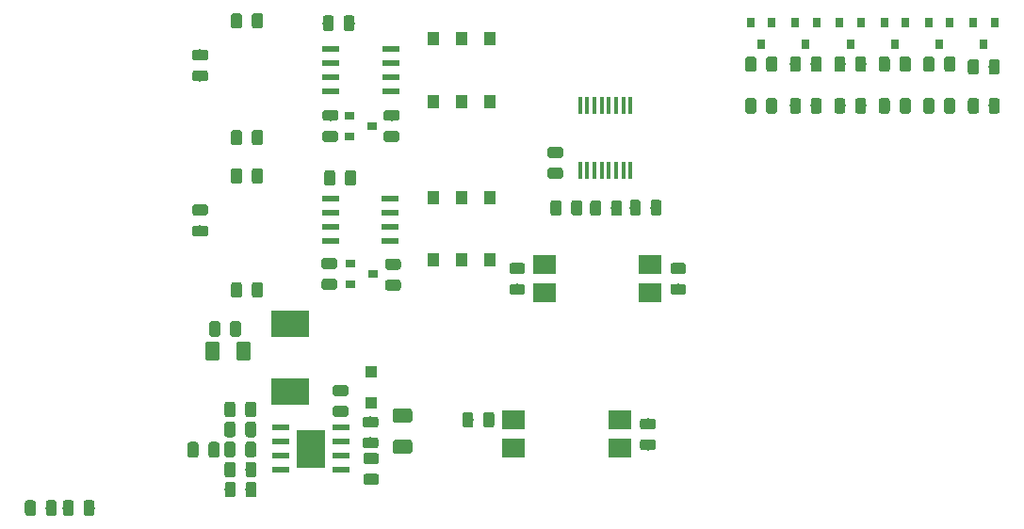
<source format=gbr>
G04 #@! TF.GenerationSoftware,KiCad,Pcbnew,5.0.2+dfsg1-1*
G04 #@! TF.CreationDate,2019-08-13T10:38:28+09:00*
G04 #@! TF.ProjectId,portal_shield_for_arduino_due,706f7274-616c-45f7-9368-69656c645f66,rev?*
G04 #@! TF.SameCoordinates,Original*
G04 #@! TF.FileFunction,Paste,Top*
G04 #@! TF.FilePolarity,Positive*
%FSLAX46Y46*%
G04 Gerber Fmt 4.6, Leading zero omitted, Abs format (unit mm)*
G04 Created by KiCad (PCBNEW 5.0.2+dfsg1-1) date Tue 13 Aug 2019 10:38:28 AM KST*
%MOMM*%
%LPD*%
G01*
G04 APERTURE LIST*
%ADD10R,0.800000X0.900000*%
%ADD11C,0.100000*%
%ADD12C,0.975000*%
%ADD13R,2.000000X1.780000*%
%ADD14R,0.450000X1.500000*%
%ADD15R,0.900000X0.800000*%
%ADD16R,1.000000X1.150000*%
%ADD17R,1.600000X0.610000*%
%ADD18R,2.620000X3.510000*%
%ADD19R,1.550000X0.600000*%
%ADD20C,1.250000*%
%ADD21R,3.400000X2.350000*%
%ADD22R,1.100000X1.100000*%
G04 APERTURE END LIST*
D10*
G04 #@! TO.C,Q10*
X171930000Y-76940000D03*
X170980000Y-74940000D03*
X172880000Y-74940000D03*
G04 #@! TD*
D11*
G04 #@! TO.C,C8*
G36*
X157310142Y-90941174D02*
X157333803Y-90944684D01*
X157357007Y-90950496D01*
X157379529Y-90958554D01*
X157401153Y-90968782D01*
X157421670Y-90981079D01*
X157440883Y-90995329D01*
X157458607Y-91011393D01*
X157474671Y-91029117D01*
X157488921Y-91048330D01*
X157501218Y-91068847D01*
X157511446Y-91090471D01*
X157519504Y-91112993D01*
X157525316Y-91136197D01*
X157528826Y-91159858D01*
X157530000Y-91183750D01*
X157530000Y-92096250D01*
X157528826Y-92120142D01*
X157525316Y-92143803D01*
X157519504Y-92167007D01*
X157511446Y-92189529D01*
X157501218Y-92211153D01*
X157488921Y-92231670D01*
X157474671Y-92250883D01*
X157458607Y-92268607D01*
X157440883Y-92284671D01*
X157421670Y-92298921D01*
X157401153Y-92311218D01*
X157379529Y-92321446D01*
X157357007Y-92329504D01*
X157333803Y-92335316D01*
X157310142Y-92338826D01*
X157286250Y-92340000D01*
X156798750Y-92340000D01*
X156774858Y-92338826D01*
X156751197Y-92335316D01*
X156727993Y-92329504D01*
X156705471Y-92321446D01*
X156683847Y-92311218D01*
X156663330Y-92298921D01*
X156644117Y-92284671D01*
X156626393Y-92268607D01*
X156610329Y-92250883D01*
X156596079Y-92231670D01*
X156583782Y-92211153D01*
X156573554Y-92189529D01*
X156565496Y-92167007D01*
X156559684Y-92143803D01*
X156556174Y-92120142D01*
X156555000Y-92096250D01*
X156555000Y-91183750D01*
X156556174Y-91159858D01*
X156559684Y-91136197D01*
X156565496Y-91112993D01*
X156573554Y-91090471D01*
X156583782Y-91068847D01*
X156596079Y-91048330D01*
X156610329Y-91029117D01*
X156626393Y-91011393D01*
X156644117Y-90995329D01*
X156663330Y-90981079D01*
X156683847Y-90968782D01*
X156705471Y-90958554D01*
X156727993Y-90950496D01*
X156751197Y-90944684D01*
X156774858Y-90941174D01*
X156798750Y-90940000D01*
X157286250Y-90940000D01*
X157310142Y-90941174D01*
X157310142Y-90941174D01*
G37*
D12*
X157042500Y-91640000D03*
D11*
G36*
X159185142Y-90941174D02*
X159208803Y-90944684D01*
X159232007Y-90950496D01*
X159254529Y-90958554D01*
X159276153Y-90968782D01*
X159296670Y-90981079D01*
X159315883Y-90995329D01*
X159333607Y-91011393D01*
X159349671Y-91029117D01*
X159363921Y-91048330D01*
X159376218Y-91068847D01*
X159386446Y-91090471D01*
X159394504Y-91112993D01*
X159400316Y-91136197D01*
X159403826Y-91159858D01*
X159405000Y-91183750D01*
X159405000Y-92096250D01*
X159403826Y-92120142D01*
X159400316Y-92143803D01*
X159394504Y-92167007D01*
X159386446Y-92189529D01*
X159376218Y-92211153D01*
X159363921Y-92231670D01*
X159349671Y-92250883D01*
X159333607Y-92268607D01*
X159315883Y-92284671D01*
X159296670Y-92298921D01*
X159276153Y-92311218D01*
X159254529Y-92321446D01*
X159232007Y-92329504D01*
X159208803Y-92335316D01*
X159185142Y-92338826D01*
X159161250Y-92340000D01*
X158673750Y-92340000D01*
X158649858Y-92338826D01*
X158626197Y-92335316D01*
X158602993Y-92329504D01*
X158580471Y-92321446D01*
X158558847Y-92311218D01*
X158538330Y-92298921D01*
X158519117Y-92284671D01*
X158501393Y-92268607D01*
X158485329Y-92250883D01*
X158471079Y-92231670D01*
X158458782Y-92211153D01*
X158448554Y-92189529D01*
X158440496Y-92167007D01*
X158434684Y-92143803D01*
X158431174Y-92120142D01*
X158430000Y-92096250D01*
X158430000Y-91183750D01*
X158431174Y-91159858D01*
X158434684Y-91136197D01*
X158440496Y-91112993D01*
X158448554Y-91090471D01*
X158458782Y-91068847D01*
X158471079Y-91048330D01*
X158485329Y-91029117D01*
X158501393Y-91011393D01*
X158519117Y-90995329D01*
X158538330Y-90981079D01*
X158558847Y-90968782D01*
X158580471Y-90958554D01*
X158602993Y-90950496D01*
X158626197Y-90944684D01*
X158649858Y-90941174D01*
X158673750Y-90940000D01*
X159161250Y-90940000D01*
X159185142Y-90941174D01*
X159185142Y-90941174D01*
G37*
D12*
X158917500Y-91640000D03*
G04 #@! TD*
D13*
G04 #@! TO.C,U5*
X152435000Y-96730000D03*
X161965000Y-99270000D03*
X152435000Y-99270000D03*
X161965000Y-96730000D03*
G04 #@! TD*
D11*
G04 #@! TO.C,R12*
G36*
X150480142Y-96576174D02*
X150503803Y-96579684D01*
X150527007Y-96585496D01*
X150549529Y-96593554D01*
X150571153Y-96603782D01*
X150591670Y-96616079D01*
X150610883Y-96630329D01*
X150628607Y-96646393D01*
X150644671Y-96664117D01*
X150658921Y-96683330D01*
X150671218Y-96703847D01*
X150681446Y-96725471D01*
X150689504Y-96747993D01*
X150695316Y-96771197D01*
X150698826Y-96794858D01*
X150700000Y-96818750D01*
X150700000Y-97306250D01*
X150698826Y-97330142D01*
X150695316Y-97353803D01*
X150689504Y-97377007D01*
X150681446Y-97399529D01*
X150671218Y-97421153D01*
X150658921Y-97441670D01*
X150644671Y-97460883D01*
X150628607Y-97478607D01*
X150610883Y-97494671D01*
X150591670Y-97508921D01*
X150571153Y-97521218D01*
X150549529Y-97531446D01*
X150527007Y-97539504D01*
X150503803Y-97545316D01*
X150480142Y-97548826D01*
X150456250Y-97550000D01*
X149543750Y-97550000D01*
X149519858Y-97548826D01*
X149496197Y-97545316D01*
X149472993Y-97539504D01*
X149450471Y-97531446D01*
X149428847Y-97521218D01*
X149408330Y-97508921D01*
X149389117Y-97494671D01*
X149371393Y-97478607D01*
X149355329Y-97460883D01*
X149341079Y-97441670D01*
X149328782Y-97421153D01*
X149318554Y-97399529D01*
X149310496Y-97377007D01*
X149304684Y-97353803D01*
X149301174Y-97330142D01*
X149300000Y-97306250D01*
X149300000Y-96818750D01*
X149301174Y-96794858D01*
X149304684Y-96771197D01*
X149310496Y-96747993D01*
X149318554Y-96725471D01*
X149328782Y-96703847D01*
X149341079Y-96683330D01*
X149355329Y-96664117D01*
X149371393Y-96646393D01*
X149389117Y-96630329D01*
X149408330Y-96616079D01*
X149428847Y-96603782D01*
X149450471Y-96593554D01*
X149472993Y-96585496D01*
X149496197Y-96579684D01*
X149519858Y-96576174D01*
X149543750Y-96575000D01*
X150456250Y-96575000D01*
X150480142Y-96576174D01*
X150480142Y-96576174D01*
G37*
D12*
X150000000Y-97062500D03*
D11*
G36*
X150480142Y-98451174D02*
X150503803Y-98454684D01*
X150527007Y-98460496D01*
X150549529Y-98468554D01*
X150571153Y-98478782D01*
X150591670Y-98491079D01*
X150610883Y-98505329D01*
X150628607Y-98521393D01*
X150644671Y-98539117D01*
X150658921Y-98558330D01*
X150671218Y-98578847D01*
X150681446Y-98600471D01*
X150689504Y-98622993D01*
X150695316Y-98646197D01*
X150698826Y-98669858D01*
X150700000Y-98693750D01*
X150700000Y-99181250D01*
X150698826Y-99205142D01*
X150695316Y-99228803D01*
X150689504Y-99252007D01*
X150681446Y-99274529D01*
X150671218Y-99296153D01*
X150658921Y-99316670D01*
X150644671Y-99335883D01*
X150628607Y-99353607D01*
X150610883Y-99369671D01*
X150591670Y-99383921D01*
X150571153Y-99396218D01*
X150549529Y-99406446D01*
X150527007Y-99414504D01*
X150503803Y-99420316D01*
X150480142Y-99423826D01*
X150456250Y-99425000D01*
X149543750Y-99425000D01*
X149519858Y-99423826D01*
X149496197Y-99420316D01*
X149472993Y-99414504D01*
X149450471Y-99406446D01*
X149428847Y-99396218D01*
X149408330Y-99383921D01*
X149389117Y-99369671D01*
X149371393Y-99353607D01*
X149355329Y-99335883D01*
X149341079Y-99316670D01*
X149328782Y-99296153D01*
X149318554Y-99274529D01*
X149310496Y-99252007D01*
X149304684Y-99228803D01*
X149301174Y-99205142D01*
X149300000Y-99181250D01*
X149300000Y-98693750D01*
X149301174Y-98669858D01*
X149304684Y-98646197D01*
X149310496Y-98622993D01*
X149318554Y-98600471D01*
X149328782Y-98578847D01*
X149341079Y-98558330D01*
X149355329Y-98539117D01*
X149371393Y-98521393D01*
X149389117Y-98505329D01*
X149408330Y-98491079D01*
X149428847Y-98478782D01*
X149450471Y-98468554D01*
X149472993Y-98460496D01*
X149496197Y-98454684D01*
X149519858Y-98451174D01*
X149543750Y-98450000D01*
X150456250Y-98450000D01*
X150480142Y-98451174D01*
X150480142Y-98451174D01*
G37*
D12*
X150000000Y-98937500D03*
G04 #@! TD*
D11*
G04 #@! TO.C,R8*
G36*
X162210142Y-112441174D02*
X162233803Y-112444684D01*
X162257007Y-112450496D01*
X162279529Y-112458554D01*
X162301153Y-112468782D01*
X162321670Y-112481079D01*
X162340883Y-112495329D01*
X162358607Y-112511393D01*
X162374671Y-112529117D01*
X162388921Y-112548330D01*
X162401218Y-112568847D01*
X162411446Y-112590471D01*
X162419504Y-112612993D01*
X162425316Y-112636197D01*
X162428826Y-112659858D01*
X162430000Y-112683750D01*
X162430000Y-113171250D01*
X162428826Y-113195142D01*
X162425316Y-113218803D01*
X162419504Y-113242007D01*
X162411446Y-113264529D01*
X162401218Y-113286153D01*
X162388921Y-113306670D01*
X162374671Y-113325883D01*
X162358607Y-113343607D01*
X162340883Y-113359671D01*
X162321670Y-113373921D01*
X162301153Y-113386218D01*
X162279529Y-113396446D01*
X162257007Y-113404504D01*
X162233803Y-113410316D01*
X162210142Y-113413826D01*
X162186250Y-113415000D01*
X161273750Y-113415000D01*
X161249858Y-113413826D01*
X161226197Y-113410316D01*
X161202993Y-113404504D01*
X161180471Y-113396446D01*
X161158847Y-113386218D01*
X161138330Y-113373921D01*
X161119117Y-113359671D01*
X161101393Y-113343607D01*
X161085329Y-113325883D01*
X161071079Y-113306670D01*
X161058782Y-113286153D01*
X161048554Y-113264529D01*
X161040496Y-113242007D01*
X161034684Y-113218803D01*
X161031174Y-113195142D01*
X161030000Y-113171250D01*
X161030000Y-112683750D01*
X161031174Y-112659858D01*
X161034684Y-112636197D01*
X161040496Y-112612993D01*
X161048554Y-112590471D01*
X161058782Y-112568847D01*
X161071079Y-112548330D01*
X161085329Y-112529117D01*
X161101393Y-112511393D01*
X161119117Y-112495329D01*
X161138330Y-112481079D01*
X161158847Y-112468782D01*
X161180471Y-112458554D01*
X161202993Y-112450496D01*
X161226197Y-112444684D01*
X161249858Y-112441174D01*
X161273750Y-112440000D01*
X162186250Y-112440000D01*
X162210142Y-112441174D01*
X162210142Y-112441174D01*
G37*
D12*
X161730000Y-112927500D03*
D11*
G36*
X162210142Y-110566174D02*
X162233803Y-110569684D01*
X162257007Y-110575496D01*
X162279529Y-110583554D01*
X162301153Y-110593782D01*
X162321670Y-110606079D01*
X162340883Y-110620329D01*
X162358607Y-110636393D01*
X162374671Y-110654117D01*
X162388921Y-110673330D01*
X162401218Y-110693847D01*
X162411446Y-110715471D01*
X162419504Y-110737993D01*
X162425316Y-110761197D01*
X162428826Y-110784858D01*
X162430000Y-110808750D01*
X162430000Y-111296250D01*
X162428826Y-111320142D01*
X162425316Y-111343803D01*
X162419504Y-111367007D01*
X162411446Y-111389529D01*
X162401218Y-111411153D01*
X162388921Y-111431670D01*
X162374671Y-111450883D01*
X162358607Y-111468607D01*
X162340883Y-111484671D01*
X162321670Y-111498921D01*
X162301153Y-111511218D01*
X162279529Y-111521446D01*
X162257007Y-111529504D01*
X162233803Y-111535316D01*
X162210142Y-111538826D01*
X162186250Y-111540000D01*
X161273750Y-111540000D01*
X161249858Y-111538826D01*
X161226197Y-111535316D01*
X161202993Y-111529504D01*
X161180471Y-111521446D01*
X161158847Y-111511218D01*
X161138330Y-111498921D01*
X161119117Y-111484671D01*
X161101393Y-111468607D01*
X161085329Y-111450883D01*
X161071079Y-111431670D01*
X161058782Y-111411153D01*
X161048554Y-111389529D01*
X161040496Y-111367007D01*
X161034684Y-111343803D01*
X161031174Y-111320142D01*
X161030000Y-111296250D01*
X161030000Y-110808750D01*
X161031174Y-110784858D01*
X161034684Y-110761197D01*
X161040496Y-110737993D01*
X161048554Y-110715471D01*
X161058782Y-110693847D01*
X161071079Y-110673330D01*
X161085329Y-110654117D01*
X161101393Y-110636393D01*
X161119117Y-110620329D01*
X161138330Y-110606079D01*
X161158847Y-110593782D01*
X161180471Y-110583554D01*
X161202993Y-110575496D01*
X161226197Y-110569684D01*
X161249858Y-110566174D01*
X161273750Y-110565000D01*
X162186250Y-110565000D01*
X162210142Y-110566174D01*
X162210142Y-110566174D01*
G37*
D12*
X161730000Y-111052500D03*
G04 #@! TD*
D14*
G04 #@! TO.C,U7*
X155635000Y-88271215D03*
X156285000Y-88271215D03*
X156935000Y-88271215D03*
X157585000Y-88271215D03*
X158235000Y-88271215D03*
X158885000Y-88271215D03*
X159535000Y-88271215D03*
X160185000Y-88271215D03*
X160185000Y-82371215D03*
X159535000Y-82371215D03*
X158885000Y-82371215D03*
X158235000Y-82371215D03*
X157585000Y-82371215D03*
X156935000Y-82371215D03*
X156285000Y-82371215D03*
X155635000Y-82371215D03*
G04 #@! TD*
D15*
G04 #@! TO.C,Q1*
X135020000Y-96610000D03*
X135020000Y-98510000D03*
X137020000Y-97560000D03*
G04 #@! TD*
D11*
G04 #@! TO.C,C9*
G36*
X155615142Y-90921174D02*
X155638803Y-90924684D01*
X155662007Y-90930496D01*
X155684529Y-90938554D01*
X155706153Y-90948782D01*
X155726670Y-90961079D01*
X155745883Y-90975329D01*
X155763607Y-90991393D01*
X155779671Y-91009117D01*
X155793921Y-91028330D01*
X155806218Y-91048847D01*
X155816446Y-91070471D01*
X155824504Y-91092993D01*
X155830316Y-91116197D01*
X155833826Y-91139858D01*
X155835000Y-91163750D01*
X155835000Y-92076250D01*
X155833826Y-92100142D01*
X155830316Y-92123803D01*
X155824504Y-92147007D01*
X155816446Y-92169529D01*
X155806218Y-92191153D01*
X155793921Y-92211670D01*
X155779671Y-92230883D01*
X155763607Y-92248607D01*
X155745883Y-92264671D01*
X155726670Y-92278921D01*
X155706153Y-92291218D01*
X155684529Y-92301446D01*
X155662007Y-92309504D01*
X155638803Y-92315316D01*
X155615142Y-92318826D01*
X155591250Y-92320000D01*
X155103750Y-92320000D01*
X155079858Y-92318826D01*
X155056197Y-92315316D01*
X155032993Y-92309504D01*
X155010471Y-92301446D01*
X154988847Y-92291218D01*
X154968330Y-92278921D01*
X154949117Y-92264671D01*
X154931393Y-92248607D01*
X154915329Y-92230883D01*
X154901079Y-92211670D01*
X154888782Y-92191153D01*
X154878554Y-92169529D01*
X154870496Y-92147007D01*
X154864684Y-92123803D01*
X154861174Y-92100142D01*
X154860000Y-92076250D01*
X154860000Y-91163750D01*
X154861174Y-91139858D01*
X154864684Y-91116197D01*
X154870496Y-91092993D01*
X154878554Y-91070471D01*
X154888782Y-91048847D01*
X154901079Y-91028330D01*
X154915329Y-91009117D01*
X154931393Y-90991393D01*
X154949117Y-90975329D01*
X154968330Y-90961079D01*
X154988847Y-90948782D01*
X155010471Y-90938554D01*
X155032993Y-90930496D01*
X155056197Y-90924684D01*
X155079858Y-90921174D01*
X155103750Y-90920000D01*
X155591250Y-90920000D01*
X155615142Y-90921174D01*
X155615142Y-90921174D01*
G37*
D12*
X155347500Y-91620000D03*
D11*
G36*
X153740142Y-90921174D02*
X153763803Y-90924684D01*
X153787007Y-90930496D01*
X153809529Y-90938554D01*
X153831153Y-90948782D01*
X153851670Y-90961079D01*
X153870883Y-90975329D01*
X153888607Y-90991393D01*
X153904671Y-91009117D01*
X153918921Y-91028330D01*
X153931218Y-91048847D01*
X153941446Y-91070471D01*
X153949504Y-91092993D01*
X153955316Y-91116197D01*
X153958826Y-91139858D01*
X153960000Y-91163750D01*
X153960000Y-92076250D01*
X153958826Y-92100142D01*
X153955316Y-92123803D01*
X153949504Y-92147007D01*
X153941446Y-92169529D01*
X153931218Y-92191153D01*
X153918921Y-92211670D01*
X153904671Y-92230883D01*
X153888607Y-92248607D01*
X153870883Y-92264671D01*
X153851670Y-92278921D01*
X153831153Y-92291218D01*
X153809529Y-92301446D01*
X153787007Y-92309504D01*
X153763803Y-92315316D01*
X153740142Y-92318826D01*
X153716250Y-92320000D01*
X153228750Y-92320000D01*
X153204858Y-92318826D01*
X153181197Y-92315316D01*
X153157993Y-92309504D01*
X153135471Y-92301446D01*
X153113847Y-92291218D01*
X153093330Y-92278921D01*
X153074117Y-92264671D01*
X153056393Y-92248607D01*
X153040329Y-92230883D01*
X153026079Y-92211670D01*
X153013782Y-92191153D01*
X153003554Y-92169529D01*
X152995496Y-92147007D01*
X152989684Y-92123803D01*
X152986174Y-92100142D01*
X152985000Y-92076250D01*
X152985000Y-91163750D01*
X152986174Y-91139858D01*
X152989684Y-91116197D01*
X152995496Y-91092993D01*
X153003554Y-91070471D01*
X153013782Y-91048847D01*
X153026079Y-91028330D01*
X153040329Y-91009117D01*
X153056393Y-90991393D01*
X153074117Y-90975329D01*
X153093330Y-90961079D01*
X153113847Y-90948782D01*
X153135471Y-90938554D01*
X153157993Y-90930496D01*
X153181197Y-90924684D01*
X153204858Y-90921174D01*
X153228750Y-90920000D01*
X153716250Y-90920000D01*
X153740142Y-90921174D01*
X153740142Y-90921174D01*
G37*
D12*
X153472500Y-91620000D03*
G04 #@! TD*
D16*
G04 #@! TO.C,SW1*
X147500000Y-96315000D03*
X145000000Y-96315000D03*
X142500000Y-96315000D03*
X147500000Y-90665000D03*
X145000000Y-90665000D03*
X142500000Y-90665000D03*
G04 #@! TD*
D17*
G04 #@! TO.C,U4*
X134122642Y-111386413D03*
X128722642Y-111386413D03*
X134122642Y-112656413D03*
X128722642Y-112656413D03*
X134122642Y-113926413D03*
X128722642Y-113926413D03*
X134122642Y-115196413D03*
X128722642Y-115196413D03*
D18*
X131422642Y-113291413D03*
G04 #@! TD*
D11*
G04 #@! TO.C,C6*
G36*
X137292784Y-112262587D02*
X137316445Y-112266097D01*
X137339649Y-112271909D01*
X137362171Y-112279967D01*
X137383795Y-112290195D01*
X137404312Y-112302492D01*
X137423525Y-112316742D01*
X137441249Y-112332806D01*
X137457313Y-112350530D01*
X137471563Y-112369743D01*
X137483860Y-112390260D01*
X137494088Y-112411884D01*
X137502146Y-112434406D01*
X137507958Y-112457610D01*
X137511468Y-112481271D01*
X137512642Y-112505163D01*
X137512642Y-112992663D01*
X137511468Y-113016555D01*
X137507958Y-113040216D01*
X137502146Y-113063420D01*
X137494088Y-113085942D01*
X137483860Y-113107566D01*
X137471563Y-113128083D01*
X137457313Y-113147296D01*
X137441249Y-113165020D01*
X137423525Y-113181084D01*
X137404312Y-113195334D01*
X137383795Y-113207631D01*
X137362171Y-113217859D01*
X137339649Y-113225917D01*
X137316445Y-113231729D01*
X137292784Y-113235239D01*
X137268892Y-113236413D01*
X136356392Y-113236413D01*
X136332500Y-113235239D01*
X136308839Y-113231729D01*
X136285635Y-113225917D01*
X136263113Y-113217859D01*
X136241489Y-113207631D01*
X136220972Y-113195334D01*
X136201759Y-113181084D01*
X136184035Y-113165020D01*
X136167971Y-113147296D01*
X136153721Y-113128083D01*
X136141424Y-113107566D01*
X136131196Y-113085942D01*
X136123138Y-113063420D01*
X136117326Y-113040216D01*
X136113816Y-113016555D01*
X136112642Y-112992663D01*
X136112642Y-112505163D01*
X136113816Y-112481271D01*
X136117326Y-112457610D01*
X136123138Y-112434406D01*
X136131196Y-112411884D01*
X136141424Y-112390260D01*
X136153721Y-112369743D01*
X136167971Y-112350530D01*
X136184035Y-112332806D01*
X136201759Y-112316742D01*
X136220972Y-112302492D01*
X136241489Y-112290195D01*
X136263113Y-112279967D01*
X136285635Y-112271909D01*
X136308839Y-112266097D01*
X136332500Y-112262587D01*
X136356392Y-112261413D01*
X137268892Y-112261413D01*
X137292784Y-112262587D01*
X137292784Y-112262587D01*
G37*
D12*
X136812642Y-112748913D03*
D11*
G36*
X137292784Y-110387587D02*
X137316445Y-110391097D01*
X137339649Y-110396909D01*
X137362171Y-110404967D01*
X137383795Y-110415195D01*
X137404312Y-110427492D01*
X137423525Y-110441742D01*
X137441249Y-110457806D01*
X137457313Y-110475530D01*
X137471563Y-110494743D01*
X137483860Y-110515260D01*
X137494088Y-110536884D01*
X137502146Y-110559406D01*
X137507958Y-110582610D01*
X137511468Y-110606271D01*
X137512642Y-110630163D01*
X137512642Y-111117663D01*
X137511468Y-111141555D01*
X137507958Y-111165216D01*
X137502146Y-111188420D01*
X137494088Y-111210942D01*
X137483860Y-111232566D01*
X137471563Y-111253083D01*
X137457313Y-111272296D01*
X137441249Y-111290020D01*
X137423525Y-111306084D01*
X137404312Y-111320334D01*
X137383795Y-111332631D01*
X137362171Y-111342859D01*
X137339649Y-111350917D01*
X137316445Y-111356729D01*
X137292784Y-111360239D01*
X137268892Y-111361413D01*
X136356392Y-111361413D01*
X136332500Y-111360239D01*
X136308839Y-111356729D01*
X136285635Y-111350917D01*
X136263113Y-111342859D01*
X136241489Y-111332631D01*
X136220972Y-111320334D01*
X136201759Y-111306084D01*
X136184035Y-111290020D01*
X136167971Y-111272296D01*
X136153721Y-111253083D01*
X136141424Y-111232566D01*
X136131196Y-111210942D01*
X136123138Y-111188420D01*
X136117326Y-111165216D01*
X136113816Y-111141555D01*
X136112642Y-111117663D01*
X136112642Y-110630163D01*
X136113816Y-110606271D01*
X136117326Y-110582610D01*
X136123138Y-110559406D01*
X136131196Y-110536884D01*
X136141424Y-110515260D01*
X136153721Y-110494743D01*
X136167971Y-110475530D01*
X136184035Y-110457806D01*
X136201759Y-110441742D01*
X136220972Y-110427492D01*
X136241489Y-110415195D01*
X136263113Y-110404967D01*
X136285635Y-110396909D01*
X136308839Y-110391097D01*
X136332500Y-110387587D01*
X136356392Y-110386413D01*
X137268892Y-110386413D01*
X137292784Y-110387587D01*
X137292784Y-110387587D01*
G37*
D12*
X136812642Y-110873913D03*
G04 #@! TD*
D19*
G04 #@! TO.C,U3*
X138600000Y-94595000D03*
X138600000Y-93325000D03*
X138600000Y-92055000D03*
X138600000Y-90785000D03*
X133200000Y-90785000D03*
X133200000Y-92055000D03*
X133200000Y-93325000D03*
X133200000Y-94595000D03*
G04 #@! TD*
D11*
G04 #@! TO.C,C1*
G36*
X122999504Y-103626204D02*
X123023773Y-103629804D01*
X123047571Y-103635765D01*
X123070671Y-103644030D01*
X123092849Y-103654520D01*
X123113893Y-103667133D01*
X123133598Y-103681747D01*
X123151777Y-103698223D01*
X123168253Y-103716402D01*
X123182867Y-103736107D01*
X123195480Y-103757151D01*
X123205970Y-103779329D01*
X123214235Y-103802429D01*
X123220196Y-103826227D01*
X123223796Y-103850496D01*
X123225000Y-103875000D01*
X123225000Y-105125000D01*
X123223796Y-105149504D01*
X123220196Y-105173773D01*
X123214235Y-105197571D01*
X123205970Y-105220671D01*
X123195480Y-105242849D01*
X123182867Y-105263893D01*
X123168253Y-105283598D01*
X123151777Y-105301777D01*
X123133598Y-105318253D01*
X123113893Y-105332867D01*
X123092849Y-105345480D01*
X123070671Y-105355970D01*
X123047571Y-105364235D01*
X123023773Y-105370196D01*
X122999504Y-105373796D01*
X122975000Y-105375000D01*
X122225000Y-105375000D01*
X122200496Y-105373796D01*
X122176227Y-105370196D01*
X122152429Y-105364235D01*
X122129329Y-105355970D01*
X122107151Y-105345480D01*
X122086107Y-105332867D01*
X122066402Y-105318253D01*
X122048223Y-105301777D01*
X122031747Y-105283598D01*
X122017133Y-105263893D01*
X122004520Y-105242849D01*
X121994030Y-105220671D01*
X121985765Y-105197571D01*
X121979804Y-105173773D01*
X121976204Y-105149504D01*
X121975000Y-105125000D01*
X121975000Y-103875000D01*
X121976204Y-103850496D01*
X121979804Y-103826227D01*
X121985765Y-103802429D01*
X121994030Y-103779329D01*
X122004520Y-103757151D01*
X122017133Y-103736107D01*
X122031747Y-103716402D01*
X122048223Y-103698223D01*
X122066402Y-103681747D01*
X122086107Y-103667133D01*
X122107151Y-103654520D01*
X122129329Y-103644030D01*
X122152429Y-103635765D01*
X122176227Y-103629804D01*
X122200496Y-103626204D01*
X122225000Y-103625000D01*
X122975000Y-103625000D01*
X122999504Y-103626204D01*
X122999504Y-103626204D01*
G37*
D20*
X122600000Y-104500000D03*
D11*
G36*
X125799504Y-103626204D02*
X125823773Y-103629804D01*
X125847571Y-103635765D01*
X125870671Y-103644030D01*
X125892849Y-103654520D01*
X125913893Y-103667133D01*
X125933598Y-103681747D01*
X125951777Y-103698223D01*
X125968253Y-103716402D01*
X125982867Y-103736107D01*
X125995480Y-103757151D01*
X126005970Y-103779329D01*
X126014235Y-103802429D01*
X126020196Y-103826227D01*
X126023796Y-103850496D01*
X126025000Y-103875000D01*
X126025000Y-105125000D01*
X126023796Y-105149504D01*
X126020196Y-105173773D01*
X126014235Y-105197571D01*
X126005970Y-105220671D01*
X125995480Y-105242849D01*
X125982867Y-105263893D01*
X125968253Y-105283598D01*
X125951777Y-105301777D01*
X125933598Y-105318253D01*
X125913893Y-105332867D01*
X125892849Y-105345480D01*
X125870671Y-105355970D01*
X125847571Y-105364235D01*
X125823773Y-105370196D01*
X125799504Y-105373796D01*
X125775000Y-105375000D01*
X125025000Y-105375000D01*
X125000496Y-105373796D01*
X124976227Y-105370196D01*
X124952429Y-105364235D01*
X124929329Y-105355970D01*
X124907151Y-105345480D01*
X124886107Y-105332867D01*
X124866402Y-105318253D01*
X124848223Y-105301777D01*
X124831747Y-105283598D01*
X124817133Y-105263893D01*
X124804520Y-105242849D01*
X124794030Y-105220671D01*
X124785765Y-105197571D01*
X124779804Y-105173773D01*
X124776204Y-105149504D01*
X124775000Y-105125000D01*
X124775000Y-103875000D01*
X124776204Y-103850496D01*
X124779804Y-103826227D01*
X124785765Y-103802429D01*
X124794030Y-103779329D01*
X124804520Y-103757151D01*
X124817133Y-103736107D01*
X124831747Y-103716402D01*
X124848223Y-103698223D01*
X124866402Y-103681747D01*
X124886107Y-103667133D01*
X124907151Y-103654520D01*
X124929329Y-103644030D01*
X124952429Y-103635765D01*
X124976227Y-103629804D01*
X125000496Y-103626204D01*
X125025000Y-103625000D01*
X125775000Y-103625000D01*
X125799504Y-103626204D01*
X125799504Y-103626204D01*
G37*
D20*
X125400000Y-104500000D03*
G04 #@! TD*
D11*
G04 #@! TO.C,C2*
G36*
X124955142Y-101801174D02*
X124978803Y-101804684D01*
X125002007Y-101810496D01*
X125024529Y-101818554D01*
X125046153Y-101828782D01*
X125066670Y-101841079D01*
X125085883Y-101855329D01*
X125103607Y-101871393D01*
X125119671Y-101889117D01*
X125133921Y-101908330D01*
X125146218Y-101928847D01*
X125156446Y-101950471D01*
X125164504Y-101972993D01*
X125170316Y-101996197D01*
X125173826Y-102019858D01*
X125175000Y-102043750D01*
X125175000Y-102956250D01*
X125173826Y-102980142D01*
X125170316Y-103003803D01*
X125164504Y-103027007D01*
X125156446Y-103049529D01*
X125146218Y-103071153D01*
X125133921Y-103091670D01*
X125119671Y-103110883D01*
X125103607Y-103128607D01*
X125085883Y-103144671D01*
X125066670Y-103158921D01*
X125046153Y-103171218D01*
X125024529Y-103181446D01*
X125002007Y-103189504D01*
X124978803Y-103195316D01*
X124955142Y-103198826D01*
X124931250Y-103200000D01*
X124443750Y-103200000D01*
X124419858Y-103198826D01*
X124396197Y-103195316D01*
X124372993Y-103189504D01*
X124350471Y-103181446D01*
X124328847Y-103171218D01*
X124308330Y-103158921D01*
X124289117Y-103144671D01*
X124271393Y-103128607D01*
X124255329Y-103110883D01*
X124241079Y-103091670D01*
X124228782Y-103071153D01*
X124218554Y-103049529D01*
X124210496Y-103027007D01*
X124204684Y-103003803D01*
X124201174Y-102980142D01*
X124200000Y-102956250D01*
X124200000Y-102043750D01*
X124201174Y-102019858D01*
X124204684Y-101996197D01*
X124210496Y-101972993D01*
X124218554Y-101950471D01*
X124228782Y-101928847D01*
X124241079Y-101908330D01*
X124255329Y-101889117D01*
X124271393Y-101871393D01*
X124289117Y-101855329D01*
X124308330Y-101841079D01*
X124328847Y-101828782D01*
X124350471Y-101818554D01*
X124372993Y-101810496D01*
X124396197Y-101804684D01*
X124419858Y-101801174D01*
X124443750Y-101800000D01*
X124931250Y-101800000D01*
X124955142Y-101801174D01*
X124955142Y-101801174D01*
G37*
D12*
X124687500Y-102500000D03*
D11*
G36*
X123080142Y-101801174D02*
X123103803Y-101804684D01*
X123127007Y-101810496D01*
X123149529Y-101818554D01*
X123171153Y-101828782D01*
X123191670Y-101841079D01*
X123210883Y-101855329D01*
X123228607Y-101871393D01*
X123244671Y-101889117D01*
X123258921Y-101908330D01*
X123271218Y-101928847D01*
X123281446Y-101950471D01*
X123289504Y-101972993D01*
X123295316Y-101996197D01*
X123298826Y-102019858D01*
X123300000Y-102043750D01*
X123300000Y-102956250D01*
X123298826Y-102980142D01*
X123295316Y-103003803D01*
X123289504Y-103027007D01*
X123281446Y-103049529D01*
X123271218Y-103071153D01*
X123258921Y-103091670D01*
X123244671Y-103110883D01*
X123228607Y-103128607D01*
X123210883Y-103144671D01*
X123191670Y-103158921D01*
X123171153Y-103171218D01*
X123149529Y-103181446D01*
X123127007Y-103189504D01*
X123103803Y-103195316D01*
X123080142Y-103198826D01*
X123056250Y-103200000D01*
X122568750Y-103200000D01*
X122544858Y-103198826D01*
X122521197Y-103195316D01*
X122497993Y-103189504D01*
X122475471Y-103181446D01*
X122453847Y-103171218D01*
X122433330Y-103158921D01*
X122414117Y-103144671D01*
X122396393Y-103128607D01*
X122380329Y-103110883D01*
X122366079Y-103091670D01*
X122353782Y-103071153D01*
X122343554Y-103049529D01*
X122335496Y-103027007D01*
X122329684Y-103003803D01*
X122326174Y-102980142D01*
X122325000Y-102956250D01*
X122325000Y-102043750D01*
X122326174Y-102019858D01*
X122329684Y-101996197D01*
X122335496Y-101972993D01*
X122343554Y-101950471D01*
X122353782Y-101928847D01*
X122366079Y-101908330D01*
X122380329Y-101889117D01*
X122396393Y-101871393D01*
X122414117Y-101855329D01*
X122433330Y-101841079D01*
X122453847Y-101828782D01*
X122475471Y-101818554D01*
X122497993Y-101810496D01*
X122521197Y-101804684D01*
X122544858Y-101801174D01*
X122568750Y-101800000D01*
X123056250Y-101800000D01*
X123080142Y-101801174D01*
X123080142Y-101801174D01*
G37*
D12*
X122812500Y-102500000D03*
G04 #@! TD*
D11*
G04 #@! TO.C,C3*
G36*
X133407642Y-88231174D02*
X133431303Y-88234684D01*
X133454507Y-88240496D01*
X133477029Y-88248554D01*
X133498653Y-88258782D01*
X133519170Y-88271079D01*
X133538383Y-88285329D01*
X133556107Y-88301393D01*
X133572171Y-88319117D01*
X133586421Y-88338330D01*
X133598718Y-88358847D01*
X133608946Y-88380471D01*
X133617004Y-88402993D01*
X133622816Y-88426197D01*
X133626326Y-88449858D01*
X133627500Y-88473750D01*
X133627500Y-89386250D01*
X133626326Y-89410142D01*
X133622816Y-89433803D01*
X133617004Y-89457007D01*
X133608946Y-89479529D01*
X133598718Y-89501153D01*
X133586421Y-89521670D01*
X133572171Y-89540883D01*
X133556107Y-89558607D01*
X133538383Y-89574671D01*
X133519170Y-89588921D01*
X133498653Y-89601218D01*
X133477029Y-89611446D01*
X133454507Y-89619504D01*
X133431303Y-89625316D01*
X133407642Y-89628826D01*
X133383750Y-89630000D01*
X132896250Y-89630000D01*
X132872358Y-89628826D01*
X132848697Y-89625316D01*
X132825493Y-89619504D01*
X132802971Y-89611446D01*
X132781347Y-89601218D01*
X132760830Y-89588921D01*
X132741617Y-89574671D01*
X132723893Y-89558607D01*
X132707829Y-89540883D01*
X132693579Y-89521670D01*
X132681282Y-89501153D01*
X132671054Y-89479529D01*
X132662996Y-89457007D01*
X132657184Y-89433803D01*
X132653674Y-89410142D01*
X132652500Y-89386250D01*
X132652500Y-88473750D01*
X132653674Y-88449858D01*
X132657184Y-88426197D01*
X132662996Y-88402993D01*
X132671054Y-88380471D01*
X132681282Y-88358847D01*
X132693579Y-88338330D01*
X132707829Y-88319117D01*
X132723893Y-88301393D01*
X132741617Y-88285329D01*
X132760830Y-88271079D01*
X132781347Y-88258782D01*
X132802971Y-88248554D01*
X132825493Y-88240496D01*
X132848697Y-88234684D01*
X132872358Y-88231174D01*
X132896250Y-88230000D01*
X133383750Y-88230000D01*
X133407642Y-88231174D01*
X133407642Y-88231174D01*
G37*
D12*
X133140000Y-88930000D03*
D11*
G36*
X135282642Y-88231174D02*
X135306303Y-88234684D01*
X135329507Y-88240496D01*
X135352029Y-88248554D01*
X135373653Y-88258782D01*
X135394170Y-88271079D01*
X135413383Y-88285329D01*
X135431107Y-88301393D01*
X135447171Y-88319117D01*
X135461421Y-88338330D01*
X135473718Y-88358847D01*
X135483946Y-88380471D01*
X135492004Y-88402993D01*
X135497816Y-88426197D01*
X135501326Y-88449858D01*
X135502500Y-88473750D01*
X135502500Y-89386250D01*
X135501326Y-89410142D01*
X135497816Y-89433803D01*
X135492004Y-89457007D01*
X135483946Y-89479529D01*
X135473718Y-89501153D01*
X135461421Y-89521670D01*
X135447171Y-89540883D01*
X135431107Y-89558607D01*
X135413383Y-89574671D01*
X135394170Y-89588921D01*
X135373653Y-89601218D01*
X135352029Y-89611446D01*
X135329507Y-89619504D01*
X135306303Y-89625316D01*
X135282642Y-89628826D01*
X135258750Y-89630000D01*
X134771250Y-89630000D01*
X134747358Y-89628826D01*
X134723697Y-89625316D01*
X134700493Y-89619504D01*
X134677971Y-89611446D01*
X134656347Y-89601218D01*
X134635830Y-89588921D01*
X134616617Y-89574671D01*
X134598893Y-89558607D01*
X134582829Y-89540883D01*
X134568579Y-89521670D01*
X134556282Y-89501153D01*
X134546054Y-89479529D01*
X134537996Y-89457007D01*
X134532184Y-89433803D01*
X134528674Y-89410142D01*
X134527500Y-89386250D01*
X134527500Y-88473750D01*
X134528674Y-88449858D01*
X134532184Y-88426197D01*
X134537996Y-88402993D01*
X134546054Y-88380471D01*
X134556282Y-88358847D01*
X134568579Y-88338330D01*
X134582829Y-88319117D01*
X134598893Y-88301393D01*
X134616617Y-88285329D01*
X134635830Y-88271079D01*
X134656347Y-88258782D01*
X134677971Y-88248554D01*
X134700493Y-88240496D01*
X134723697Y-88234684D01*
X134747358Y-88231174D01*
X134771250Y-88230000D01*
X135258750Y-88230000D01*
X135282642Y-88231174D01*
X135282642Y-88231174D01*
G37*
D12*
X135015000Y-88930000D03*
G04 #@! TD*
D11*
G04 #@! TO.C,C4*
G36*
X124442784Y-112652587D02*
X124466445Y-112656097D01*
X124489649Y-112661909D01*
X124512171Y-112669967D01*
X124533795Y-112680195D01*
X124554312Y-112692492D01*
X124573525Y-112706742D01*
X124591249Y-112722806D01*
X124607313Y-112740530D01*
X124621563Y-112759743D01*
X124633860Y-112780260D01*
X124644088Y-112801884D01*
X124652146Y-112824406D01*
X124657958Y-112847610D01*
X124661468Y-112871271D01*
X124662642Y-112895163D01*
X124662642Y-113807663D01*
X124661468Y-113831555D01*
X124657958Y-113855216D01*
X124652146Y-113878420D01*
X124644088Y-113900942D01*
X124633860Y-113922566D01*
X124621563Y-113943083D01*
X124607313Y-113962296D01*
X124591249Y-113980020D01*
X124573525Y-113996084D01*
X124554312Y-114010334D01*
X124533795Y-114022631D01*
X124512171Y-114032859D01*
X124489649Y-114040917D01*
X124466445Y-114046729D01*
X124442784Y-114050239D01*
X124418892Y-114051413D01*
X123931392Y-114051413D01*
X123907500Y-114050239D01*
X123883839Y-114046729D01*
X123860635Y-114040917D01*
X123838113Y-114032859D01*
X123816489Y-114022631D01*
X123795972Y-114010334D01*
X123776759Y-113996084D01*
X123759035Y-113980020D01*
X123742971Y-113962296D01*
X123728721Y-113943083D01*
X123716424Y-113922566D01*
X123706196Y-113900942D01*
X123698138Y-113878420D01*
X123692326Y-113855216D01*
X123688816Y-113831555D01*
X123687642Y-113807663D01*
X123687642Y-112895163D01*
X123688816Y-112871271D01*
X123692326Y-112847610D01*
X123698138Y-112824406D01*
X123706196Y-112801884D01*
X123716424Y-112780260D01*
X123728721Y-112759743D01*
X123742971Y-112740530D01*
X123759035Y-112722806D01*
X123776759Y-112706742D01*
X123795972Y-112692492D01*
X123816489Y-112680195D01*
X123838113Y-112669967D01*
X123860635Y-112661909D01*
X123883839Y-112656097D01*
X123907500Y-112652587D01*
X123931392Y-112651413D01*
X124418892Y-112651413D01*
X124442784Y-112652587D01*
X124442784Y-112652587D01*
G37*
D12*
X124175142Y-113351413D03*
D11*
G36*
X126317784Y-112652587D02*
X126341445Y-112656097D01*
X126364649Y-112661909D01*
X126387171Y-112669967D01*
X126408795Y-112680195D01*
X126429312Y-112692492D01*
X126448525Y-112706742D01*
X126466249Y-112722806D01*
X126482313Y-112740530D01*
X126496563Y-112759743D01*
X126508860Y-112780260D01*
X126519088Y-112801884D01*
X126527146Y-112824406D01*
X126532958Y-112847610D01*
X126536468Y-112871271D01*
X126537642Y-112895163D01*
X126537642Y-113807663D01*
X126536468Y-113831555D01*
X126532958Y-113855216D01*
X126527146Y-113878420D01*
X126519088Y-113900942D01*
X126508860Y-113922566D01*
X126496563Y-113943083D01*
X126482313Y-113962296D01*
X126466249Y-113980020D01*
X126448525Y-113996084D01*
X126429312Y-114010334D01*
X126408795Y-114022631D01*
X126387171Y-114032859D01*
X126364649Y-114040917D01*
X126341445Y-114046729D01*
X126317784Y-114050239D01*
X126293892Y-114051413D01*
X125806392Y-114051413D01*
X125782500Y-114050239D01*
X125758839Y-114046729D01*
X125735635Y-114040917D01*
X125713113Y-114032859D01*
X125691489Y-114022631D01*
X125670972Y-114010334D01*
X125651759Y-113996084D01*
X125634035Y-113980020D01*
X125617971Y-113962296D01*
X125603721Y-113943083D01*
X125591424Y-113922566D01*
X125581196Y-113900942D01*
X125573138Y-113878420D01*
X125567326Y-113855216D01*
X125563816Y-113831555D01*
X125562642Y-113807663D01*
X125562642Y-112895163D01*
X125563816Y-112871271D01*
X125567326Y-112847610D01*
X125573138Y-112824406D01*
X125581196Y-112801884D01*
X125591424Y-112780260D01*
X125603721Y-112759743D01*
X125617971Y-112740530D01*
X125634035Y-112722806D01*
X125651759Y-112706742D01*
X125670972Y-112692492D01*
X125691489Y-112680195D01*
X125713113Y-112669967D01*
X125735635Y-112661909D01*
X125758839Y-112656097D01*
X125782500Y-112652587D01*
X125806392Y-112651413D01*
X126293892Y-112651413D01*
X126317784Y-112652587D01*
X126317784Y-112652587D01*
G37*
D12*
X126050142Y-113351413D03*
G04 #@! TD*
D11*
G04 #@! TO.C,C5*
G36*
X134592784Y-109432587D02*
X134616445Y-109436097D01*
X134639649Y-109441909D01*
X134662171Y-109449967D01*
X134683795Y-109460195D01*
X134704312Y-109472492D01*
X134723525Y-109486742D01*
X134741249Y-109502806D01*
X134757313Y-109520530D01*
X134771563Y-109539743D01*
X134783860Y-109560260D01*
X134794088Y-109581884D01*
X134802146Y-109604406D01*
X134807958Y-109627610D01*
X134811468Y-109651271D01*
X134812642Y-109675163D01*
X134812642Y-110162663D01*
X134811468Y-110186555D01*
X134807958Y-110210216D01*
X134802146Y-110233420D01*
X134794088Y-110255942D01*
X134783860Y-110277566D01*
X134771563Y-110298083D01*
X134757313Y-110317296D01*
X134741249Y-110335020D01*
X134723525Y-110351084D01*
X134704312Y-110365334D01*
X134683795Y-110377631D01*
X134662171Y-110387859D01*
X134639649Y-110395917D01*
X134616445Y-110401729D01*
X134592784Y-110405239D01*
X134568892Y-110406413D01*
X133656392Y-110406413D01*
X133632500Y-110405239D01*
X133608839Y-110401729D01*
X133585635Y-110395917D01*
X133563113Y-110387859D01*
X133541489Y-110377631D01*
X133520972Y-110365334D01*
X133501759Y-110351084D01*
X133484035Y-110335020D01*
X133467971Y-110317296D01*
X133453721Y-110298083D01*
X133441424Y-110277566D01*
X133431196Y-110255942D01*
X133423138Y-110233420D01*
X133417326Y-110210216D01*
X133413816Y-110186555D01*
X133412642Y-110162663D01*
X133412642Y-109675163D01*
X133413816Y-109651271D01*
X133417326Y-109627610D01*
X133423138Y-109604406D01*
X133431196Y-109581884D01*
X133441424Y-109560260D01*
X133453721Y-109539743D01*
X133467971Y-109520530D01*
X133484035Y-109502806D01*
X133501759Y-109486742D01*
X133520972Y-109472492D01*
X133541489Y-109460195D01*
X133563113Y-109449967D01*
X133585635Y-109441909D01*
X133608839Y-109436097D01*
X133632500Y-109432587D01*
X133656392Y-109431413D01*
X134568892Y-109431413D01*
X134592784Y-109432587D01*
X134592784Y-109432587D01*
G37*
D12*
X134112642Y-109918913D03*
D11*
G36*
X134592784Y-107557587D02*
X134616445Y-107561097D01*
X134639649Y-107566909D01*
X134662171Y-107574967D01*
X134683795Y-107585195D01*
X134704312Y-107597492D01*
X134723525Y-107611742D01*
X134741249Y-107627806D01*
X134757313Y-107645530D01*
X134771563Y-107664743D01*
X134783860Y-107685260D01*
X134794088Y-107706884D01*
X134802146Y-107729406D01*
X134807958Y-107752610D01*
X134811468Y-107776271D01*
X134812642Y-107800163D01*
X134812642Y-108287663D01*
X134811468Y-108311555D01*
X134807958Y-108335216D01*
X134802146Y-108358420D01*
X134794088Y-108380942D01*
X134783860Y-108402566D01*
X134771563Y-108423083D01*
X134757313Y-108442296D01*
X134741249Y-108460020D01*
X134723525Y-108476084D01*
X134704312Y-108490334D01*
X134683795Y-108502631D01*
X134662171Y-108512859D01*
X134639649Y-108520917D01*
X134616445Y-108526729D01*
X134592784Y-108530239D01*
X134568892Y-108531413D01*
X133656392Y-108531413D01*
X133632500Y-108530239D01*
X133608839Y-108526729D01*
X133585635Y-108520917D01*
X133563113Y-108512859D01*
X133541489Y-108502631D01*
X133520972Y-108490334D01*
X133501759Y-108476084D01*
X133484035Y-108460020D01*
X133467971Y-108442296D01*
X133453721Y-108423083D01*
X133441424Y-108402566D01*
X133431196Y-108380942D01*
X133423138Y-108358420D01*
X133417326Y-108335216D01*
X133413816Y-108311555D01*
X133412642Y-108287663D01*
X133412642Y-107800163D01*
X133413816Y-107776271D01*
X133417326Y-107752610D01*
X133423138Y-107729406D01*
X133431196Y-107706884D01*
X133441424Y-107685260D01*
X133453721Y-107664743D01*
X133467971Y-107645530D01*
X133484035Y-107627806D01*
X133501759Y-107611742D01*
X133520972Y-107597492D01*
X133541489Y-107585195D01*
X133563113Y-107574967D01*
X133585635Y-107566909D01*
X133608839Y-107561097D01*
X133632500Y-107557587D01*
X133656392Y-107556413D01*
X134568892Y-107556413D01*
X134592784Y-107557587D01*
X134592784Y-107557587D01*
G37*
D12*
X134112642Y-108043913D03*
G04 #@! TD*
D11*
G04 #@! TO.C,C10*
G36*
X160870142Y-90891174D02*
X160893803Y-90894684D01*
X160917007Y-90900496D01*
X160939529Y-90908554D01*
X160961153Y-90918782D01*
X160981670Y-90931079D01*
X161000883Y-90945329D01*
X161018607Y-90961393D01*
X161034671Y-90979117D01*
X161048921Y-90998330D01*
X161061218Y-91018847D01*
X161071446Y-91040471D01*
X161079504Y-91062993D01*
X161085316Y-91086197D01*
X161088826Y-91109858D01*
X161090000Y-91133750D01*
X161090000Y-92046250D01*
X161088826Y-92070142D01*
X161085316Y-92093803D01*
X161079504Y-92117007D01*
X161071446Y-92139529D01*
X161061218Y-92161153D01*
X161048921Y-92181670D01*
X161034671Y-92200883D01*
X161018607Y-92218607D01*
X161000883Y-92234671D01*
X160981670Y-92248921D01*
X160961153Y-92261218D01*
X160939529Y-92271446D01*
X160917007Y-92279504D01*
X160893803Y-92285316D01*
X160870142Y-92288826D01*
X160846250Y-92290000D01*
X160358750Y-92290000D01*
X160334858Y-92288826D01*
X160311197Y-92285316D01*
X160287993Y-92279504D01*
X160265471Y-92271446D01*
X160243847Y-92261218D01*
X160223330Y-92248921D01*
X160204117Y-92234671D01*
X160186393Y-92218607D01*
X160170329Y-92200883D01*
X160156079Y-92181670D01*
X160143782Y-92161153D01*
X160133554Y-92139529D01*
X160125496Y-92117007D01*
X160119684Y-92093803D01*
X160116174Y-92070142D01*
X160115000Y-92046250D01*
X160115000Y-91133750D01*
X160116174Y-91109858D01*
X160119684Y-91086197D01*
X160125496Y-91062993D01*
X160133554Y-91040471D01*
X160143782Y-91018847D01*
X160156079Y-90998330D01*
X160170329Y-90979117D01*
X160186393Y-90961393D01*
X160204117Y-90945329D01*
X160223330Y-90931079D01*
X160243847Y-90918782D01*
X160265471Y-90908554D01*
X160287993Y-90900496D01*
X160311197Y-90894684D01*
X160334858Y-90891174D01*
X160358750Y-90890000D01*
X160846250Y-90890000D01*
X160870142Y-90891174D01*
X160870142Y-90891174D01*
G37*
D12*
X160602500Y-91590000D03*
D11*
G36*
X162745142Y-90891174D02*
X162768803Y-90894684D01*
X162792007Y-90900496D01*
X162814529Y-90908554D01*
X162836153Y-90918782D01*
X162856670Y-90931079D01*
X162875883Y-90945329D01*
X162893607Y-90961393D01*
X162909671Y-90979117D01*
X162923921Y-90998330D01*
X162936218Y-91018847D01*
X162946446Y-91040471D01*
X162954504Y-91062993D01*
X162960316Y-91086197D01*
X162963826Y-91109858D01*
X162965000Y-91133750D01*
X162965000Y-92046250D01*
X162963826Y-92070142D01*
X162960316Y-92093803D01*
X162954504Y-92117007D01*
X162946446Y-92139529D01*
X162936218Y-92161153D01*
X162923921Y-92181670D01*
X162909671Y-92200883D01*
X162893607Y-92218607D01*
X162875883Y-92234671D01*
X162856670Y-92248921D01*
X162836153Y-92261218D01*
X162814529Y-92271446D01*
X162792007Y-92279504D01*
X162768803Y-92285316D01*
X162745142Y-92288826D01*
X162721250Y-92290000D01*
X162233750Y-92290000D01*
X162209858Y-92288826D01*
X162186197Y-92285316D01*
X162162993Y-92279504D01*
X162140471Y-92271446D01*
X162118847Y-92261218D01*
X162098330Y-92248921D01*
X162079117Y-92234671D01*
X162061393Y-92218607D01*
X162045329Y-92200883D01*
X162031079Y-92181670D01*
X162018782Y-92161153D01*
X162008554Y-92139529D01*
X162000496Y-92117007D01*
X161994684Y-92093803D01*
X161991174Y-92070142D01*
X161990000Y-92046250D01*
X161990000Y-91133750D01*
X161991174Y-91109858D01*
X161994684Y-91086197D01*
X162000496Y-91062993D01*
X162008554Y-91040471D01*
X162018782Y-91018847D01*
X162031079Y-90998330D01*
X162045329Y-90979117D01*
X162061393Y-90961393D01*
X162079117Y-90945329D01*
X162098330Y-90931079D01*
X162118847Y-90918782D01*
X162140471Y-90908554D01*
X162162993Y-90900496D01*
X162186197Y-90894684D01*
X162209858Y-90891174D01*
X162233750Y-90890000D01*
X162721250Y-90890000D01*
X162745142Y-90891174D01*
X162745142Y-90891174D01*
G37*
D12*
X162477500Y-91590000D03*
G04 #@! TD*
D11*
G04 #@! TO.C,C11*
G36*
X153890142Y-86137389D02*
X153913803Y-86140899D01*
X153937007Y-86146711D01*
X153959529Y-86154769D01*
X153981153Y-86164997D01*
X154001670Y-86177294D01*
X154020883Y-86191544D01*
X154038607Y-86207608D01*
X154054671Y-86225332D01*
X154068921Y-86244545D01*
X154081218Y-86265062D01*
X154091446Y-86286686D01*
X154099504Y-86309208D01*
X154105316Y-86332412D01*
X154108826Y-86356073D01*
X154110000Y-86379965D01*
X154110000Y-86867465D01*
X154108826Y-86891357D01*
X154105316Y-86915018D01*
X154099504Y-86938222D01*
X154091446Y-86960744D01*
X154081218Y-86982368D01*
X154068921Y-87002885D01*
X154054671Y-87022098D01*
X154038607Y-87039822D01*
X154020883Y-87055886D01*
X154001670Y-87070136D01*
X153981153Y-87082433D01*
X153959529Y-87092661D01*
X153937007Y-87100719D01*
X153913803Y-87106531D01*
X153890142Y-87110041D01*
X153866250Y-87111215D01*
X152953750Y-87111215D01*
X152929858Y-87110041D01*
X152906197Y-87106531D01*
X152882993Y-87100719D01*
X152860471Y-87092661D01*
X152838847Y-87082433D01*
X152818330Y-87070136D01*
X152799117Y-87055886D01*
X152781393Y-87039822D01*
X152765329Y-87022098D01*
X152751079Y-87002885D01*
X152738782Y-86982368D01*
X152728554Y-86960744D01*
X152720496Y-86938222D01*
X152714684Y-86915018D01*
X152711174Y-86891357D01*
X152710000Y-86867465D01*
X152710000Y-86379965D01*
X152711174Y-86356073D01*
X152714684Y-86332412D01*
X152720496Y-86309208D01*
X152728554Y-86286686D01*
X152738782Y-86265062D01*
X152751079Y-86244545D01*
X152765329Y-86225332D01*
X152781393Y-86207608D01*
X152799117Y-86191544D01*
X152818330Y-86177294D01*
X152838847Y-86164997D01*
X152860471Y-86154769D01*
X152882993Y-86146711D01*
X152906197Y-86140899D01*
X152929858Y-86137389D01*
X152953750Y-86136215D01*
X153866250Y-86136215D01*
X153890142Y-86137389D01*
X153890142Y-86137389D01*
G37*
D12*
X153410000Y-86623715D03*
D11*
G36*
X153890142Y-88012389D02*
X153913803Y-88015899D01*
X153937007Y-88021711D01*
X153959529Y-88029769D01*
X153981153Y-88039997D01*
X154001670Y-88052294D01*
X154020883Y-88066544D01*
X154038607Y-88082608D01*
X154054671Y-88100332D01*
X154068921Y-88119545D01*
X154081218Y-88140062D01*
X154091446Y-88161686D01*
X154099504Y-88184208D01*
X154105316Y-88207412D01*
X154108826Y-88231073D01*
X154110000Y-88254965D01*
X154110000Y-88742465D01*
X154108826Y-88766357D01*
X154105316Y-88790018D01*
X154099504Y-88813222D01*
X154091446Y-88835744D01*
X154081218Y-88857368D01*
X154068921Y-88877885D01*
X154054671Y-88897098D01*
X154038607Y-88914822D01*
X154020883Y-88930886D01*
X154001670Y-88945136D01*
X153981153Y-88957433D01*
X153959529Y-88967661D01*
X153937007Y-88975719D01*
X153913803Y-88981531D01*
X153890142Y-88985041D01*
X153866250Y-88986215D01*
X152953750Y-88986215D01*
X152929858Y-88985041D01*
X152906197Y-88981531D01*
X152882993Y-88975719D01*
X152860471Y-88967661D01*
X152838847Y-88957433D01*
X152818330Y-88945136D01*
X152799117Y-88930886D01*
X152781393Y-88914822D01*
X152765329Y-88897098D01*
X152751079Y-88877885D01*
X152738782Y-88857368D01*
X152728554Y-88835744D01*
X152720496Y-88813222D01*
X152714684Y-88790018D01*
X152711174Y-88766357D01*
X152710000Y-88742465D01*
X152710000Y-88254965D01*
X152711174Y-88231073D01*
X152714684Y-88207412D01*
X152720496Y-88184208D01*
X152728554Y-88161686D01*
X152738782Y-88140062D01*
X152751079Y-88119545D01*
X152765329Y-88100332D01*
X152781393Y-88082608D01*
X152799117Y-88066544D01*
X152818330Y-88052294D01*
X152838847Y-88039997D01*
X152860471Y-88029769D01*
X152882993Y-88021711D01*
X152906197Y-88015899D01*
X152929858Y-88012389D01*
X152953750Y-88011215D01*
X153866250Y-88011215D01*
X153890142Y-88012389D01*
X153890142Y-88012389D01*
G37*
D12*
X153410000Y-88498715D03*
G04 #@! TD*
D11*
G04 #@! TO.C,D4*
G36*
X187260142Y-81741174D02*
X187283803Y-81744684D01*
X187307007Y-81750496D01*
X187329529Y-81758554D01*
X187351153Y-81768782D01*
X187371670Y-81781079D01*
X187390883Y-81795329D01*
X187408607Y-81811393D01*
X187424671Y-81829117D01*
X187438921Y-81848330D01*
X187451218Y-81868847D01*
X187461446Y-81890471D01*
X187469504Y-81912993D01*
X187475316Y-81936197D01*
X187478826Y-81959858D01*
X187480000Y-81983750D01*
X187480000Y-82896250D01*
X187478826Y-82920142D01*
X187475316Y-82943803D01*
X187469504Y-82967007D01*
X187461446Y-82989529D01*
X187451218Y-83011153D01*
X187438921Y-83031670D01*
X187424671Y-83050883D01*
X187408607Y-83068607D01*
X187390883Y-83084671D01*
X187371670Y-83098921D01*
X187351153Y-83111218D01*
X187329529Y-83121446D01*
X187307007Y-83129504D01*
X187283803Y-83135316D01*
X187260142Y-83138826D01*
X187236250Y-83140000D01*
X186748750Y-83140000D01*
X186724858Y-83138826D01*
X186701197Y-83135316D01*
X186677993Y-83129504D01*
X186655471Y-83121446D01*
X186633847Y-83111218D01*
X186613330Y-83098921D01*
X186594117Y-83084671D01*
X186576393Y-83068607D01*
X186560329Y-83050883D01*
X186546079Y-83031670D01*
X186533782Y-83011153D01*
X186523554Y-82989529D01*
X186515496Y-82967007D01*
X186509684Y-82943803D01*
X186506174Y-82920142D01*
X186505000Y-82896250D01*
X186505000Y-81983750D01*
X186506174Y-81959858D01*
X186509684Y-81936197D01*
X186515496Y-81912993D01*
X186523554Y-81890471D01*
X186533782Y-81868847D01*
X186546079Y-81848330D01*
X186560329Y-81829117D01*
X186576393Y-81811393D01*
X186594117Y-81795329D01*
X186613330Y-81781079D01*
X186633847Y-81768782D01*
X186655471Y-81758554D01*
X186677993Y-81750496D01*
X186701197Y-81744684D01*
X186724858Y-81741174D01*
X186748750Y-81740000D01*
X187236250Y-81740000D01*
X187260142Y-81741174D01*
X187260142Y-81741174D01*
G37*
D12*
X186992500Y-82440000D03*
D11*
G36*
X189135142Y-81741174D02*
X189158803Y-81744684D01*
X189182007Y-81750496D01*
X189204529Y-81758554D01*
X189226153Y-81768782D01*
X189246670Y-81781079D01*
X189265883Y-81795329D01*
X189283607Y-81811393D01*
X189299671Y-81829117D01*
X189313921Y-81848330D01*
X189326218Y-81868847D01*
X189336446Y-81890471D01*
X189344504Y-81912993D01*
X189350316Y-81936197D01*
X189353826Y-81959858D01*
X189355000Y-81983750D01*
X189355000Y-82896250D01*
X189353826Y-82920142D01*
X189350316Y-82943803D01*
X189344504Y-82967007D01*
X189336446Y-82989529D01*
X189326218Y-83011153D01*
X189313921Y-83031670D01*
X189299671Y-83050883D01*
X189283607Y-83068607D01*
X189265883Y-83084671D01*
X189246670Y-83098921D01*
X189226153Y-83111218D01*
X189204529Y-83121446D01*
X189182007Y-83129504D01*
X189158803Y-83135316D01*
X189135142Y-83138826D01*
X189111250Y-83140000D01*
X188623750Y-83140000D01*
X188599858Y-83138826D01*
X188576197Y-83135316D01*
X188552993Y-83129504D01*
X188530471Y-83121446D01*
X188508847Y-83111218D01*
X188488330Y-83098921D01*
X188469117Y-83084671D01*
X188451393Y-83068607D01*
X188435329Y-83050883D01*
X188421079Y-83031670D01*
X188408782Y-83011153D01*
X188398554Y-82989529D01*
X188390496Y-82967007D01*
X188384684Y-82943803D01*
X188381174Y-82920142D01*
X188380000Y-82896250D01*
X188380000Y-81983750D01*
X188381174Y-81959858D01*
X188384684Y-81936197D01*
X188390496Y-81912993D01*
X188398554Y-81890471D01*
X188408782Y-81868847D01*
X188421079Y-81848330D01*
X188435329Y-81829117D01*
X188451393Y-81811393D01*
X188469117Y-81795329D01*
X188488330Y-81781079D01*
X188508847Y-81768782D01*
X188530471Y-81758554D01*
X188552993Y-81750496D01*
X188576197Y-81744684D01*
X188599858Y-81741174D01*
X188623750Y-81740000D01*
X189111250Y-81740000D01*
X189135142Y-81741174D01*
X189135142Y-81741174D01*
G37*
D12*
X188867500Y-82440000D03*
G04 #@! TD*
D11*
G04 #@! TO.C,D7*
G36*
X179260142Y-81741174D02*
X179283803Y-81744684D01*
X179307007Y-81750496D01*
X179329529Y-81758554D01*
X179351153Y-81768782D01*
X179371670Y-81781079D01*
X179390883Y-81795329D01*
X179408607Y-81811393D01*
X179424671Y-81829117D01*
X179438921Y-81848330D01*
X179451218Y-81868847D01*
X179461446Y-81890471D01*
X179469504Y-81912993D01*
X179475316Y-81936197D01*
X179478826Y-81959858D01*
X179480000Y-81983750D01*
X179480000Y-82896250D01*
X179478826Y-82920142D01*
X179475316Y-82943803D01*
X179469504Y-82967007D01*
X179461446Y-82989529D01*
X179451218Y-83011153D01*
X179438921Y-83031670D01*
X179424671Y-83050883D01*
X179408607Y-83068607D01*
X179390883Y-83084671D01*
X179371670Y-83098921D01*
X179351153Y-83111218D01*
X179329529Y-83121446D01*
X179307007Y-83129504D01*
X179283803Y-83135316D01*
X179260142Y-83138826D01*
X179236250Y-83140000D01*
X178748750Y-83140000D01*
X178724858Y-83138826D01*
X178701197Y-83135316D01*
X178677993Y-83129504D01*
X178655471Y-83121446D01*
X178633847Y-83111218D01*
X178613330Y-83098921D01*
X178594117Y-83084671D01*
X178576393Y-83068607D01*
X178560329Y-83050883D01*
X178546079Y-83031670D01*
X178533782Y-83011153D01*
X178523554Y-82989529D01*
X178515496Y-82967007D01*
X178509684Y-82943803D01*
X178506174Y-82920142D01*
X178505000Y-82896250D01*
X178505000Y-81983750D01*
X178506174Y-81959858D01*
X178509684Y-81936197D01*
X178515496Y-81912993D01*
X178523554Y-81890471D01*
X178533782Y-81868847D01*
X178546079Y-81848330D01*
X178560329Y-81829117D01*
X178576393Y-81811393D01*
X178594117Y-81795329D01*
X178613330Y-81781079D01*
X178633847Y-81768782D01*
X178655471Y-81758554D01*
X178677993Y-81750496D01*
X178701197Y-81744684D01*
X178724858Y-81741174D01*
X178748750Y-81740000D01*
X179236250Y-81740000D01*
X179260142Y-81741174D01*
X179260142Y-81741174D01*
G37*
D12*
X178992500Y-82440000D03*
D11*
G36*
X181135142Y-81741174D02*
X181158803Y-81744684D01*
X181182007Y-81750496D01*
X181204529Y-81758554D01*
X181226153Y-81768782D01*
X181246670Y-81781079D01*
X181265883Y-81795329D01*
X181283607Y-81811393D01*
X181299671Y-81829117D01*
X181313921Y-81848330D01*
X181326218Y-81868847D01*
X181336446Y-81890471D01*
X181344504Y-81912993D01*
X181350316Y-81936197D01*
X181353826Y-81959858D01*
X181355000Y-81983750D01*
X181355000Y-82896250D01*
X181353826Y-82920142D01*
X181350316Y-82943803D01*
X181344504Y-82967007D01*
X181336446Y-82989529D01*
X181326218Y-83011153D01*
X181313921Y-83031670D01*
X181299671Y-83050883D01*
X181283607Y-83068607D01*
X181265883Y-83084671D01*
X181246670Y-83098921D01*
X181226153Y-83111218D01*
X181204529Y-83121446D01*
X181182007Y-83129504D01*
X181158803Y-83135316D01*
X181135142Y-83138826D01*
X181111250Y-83140000D01*
X180623750Y-83140000D01*
X180599858Y-83138826D01*
X180576197Y-83135316D01*
X180552993Y-83129504D01*
X180530471Y-83121446D01*
X180508847Y-83111218D01*
X180488330Y-83098921D01*
X180469117Y-83084671D01*
X180451393Y-83068607D01*
X180435329Y-83050883D01*
X180421079Y-83031670D01*
X180408782Y-83011153D01*
X180398554Y-82989529D01*
X180390496Y-82967007D01*
X180384684Y-82943803D01*
X180381174Y-82920142D01*
X180380000Y-82896250D01*
X180380000Y-81983750D01*
X180381174Y-81959858D01*
X180384684Y-81936197D01*
X180390496Y-81912993D01*
X180398554Y-81890471D01*
X180408782Y-81868847D01*
X180421079Y-81848330D01*
X180435329Y-81829117D01*
X180451393Y-81811393D01*
X180469117Y-81795329D01*
X180488330Y-81781079D01*
X180508847Y-81768782D01*
X180530471Y-81758554D01*
X180552993Y-81750496D01*
X180576197Y-81744684D01*
X180599858Y-81741174D01*
X180623750Y-81740000D01*
X181111250Y-81740000D01*
X181135142Y-81741174D01*
X181135142Y-81741174D01*
G37*
D12*
X180867500Y-82440000D03*
G04 #@! TD*
D11*
G04 #@! TO.C,D8*
G36*
X185135142Y-81741174D02*
X185158803Y-81744684D01*
X185182007Y-81750496D01*
X185204529Y-81758554D01*
X185226153Y-81768782D01*
X185246670Y-81781079D01*
X185265883Y-81795329D01*
X185283607Y-81811393D01*
X185299671Y-81829117D01*
X185313921Y-81848330D01*
X185326218Y-81868847D01*
X185336446Y-81890471D01*
X185344504Y-81912993D01*
X185350316Y-81936197D01*
X185353826Y-81959858D01*
X185355000Y-81983750D01*
X185355000Y-82896250D01*
X185353826Y-82920142D01*
X185350316Y-82943803D01*
X185344504Y-82967007D01*
X185336446Y-82989529D01*
X185326218Y-83011153D01*
X185313921Y-83031670D01*
X185299671Y-83050883D01*
X185283607Y-83068607D01*
X185265883Y-83084671D01*
X185246670Y-83098921D01*
X185226153Y-83111218D01*
X185204529Y-83121446D01*
X185182007Y-83129504D01*
X185158803Y-83135316D01*
X185135142Y-83138826D01*
X185111250Y-83140000D01*
X184623750Y-83140000D01*
X184599858Y-83138826D01*
X184576197Y-83135316D01*
X184552993Y-83129504D01*
X184530471Y-83121446D01*
X184508847Y-83111218D01*
X184488330Y-83098921D01*
X184469117Y-83084671D01*
X184451393Y-83068607D01*
X184435329Y-83050883D01*
X184421079Y-83031670D01*
X184408782Y-83011153D01*
X184398554Y-82989529D01*
X184390496Y-82967007D01*
X184384684Y-82943803D01*
X184381174Y-82920142D01*
X184380000Y-82896250D01*
X184380000Y-81983750D01*
X184381174Y-81959858D01*
X184384684Y-81936197D01*
X184390496Y-81912993D01*
X184398554Y-81890471D01*
X184408782Y-81868847D01*
X184421079Y-81848330D01*
X184435329Y-81829117D01*
X184451393Y-81811393D01*
X184469117Y-81795329D01*
X184488330Y-81781079D01*
X184508847Y-81768782D01*
X184530471Y-81758554D01*
X184552993Y-81750496D01*
X184576197Y-81744684D01*
X184599858Y-81741174D01*
X184623750Y-81740000D01*
X185111250Y-81740000D01*
X185135142Y-81741174D01*
X185135142Y-81741174D01*
G37*
D12*
X184867500Y-82440000D03*
D11*
G36*
X183260142Y-81741174D02*
X183283803Y-81744684D01*
X183307007Y-81750496D01*
X183329529Y-81758554D01*
X183351153Y-81768782D01*
X183371670Y-81781079D01*
X183390883Y-81795329D01*
X183408607Y-81811393D01*
X183424671Y-81829117D01*
X183438921Y-81848330D01*
X183451218Y-81868847D01*
X183461446Y-81890471D01*
X183469504Y-81912993D01*
X183475316Y-81936197D01*
X183478826Y-81959858D01*
X183480000Y-81983750D01*
X183480000Y-82896250D01*
X183478826Y-82920142D01*
X183475316Y-82943803D01*
X183469504Y-82967007D01*
X183461446Y-82989529D01*
X183451218Y-83011153D01*
X183438921Y-83031670D01*
X183424671Y-83050883D01*
X183408607Y-83068607D01*
X183390883Y-83084671D01*
X183371670Y-83098921D01*
X183351153Y-83111218D01*
X183329529Y-83121446D01*
X183307007Y-83129504D01*
X183283803Y-83135316D01*
X183260142Y-83138826D01*
X183236250Y-83140000D01*
X182748750Y-83140000D01*
X182724858Y-83138826D01*
X182701197Y-83135316D01*
X182677993Y-83129504D01*
X182655471Y-83121446D01*
X182633847Y-83111218D01*
X182613330Y-83098921D01*
X182594117Y-83084671D01*
X182576393Y-83068607D01*
X182560329Y-83050883D01*
X182546079Y-83031670D01*
X182533782Y-83011153D01*
X182523554Y-82989529D01*
X182515496Y-82967007D01*
X182509684Y-82943803D01*
X182506174Y-82920142D01*
X182505000Y-82896250D01*
X182505000Y-81983750D01*
X182506174Y-81959858D01*
X182509684Y-81936197D01*
X182515496Y-81912993D01*
X182523554Y-81890471D01*
X182533782Y-81868847D01*
X182546079Y-81848330D01*
X182560329Y-81829117D01*
X182576393Y-81811393D01*
X182594117Y-81795329D01*
X182613330Y-81781079D01*
X182633847Y-81768782D01*
X182655471Y-81758554D01*
X182677993Y-81750496D01*
X182701197Y-81744684D01*
X182724858Y-81741174D01*
X182748750Y-81740000D01*
X183236250Y-81740000D01*
X183260142Y-81741174D01*
X183260142Y-81741174D01*
G37*
D12*
X182992500Y-82440000D03*
G04 #@! TD*
D11*
G04 #@! TO.C,D9*
G36*
X173135142Y-81741174D02*
X173158803Y-81744684D01*
X173182007Y-81750496D01*
X173204529Y-81758554D01*
X173226153Y-81768782D01*
X173246670Y-81781079D01*
X173265883Y-81795329D01*
X173283607Y-81811393D01*
X173299671Y-81829117D01*
X173313921Y-81848330D01*
X173326218Y-81868847D01*
X173336446Y-81890471D01*
X173344504Y-81912993D01*
X173350316Y-81936197D01*
X173353826Y-81959858D01*
X173355000Y-81983750D01*
X173355000Y-82896250D01*
X173353826Y-82920142D01*
X173350316Y-82943803D01*
X173344504Y-82967007D01*
X173336446Y-82989529D01*
X173326218Y-83011153D01*
X173313921Y-83031670D01*
X173299671Y-83050883D01*
X173283607Y-83068607D01*
X173265883Y-83084671D01*
X173246670Y-83098921D01*
X173226153Y-83111218D01*
X173204529Y-83121446D01*
X173182007Y-83129504D01*
X173158803Y-83135316D01*
X173135142Y-83138826D01*
X173111250Y-83140000D01*
X172623750Y-83140000D01*
X172599858Y-83138826D01*
X172576197Y-83135316D01*
X172552993Y-83129504D01*
X172530471Y-83121446D01*
X172508847Y-83111218D01*
X172488330Y-83098921D01*
X172469117Y-83084671D01*
X172451393Y-83068607D01*
X172435329Y-83050883D01*
X172421079Y-83031670D01*
X172408782Y-83011153D01*
X172398554Y-82989529D01*
X172390496Y-82967007D01*
X172384684Y-82943803D01*
X172381174Y-82920142D01*
X172380000Y-82896250D01*
X172380000Y-81983750D01*
X172381174Y-81959858D01*
X172384684Y-81936197D01*
X172390496Y-81912993D01*
X172398554Y-81890471D01*
X172408782Y-81868847D01*
X172421079Y-81848330D01*
X172435329Y-81829117D01*
X172451393Y-81811393D01*
X172469117Y-81795329D01*
X172488330Y-81781079D01*
X172508847Y-81768782D01*
X172530471Y-81758554D01*
X172552993Y-81750496D01*
X172576197Y-81744684D01*
X172599858Y-81741174D01*
X172623750Y-81740000D01*
X173111250Y-81740000D01*
X173135142Y-81741174D01*
X173135142Y-81741174D01*
G37*
D12*
X172867500Y-82440000D03*
D11*
G36*
X171260142Y-81741174D02*
X171283803Y-81744684D01*
X171307007Y-81750496D01*
X171329529Y-81758554D01*
X171351153Y-81768782D01*
X171371670Y-81781079D01*
X171390883Y-81795329D01*
X171408607Y-81811393D01*
X171424671Y-81829117D01*
X171438921Y-81848330D01*
X171451218Y-81868847D01*
X171461446Y-81890471D01*
X171469504Y-81912993D01*
X171475316Y-81936197D01*
X171478826Y-81959858D01*
X171480000Y-81983750D01*
X171480000Y-82896250D01*
X171478826Y-82920142D01*
X171475316Y-82943803D01*
X171469504Y-82967007D01*
X171461446Y-82989529D01*
X171451218Y-83011153D01*
X171438921Y-83031670D01*
X171424671Y-83050883D01*
X171408607Y-83068607D01*
X171390883Y-83084671D01*
X171371670Y-83098921D01*
X171351153Y-83111218D01*
X171329529Y-83121446D01*
X171307007Y-83129504D01*
X171283803Y-83135316D01*
X171260142Y-83138826D01*
X171236250Y-83140000D01*
X170748750Y-83140000D01*
X170724858Y-83138826D01*
X170701197Y-83135316D01*
X170677993Y-83129504D01*
X170655471Y-83121446D01*
X170633847Y-83111218D01*
X170613330Y-83098921D01*
X170594117Y-83084671D01*
X170576393Y-83068607D01*
X170560329Y-83050883D01*
X170546079Y-83031670D01*
X170533782Y-83011153D01*
X170523554Y-82989529D01*
X170515496Y-82967007D01*
X170509684Y-82943803D01*
X170506174Y-82920142D01*
X170505000Y-82896250D01*
X170505000Y-81983750D01*
X170506174Y-81959858D01*
X170509684Y-81936197D01*
X170515496Y-81912993D01*
X170523554Y-81890471D01*
X170533782Y-81868847D01*
X170546079Y-81848330D01*
X170560329Y-81829117D01*
X170576393Y-81811393D01*
X170594117Y-81795329D01*
X170613330Y-81781079D01*
X170633847Y-81768782D01*
X170655471Y-81758554D01*
X170677993Y-81750496D01*
X170701197Y-81744684D01*
X170724858Y-81741174D01*
X170748750Y-81740000D01*
X171236250Y-81740000D01*
X171260142Y-81741174D01*
X171260142Y-81741174D01*
G37*
D12*
X170992500Y-82440000D03*
G04 #@! TD*
D21*
G04 #@! TO.C,L1*
X129572642Y-102086413D03*
X129572642Y-108136413D03*
G04 #@! TD*
D10*
G04 #@! TO.C,Q5*
X188880000Y-74940000D03*
X186980000Y-74940000D03*
X187930000Y-76940000D03*
G04 #@! TD*
G04 #@! TO.C,Q8*
X179930000Y-76940000D03*
X178980000Y-74940000D03*
X180880000Y-74940000D03*
G04 #@! TD*
D11*
G04 #@! TO.C,R2*
G36*
X145830142Y-109991174D02*
X145853803Y-109994684D01*
X145877007Y-110000496D01*
X145899529Y-110008554D01*
X145921153Y-110018782D01*
X145941670Y-110031079D01*
X145960883Y-110045329D01*
X145978607Y-110061393D01*
X145994671Y-110079117D01*
X146008921Y-110098330D01*
X146021218Y-110118847D01*
X146031446Y-110140471D01*
X146039504Y-110162993D01*
X146045316Y-110186197D01*
X146048826Y-110209858D01*
X146050000Y-110233750D01*
X146050000Y-111146250D01*
X146048826Y-111170142D01*
X146045316Y-111193803D01*
X146039504Y-111217007D01*
X146031446Y-111239529D01*
X146021218Y-111261153D01*
X146008921Y-111281670D01*
X145994671Y-111300883D01*
X145978607Y-111318607D01*
X145960883Y-111334671D01*
X145941670Y-111348921D01*
X145921153Y-111361218D01*
X145899529Y-111371446D01*
X145877007Y-111379504D01*
X145853803Y-111385316D01*
X145830142Y-111388826D01*
X145806250Y-111390000D01*
X145318750Y-111390000D01*
X145294858Y-111388826D01*
X145271197Y-111385316D01*
X145247993Y-111379504D01*
X145225471Y-111371446D01*
X145203847Y-111361218D01*
X145183330Y-111348921D01*
X145164117Y-111334671D01*
X145146393Y-111318607D01*
X145130329Y-111300883D01*
X145116079Y-111281670D01*
X145103782Y-111261153D01*
X145093554Y-111239529D01*
X145085496Y-111217007D01*
X145079684Y-111193803D01*
X145076174Y-111170142D01*
X145075000Y-111146250D01*
X145075000Y-110233750D01*
X145076174Y-110209858D01*
X145079684Y-110186197D01*
X145085496Y-110162993D01*
X145093554Y-110140471D01*
X145103782Y-110118847D01*
X145116079Y-110098330D01*
X145130329Y-110079117D01*
X145146393Y-110061393D01*
X145164117Y-110045329D01*
X145183330Y-110031079D01*
X145203847Y-110018782D01*
X145225471Y-110008554D01*
X145247993Y-110000496D01*
X145271197Y-109994684D01*
X145294858Y-109991174D01*
X145318750Y-109990000D01*
X145806250Y-109990000D01*
X145830142Y-109991174D01*
X145830142Y-109991174D01*
G37*
D12*
X145562500Y-110690000D03*
D11*
G36*
X147705142Y-109991174D02*
X147728803Y-109994684D01*
X147752007Y-110000496D01*
X147774529Y-110008554D01*
X147796153Y-110018782D01*
X147816670Y-110031079D01*
X147835883Y-110045329D01*
X147853607Y-110061393D01*
X147869671Y-110079117D01*
X147883921Y-110098330D01*
X147896218Y-110118847D01*
X147906446Y-110140471D01*
X147914504Y-110162993D01*
X147920316Y-110186197D01*
X147923826Y-110209858D01*
X147925000Y-110233750D01*
X147925000Y-111146250D01*
X147923826Y-111170142D01*
X147920316Y-111193803D01*
X147914504Y-111217007D01*
X147906446Y-111239529D01*
X147896218Y-111261153D01*
X147883921Y-111281670D01*
X147869671Y-111300883D01*
X147853607Y-111318607D01*
X147835883Y-111334671D01*
X147816670Y-111348921D01*
X147796153Y-111361218D01*
X147774529Y-111371446D01*
X147752007Y-111379504D01*
X147728803Y-111385316D01*
X147705142Y-111388826D01*
X147681250Y-111390000D01*
X147193750Y-111390000D01*
X147169858Y-111388826D01*
X147146197Y-111385316D01*
X147122993Y-111379504D01*
X147100471Y-111371446D01*
X147078847Y-111361218D01*
X147058330Y-111348921D01*
X147039117Y-111334671D01*
X147021393Y-111318607D01*
X147005329Y-111300883D01*
X146991079Y-111281670D01*
X146978782Y-111261153D01*
X146968554Y-111239529D01*
X146960496Y-111217007D01*
X146954684Y-111193803D01*
X146951174Y-111170142D01*
X146950000Y-111146250D01*
X146950000Y-110233750D01*
X146951174Y-110209858D01*
X146954684Y-110186197D01*
X146960496Y-110162993D01*
X146968554Y-110140471D01*
X146978782Y-110118847D01*
X146991079Y-110098330D01*
X147005329Y-110079117D01*
X147021393Y-110061393D01*
X147039117Y-110045329D01*
X147058330Y-110031079D01*
X147078847Y-110018782D01*
X147100471Y-110008554D01*
X147122993Y-110000496D01*
X147146197Y-109994684D01*
X147169858Y-109991174D01*
X147193750Y-109990000D01*
X147681250Y-109990000D01*
X147705142Y-109991174D01*
X147705142Y-109991174D01*
G37*
D12*
X147437500Y-110690000D03*
G04 #@! TD*
D11*
G04 #@! TO.C,R3*
G36*
X126905142Y-88051174D02*
X126928803Y-88054684D01*
X126952007Y-88060496D01*
X126974529Y-88068554D01*
X126996153Y-88078782D01*
X127016670Y-88091079D01*
X127035883Y-88105329D01*
X127053607Y-88121393D01*
X127069671Y-88139117D01*
X127083921Y-88158330D01*
X127096218Y-88178847D01*
X127106446Y-88200471D01*
X127114504Y-88222993D01*
X127120316Y-88246197D01*
X127123826Y-88269858D01*
X127125000Y-88293750D01*
X127125000Y-89206250D01*
X127123826Y-89230142D01*
X127120316Y-89253803D01*
X127114504Y-89277007D01*
X127106446Y-89299529D01*
X127096218Y-89321153D01*
X127083921Y-89341670D01*
X127069671Y-89360883D01*
X127053607Y-89378607D01*
X127035883Y-89394671D01*
X127016670Y-89408921D01*
X126996153Y-89421218D01*
X126974529Y-89431446D01*
X126952007Y-89439504D01*
X126928803Y-89445316D01*
X126905142Y-89448826D01*
X126881250Y-89450000D01*
X126393750Y-89450000D01*
X126369858Y-89448826D01*
X126346197Y-89445316D01*
X126322993Y-89439504D01*
X126300471Y-89431446D01*
X126278847Y-89421218D01*
X126258330Y-89408921D01*
X126239117Y-89394671D01*
X126221393Y-89378607D01*
X126205329Y-89360883D01*
X126191079Y-89341670D01*
X126178782Y-89321153D01*
X126168554Y-89299529D01*
X126160496Y-89277007D01*
X126154684Y-89253803D01*
X126151174Y-89230142D01*
X126150000Y-89206250D01*
X126150000Y-88293750D01*
X126151174Y-88269858D01*
X126154684Y-88246197D01*
X126160496Y-88222993D01*
X126168554Y-88200471D01*
X126178782Y-88178847D01*
X126191079Y-88158330D01*
X126205329Y-88139117D01*
X126221393Y-88121393D01*
X126239117Y-88105329D01*
X126258330Y-88091079D01*
X126278847Y-88078782D01*
X126300471Y-88068554D01*
X126322993Y-88060496D01*
X126346197Y-88054684D01*
X126369858Y-88051174D01*
X126393750Y-88050000D01*
X126881250Y-88050000D01*
X126905142Y-88051174D01*
X126905142Y-88051174D01*
G37*
D12*
X126637500Y-88750000D03*
D11*
G36*
X125030142Y-88051174D02*
X125053803Y-88054684D01*
X125077007Y-88060496D01*
X125099529Y-88068554D01*
X125121153Y-88078782D01*
X125141670Y-88091079D01*
X125160883Y-88105329D01*
X125178607Y-88121393D01*
X125194671Y-88139117D01*
X125208921Y-88158330D01*
X125221218Y-88178847D01*
X125231446Y-88200471D01*
X125239504Y-88222993D01*
X125245316Y-88246197D01*
X125248826Y-88269858D01*
X125250000Y-88293750D01*
X125250000Y-89206250D01*
X125248826Y-89230142D01*
X125245316Y-89253803D01*
X125239504Y-89277007D01*
X125231446Y-89299529D01*
X125221218Y-89321153D01*
X125208921Y-89341670D01*
X125194671Y-89360883D01*
X125178607Y-89378607D01*
X125160883Y-89394671D01*
X125141670Y-89408921D01*
X125121153Y-89421218D01*
X125099529Y-89431446D01*
X125077007Y-89439504D01*
X125053803Y-89445316D01*
X125030142Y-89448826D01*
X125006250Y-89450000D01*
X124518750Y-89450000D01*
X124494858Y-89448826D01*
X124471197Y-89445316D01*
X124447993Y-89439504D01*
X124425471Y-89431446D01*
X124403847Y-89421218D01*
X124383330Y-89408921D01*
X124364117Y-89394671D01*
X124346393Y-89378607D01*
X124330329Y-89360883D01*
X124316079Y-89341670D01*
X124303782Y-89321153D01*
X124293554Y-89299529D01*
X124285496Y-89277007D01*
X124279684Y-89253803D01*
X124276174Y-89230142D01*
X124275000Y-89206250D01*
X124275000Y-88293750D01*
X124276174Y-88269858D01*
X124279684Y-88246197D01*
X124285496Y-88222993D01*
X124293554Y-88200471D01*
X124303782Y-88178847D01*
X124316079Y-88158330D01*
X124330329Y-88139117D01*
X124346393Y-88121393D01*
X124364117Y-88105329D01*
X124383330Y-88091079D01*
X124403847Y-88078782D01*
X124425471Y-88068554D01*
X124447993Y-88060496D01*
X124471197Y-88054684D01*
X124494858Y-88051174D01*
X124518750Y-88050000D01*
X125006250Y-88050000D01*
X125030142Y-88051174D01*
X125030142Y-88051174D01*
G37*
D12*
X124762500Y-88750000D03*
G04 #@! TD*
D11*
G04 #@! TO.C,R4*
G36*
X125030142Y-98301174D02*
X125053803Y-98304684D01*
X125077007Y-98310496D01*
X125099529Y-98318554D01*
X125121153Y-98328782D01*
X125141670Y-98341079D01*
X125160883Y-98355329D01*
X125178607Y-98371393D01*
X125194671Y-98389117D01*
X125208921Y-98408330D01*
X125221218Y-98428847D01*
X125231446Y-98450471D01*
X125239504Y-98472993D01*
X125245316Y-98496197D01*
X125248826Y-98519858D01*
X125250000Y-98543750D01*
X125250000Y-99456250D01*
X125248826Y-99480142D01*
X125245316Y-99503803D01*
X125239504Y-99527007D01*
X125231446Y-99549529D01*
X125221218Y-99571153D01*
X125208921Y-99591670D01*
X125194671Y-99610883D01*
X125178607Y-99628607D01*
X125160883Y-99644671D01*
X125141670Y-99658921D01*
X125121153Y-99671218D01*
X125099529Y-99681446D01*
X125077007Y-99689504D01*
X125053803Y-99695316D01*
X125030142Y-99698826D01*
X125006250Y-99700000D01*
X124518750Y-99700000D01*
X124494858Y-99698826D01*
X124471197Y-99695316D01*
X124447993Y-99689504D01*
X124425471Y-99681446D01*
X124403847Y-99671218D01*
X124383330Y-99658921D01*
X124364117Y-99644671D01*
X124346393Y-99628607D01*
X124330329Y-99610883D01*
X124316079Y-99591670D01*
X124303782Y-99571153D01*
X124293554Y-99549529D01*
X124285496Y-99527007D01*
X124279684Y-99503803D01*
X124276174Y-99480142D01*
X124275000Y-99456250D01*
X124275000Y-98543750D01*
X124276174Y-98519858D01*
X124279684Y-98496197D01*
X124285496Y-98472993D01*
X124293554Y-98450471D01*
X124303782Y-98428847D01*
X124316079Y-98408330D01*
X124330329Y-98389117D01*
X124346393Y-98371393D01*
X124364117Y-98355329D01*
X124383330Y-98341079D01*
X124403847Y-98328782D01*
X124425471Y-98318554D01*
X124447993Y-98310496D01*
X124471197Y-98304684D01*
X124494858Y-98301174D01*
X124518750Y-98300000D01*
X125006250Y-98300000D01*
X125030142Y-98301174D01*
X125030142Y-98301174D01*
G37*
D12*
X124762500Y-99000000D03*
D11*
G36*
X126905142Y-98301174D02*
X126928803Y-98304684D01*
X126952007Y-98310496D01*
X126974529Y-98318554D01*
X126996153Y-98328782D01*
X127016670Y-98341079D01*
X127035883Y-98355329D01*
X127053607Y-98371393D01*
X127069671Y-98389117D01*
X127083921Y-98408330D01*
X127096218Y-98428847D01*
X127106446Y-98450471D01*
X127114504Y-98472993D01*
X127120316Y-98496197D01*
X127123826Y-98519858D01*
X127125000Y-98543750D01*
X127125000Y-99456250D01*
X127123826Y-99480142D01*
X127120316Y-99503803D01*
X127114504Y-99527007D01*
X127106446Y-99549529D01*
X127096218Y-99571153D01*
X127083921Y-99591670D01*
X127069671Y-99610883D01*
X127053607Y-99628607D01*
X127035883Y-99644671D01*
X127016670Y-99658921D01*
X126996153Y-99671218D01*
X126974529Y-99681446D01*
X126952007Y-99689504D01*
X126928803Y-99695316D01*
X126905142Y-99698826D01*
X126881250Y-99700000D01*
X126393750Y-99700000D01*
X126369858Y-99698826D01*
X126346197Y-99695316D01*
X126322993Y-99689504D01*
X126300471Y-99681446D01*
X126278847Y-99671218D01*
X126258330Y-99658921D01*
X126239117Y-99644671D01*
X126221393Y-99628607D01*
X126205329Y-99610883D01*
X126191079Y-99591670D01*
X126178782Y-99571153D01*
X126168554Y-99549529D01*
X126160496Y-99527007D01*
X126154684Y-99503803D01*
X126151174Y-99480142D01*
X126150000Y-99456250D01*
X126150000Y-98543750D01*
X126151174Y-98519858D01*
X126154684Y-98496197D01*
X126160496Y-98472993D01*
X126168554Y-98450471D01*
X126178782Y-98428847D01*
X126191079Y-98408330D01*
X126205329Y-98389117D01*
X126221393Y-98371393D01*
X126239117Y-98355329D01*
X126258330Y-98341079D01*
X126278847Y-98328782D01*
X126300471Y-98318554D01*
X126322993Y-98310496D01*
X126346197Y-98304684D01*
X126369858Y-98301174D01*
X126393750Y-98300000D01*
X126881250Y-98300000D01*
X126905142Y-98301174D01*
X126905142Y-98301174D01*
G37*
D12*
X126637500Y-99000000D03*
G04 #@! TD*
D11*
G04 #@! TO.C,R5*
G36*
X124462784Y-116262587D02*
X124486445Y-116266097D01*
X124509649Y-116271909D01*
X124532171Y-116279967D01*
X124553795Y-116290195D01*
X124574312Y-116302492D01*
X124593525Y-116316742D01*
X124611249Y-116332806D01*
X124627313Y-116350530D01*
X124641563Y-116369743D01*
X124653860Y-116390260D01*
X124664088Y-116411884D01*
X124672146Y-116434406D01*
X124677958Y-116457610D01*
X124681468Y-116481271D01*
X124682642Y-116505163D01*
X124682642Y-117417663D01*
X124681468Y-117441555D01*
X124677958Y-117465216D01*
X124672146Y-117488420D01*
X124664088Y-117510942D01*
X124653860Y-117532566D01*
X124641563Y-117553083D01*
X124627313Y-117572296D01*
X124611249Y-117590020D01*
X124593525Y-117606084D01*
X124574312Y-117620334D01*
X124553795Y-117632631D01*
X124532171Y-117642859D01*
X124509649Y-117650917D01*
X124486445Y-117656729D01*
X124462784Y-117660239D01*
X124438892Y-117661413D01*
X123951392Y-117661413D01*
X123927500Y-117660239D01*
X123903839Y-117656729D01*
X123880635Y-117650917D01*
X123858113Y-117642859D01*
X123836489Y-117632631D01*
X123815972Y-117620334D01*
X123796759Y-117606084D01*
X123779035Y-117590020D01*
X123762971Y-117572296D01*
X123748721Y-117553083D01*
X123736424Y-117532566D01*
X123726196Y-117510942D01*
X123718138Y-117488420D01*
X123712326Y-117465216D01*
X123708816Y-117441555D01*
X123707642Y-117417663D01*
X123707642Y-116505163D01*
X123708816Y-116481271D01*
X123712326Y-116457610D01*
X123718138Y-116434406D01*
X123726196Y-116411884D01*
X123736424Y-116390260D01*
X123748721Y-116369743D01*
X123762971Y-116350530D01*
X123779035Y-116332806D01*
X123796759Y-116316742D01*
X123815972Y-116302492D01*
X123836489Y-116290195D01*
X123858113Y-116279967D01*
X123880635Y-116271909D01*
X123903839Y-116266097D01*
X123927500Y-116262587D01*
X123951392Y-116261413D01*
X124438892Y-116261413D01*
X124462784Y-116262587D01*
X124462784Y-116262587D01*
G37*
D12*
X124195142Y-116961413D03*
D11*
G36*
X126337784Y-116262587D02*
X126361445Y-116266097D01*
X126384649Y-116271909D01*
X126407171Y-116279967D01*
X126428795Y-116290195D01*
X126449312Y-116302492D01*
X126468525Y-116316742D01*
X126486249Y-116332806D01*
X126502313Y-116350530D01*
X126516563Y-116369743D01*
X126528860Y-116390260D01*
X126539088Y-116411884D01*
X126547146Y-116434406D01*
X126552958Y-116457610D01*
X126556468Y-116481271D01*
X126557642Y-116505163D01*
X126557642Y-117417663D01*
X126556468Y-117441555D01*
X126552958Y-117465216D01*
X126547146Y-117488420D01*
X126539088Y-117510942D01*
X126528860Y-117532566D01*
X126516563Y-117553083D01*
X126502313Y-117572296D01*
X126486249Y-117590020D01*
X126468525Y-117606084D01*
X126449312Y-117620334D01*
X126428795Y-117632631D01*
X126407171Y-117642859D01*
X126384649Y-117650917D01*
X126361445Y-117656729D01*
X126337784Y-117660239D01*
X126313892Y-117661413D01*
X125826392Y-117661413D01*
X125802500Y-117660239D01*
X125778839Y-117656729D01*
X125755635Y-117650917D01*
X125733113Y-117642859D01*
X125711489Y-117632631D01*
X125690972Y-117620334D01*
X125671759Y-117606084D01*
X125654035Y-117590020D01*
X125637971Y-117572296D01*
X125623721Y-117553083D01*
X125611424Y-117532566D01*
X125601196Y-117510942D01*
X125593138Y-117488420D01*
X125587326Y-117465216D01*
X125583816Y-117441555D01*
X125582642Y-117417663D01*
X125582642Y-116505163D01*
X125583816Y-116481271D01*
X125587326Y-116457610D01*
X125593138Y-116434406D01*
X125601196Y-116411884D01*
X125611424Y-116390260D01*
X125623721Y-116369743D01*
X125637971Y-116350530D01*
X125654035Y-116332806D01*
X125671759Y-116316742D01*
X125690972Y-116302492D01*
X125711489Y-116290195D01*
X125733113Y-116279967D01*
X125755635Y-116271909D01*
X125778839Y-116266097D01*
X125802500Y-116262587D01*
X125826392Y-116261413D01*
X126313892Y-116261413D01*
X126337784Y-116262587D01*
X126337784Y-116262587D01*
G37*
D12*
X126070142Y-116961413D03*
G04 #@! TD*
D11*
G04 #@! TO.C,R6*
G36*
X121980142Y-93201174D02*
X122003803Y-93204684D01*
X122027007Y-93210496D01*
X122049529Y-93218554D01*
X122071153Y-93228782D01*
X122091670Y-93241079D01*
X122110883Y-93255329D01*
X122128607Y-93271393D01*
X122144671Y-93289117D01*
X122158921Y-93308330D01*
X122171218Y-93328847D01*
X122181446Y-93350471D01*
X122189504Y-93372993D01*
X122195316Y-93396197D01*
X122198826Y-93419858D01*
X122200000Y-93443750D01*
X122200000Y-93931250D01*
X122198826Y-93955142D01*
X122195316Y-93978803D01*
X122189504Y-94002007D01*
X122181446Y-94024529D01*
X122171218Y-94046153D01*
X122158921Y-94066670D01*
X122144671Y-94085883D01*
X122128607Y-94103607D01*
X122110883Y-94119671D01*
X122091670Y-94133921D01*
X122071153Y-94146218D01*
X122049529Y-94156446D01*
X122027007Y-94164504D01*
X122003803Y-94170316D01*
X121980142Y-94173826D01*
X121956250Y-94175000D01*
X121043750Y-94175000D01*
X121019858Y-94173826D01*
X120996197Y-94170316D01*
X120972993Y-94164504D01*
X120950471Y-94156446D01*
X120928847Y-94146218D01*
X120908330Y-94133921D01*
X120889117Y-94119671D01*
X120871393Y-94103607D01*
X120855329Y-94085883D01*
X120841079Y-94066670D01*
X120828782Y-94046153D01*
X120818554Y-94024529D01*
X120810496Y-94002007D01*
X120804684Y-93978803D01*
X120801174Y-93955142D01*
X120800000Y-93931250D01*
X120800000Y-93443750D01*
X120801174Y-93419858D01*
X120804684Y-93396197D01*
X120810496Y-93372993D01*
X120818554Y-93350471D01*
X120828782Y-93328847D01*
X120841079Y-93308330D01*
X120855329Y-93289117D01*
X120871393Y-93271393D01*
X120889117Y-93255329D01*
X120908330Y-93241079D01*
X120928847Y-93228782D01*
X120950471Y-93218554D01*
X120972993Y-93210496D01*
X120996197Y-93204684D01*
X121019858Y-93201174D01*
X121043750Y-93200000D01*
X121956250Y-93200000D01*
X121980142Y-93201174D01*
X121980142Y-93201174D01*
G37*
D12*
X121500000Y-93687500D03*
D11*
G36*
X121980142Y-91326174D02*
X122003803Y-91329684D01*
X122027007Y-91335496D01*
X122049529Y-91343554D01*
X122071153Y-91353782D01*
X122091670Y-91366079D01*
X122110883Y-91380329D01*
X122128607Y-91396393D01*
X122144671Y-91414117D01*
X122158921Y-91433330D01*
X122171218Y-91453847D01*
X122181446Y-91475471D01*
X122189504Y-91497993D01*
X122195316Y-91521197D01*
X122198826Y-91544858D01*
X122200000Y-91568750D01*
X122200000Y-92056250D01*
X122198826Y-92080142D01*
X122195316Y-92103803D01*
X122189504Y-92127007D01*
X122181446Y-92149529D01*
X122171218Y-92171153D01*
X122158921Y-92191670D01*
X122144671Y-92210883D01*
X122128607Y-92228607D01*
X122110883Y-92244671D01*
X122091670Y-92258921D01*
X122071153Y-92271218D01*
X122049529Y-92281446D01*
X122027007Y-92289504D01*
X122003803Y-92295316D01*
X121980142Y-92298826D01*
X121956250Y-92300000D01*
X121043750Y-92300000D01*
X121019858Y-92298826D01*
X120996197Y-92295316D01*
X120972993Y-92289504D01*
X120950471Y-92281446D01*
X120928847Y-92271218D01*
X120908330Y-92258921D01*
X120889117Y-92244671D01*
X120871393Y-92228607D01*
X120855329Y-92210883D01*
X120841079Y-92191670D01*
X120828782Y-92171153D01*
X120818554Y-92149529D01*
X120810496Y-92127007D01*
X120804684Y-92103803D01*
X120801174Y-92080142D01*
X120800000Y-92056250D01*
X120800000Y-91568750D01*
X120801174Y-91544858D01*
X120804684Y-91521197D01*
X120810496Y-91497993D01*
X120818554Y-91475471D01*
X120828782Y-91453847D01*
X120841079Y-91433330D01*
X120855329Y-91414117D01*
X120871393Y-91396393D01*
X120889117Y-91380329D01*
X120908330Y-91366079D01*
X120928847Y-91353782D01*
X120950471Y-91343554D01*
X120972993Y-91335496D01*
X120996197Y-91329684D01*
X121019858Y-91326174D01*
X121043750Y-91325000D01*
X121956250Y-91325000D01*
X121980142Y-91326174D01*
X121980142Y-91326174D01*
G37*
D12*
X121500000Y-91812500D03*
G04 #@! TD*
D11*
G04 #@! TO.C,R9*
G36*
X121132784Y-112672587D02*
X121156445Y-112676097D01*
X121179649Y-112681909D01*
X121202171Y-112689967D01*
X121223795Y-112700195D01*
X121244312Y-112712492D01*
X121263525Y-112726742D01*
X121281249Y-112742806D01*
X121297313Y-112760530D01*
X121311563Y-112779743D01*
X121323860Y-112800260D01*
X121334088Y-112821884D01*
X121342146Y-112844406D01*
X121347958Y-112867610D01*
X121351468Y-112891271D01*
X121352642Y-112915163D01*
X121352642Y-113827663D01*
X121351468Y-113851555D01*
X121347958Y-113875216D01*
X121342146Y-113898420D01*
X121334088Y-113920942D01*
X121323860Y-113942566D01*
X121311563Y-113963083D01*
X121297313Y-113982296D01*
X121281249Y-114000020D01*
X121263525Y-114016084D01*
X121244312Y-114030334D01*
X121223795Y-114042631D01*
X121202171Y-114052859D01*
X121179649Y-114060917D01*
X121156445Y-114066729D01*
X121132784Y-114070239D01*
X121108892Y-114071413D01*
X120621392Y-114071413D01*
X120597500Y-114070239D01*
X120573839Y-114066729D01*
X120550635Y-114060917D01*
X120528113Y-114052859D01*
X120506489Y-114042631D01*
X120485972Y-114030334D01*
X120466759Y-114016084D01*
X120449035Y-114000020D01*
X120432971Y-113982296D01*
X120418721Y-113963083D01*
X120406424Y-113942566D01*
X120396196Y-113920942D01*
X120388138Y-113898420D01*
X120382326Y-113875216D01*
X120378816Y-113851555D01*
X120377642Y-113827663D01*
X120377642Y-112915163D01*
X120378816Y-112891271D01*
X120382326Y-112867610D01*
X120388138Y-112844406D01*
X120396196Y-112821884D01*
X120406424Y-112800260D01*
X120418721Y-112779743D01*
X120432971Y-112760530D01*
X120449035Y-112742806D01*
X120466759Y-112726742D01*
X120485972Y-112712492D01*
X120506489Y-112700195D01*
X120528113Y-112689967D01*
X120550635Y-112681909D01*
X120573839Y-112676097D01*
X120597500Y-112672587D01*
X120621392Y-112671413D01*
X121108892Y-112671413D01*
X121132784Y-112672587D01*
X121132784Y-112672587D01*
G37*
D12*
X120865142Y-113371413D03*
D11*
G36*
X123007784Y-112672587D02*
X123031445Y-112676097D01*
X123054649Y-112681909D01*
X123077171Y-112689967D01*
X123098795Y-112700195D01*
X123119312Y-112712492D01*
X123138525Y-112726742D01*
X123156249Y-112742806D01*
X123172313Y-112760530D01*
X123186563Y-112779743D01*
X123198860Y-112800260D01*
X123209088Y-112821884D01*
X123217146Y-112844406D01*
X123222958Y-112867610D01*
X123226468Y-112891271D01*
X123227642Y-112915163D01*
X123227642Y-113827663D01*
X123226468Y-113851555D01*
X123222958Y-113875216D01*
X123217146Y-113898420D01*
X123209088Y-113920942D01*
X123198860Y-113942566D01*
X123186563Y-113963083D01*
X123172313Y-113982296D01*
X123156249Y-114000020D01*
X123138525Y-114016084D01*
X123119312Y-114030334D01*
X123098795Y-114042631D01*
X123077171Y-114052859D01*
X123054649Y-114060917D01*
X123031445Y-114066729D01*
X123007784Y-114070239D01*
X122983892Y-114071413D01*
X122496392Y-114071413D01*
X122472500Y-114070239D01*
X122448839Y-114066729D01*
X122425635Y-114060917D01*
X122403113Y-114052859D01*
X122381489Y-114042631D01*
X122360972Y-114030334D01*
X122341759Y-114016084D01*
X122324035Y-114000020D01*
X122307971Y-113982296D01*
X122293721Y-113963083D01*
X122281424Y-113942566D01*
X122271196Y-113920942D01*
X122263138Y-113898420D01*
X122257326Y-113875216D01*
X122253816Y-113851555D01*
X122252642Y-113827663D01*
X122252642Y-112915163D01*
X122253816Y-112891271D01*
X122257326Y-112867610D01*
X122263138Y-112844406D01*
X122271196Y-112821884D01*
X122281424Y-112800260D01*
X122293721Y-112779743D01*
X122307971Y-112760530D01*
X122324035Y-112742806D01*
X122341759Y-112726742D01*
X122360972Y-112712492D01*
X122381489Y-112700195D01*
X122403113Y-112689967D01*
X122425635Y-112681909D01*
X122448839Y-112676097D01*
X122472500Y-112672587D01*
X122496392Y-112671413D01*
X122983892Y-112671413D01*
X123007784Y-112672587D01*
X123007784Y-112672587D01*
G37*
D12*
X122740142Y-113371413D03*
G04 #@! TD*
D11*
G04 #@! TO.C,R10*
G36*
X126317784Y-110852587D02*
X126341445Y-110856097D01*
X126364649Y-110861909D01*
X126387171Y-110869967D01*
X126408795Y-110880195D01*
X126429312Y-110892492D01*
X126448525Y-110906742D01*
X126466249Y-110922806D01*
X126482313Y-110940530D01*
X126496563Y-110959743D01*
X126508860Y-110980260D01*
X126519088Y-111001884D01*
X126527146Y-111024406D01*
X126532958Y-111047610D01*
X126536468Y-111071271D01*
X126537642Y-111095163D01*
X126537642Y-112007663D01*
X126536468Y-112031555D01*
X126532958Y-112055216D01*
X126527146Y-112078420D01*
X126519088Y-112100942D01*
X126508860Y-112122566D01*
X126496563Y-112143083D01*
X126482313Y-112162296D01*
X126466249Y-112180020D01*
X126448525Y-112196084D01*
X126429312Y-112210334D01*
X126408795Y-112222631D01*
X126387171Y-112232859D01*
X126364649Y-112240917D01*
X126341445Y-112246729D01*
X126317784Y-112250239D01*
X126293892Y-112251413D01*
X125806392Y-112251413D01*
X125782500Y-112250239D01*
X125758839Y-112246729D01*
X125735635Y-112240917D01*
X125713113Y-112232859D01*
X125691489Y-112222631D01*
X125670972Y-112210334D01*
X125651759Y-112196084D01*
X125634035Y-112180020D01*
X125617971Y-112162296D01*
X125603721Y-112143083D01*
X125591424Y-112122566D01*
X125581196Y-112100942D01*
X125573138Y-112078420D01*
X125567326Y-112055216D01*
X125563816Y-112031555D01*
X125562642Y-112007663D01*
X125562642Y-111095163D01*
X125563816Y-111071271D01*
X125567326Y-111047610D01*
X125573138Y-111024406D01*
X125581196Y-111001884D01*
X125591424Y-110980260D01*
X125603721Y-110959743D01*
X125617971Y-110940530D01*
X125634035Y-110922806D01*
X125651759Y-110906742D01*
X125670972Y-110892492D01*
X125691489Y-110880195D01*
X125713113Y-110869967D01*
X125735635Y-110861909D01*
X125758839Y-110856097D01*
X125782500Y-110852587D01*
X125806392Y-110851413D01*
X126293892Y-110851413D01*
X126317784Y-110852587D01*
X126317784Y-110852587D01*
G37*
D12*
X126050142Y-111551413D03*
D11*
G36*
X124442784Y-110852587D02*
X124466445Y-110856097D01*
X124489649Y-110861909D01*
X124512171Y-110869967D01*
X124533795Y-110880195D01*
X124554312Y-110892492D01*
X124573525Y-110906742D01*
X124591249Y-110922806D01*
X124607313Y-110940530D01*
X124621563Y-110959743D01*
X124633860Y-110980260D01*
X124644088Y-111001884D01*
X124652146Y-111024406D01*
X124657958Y-111047610D01*
X124661468Y-111071271D01*
X124662642Y-111095163D01*
X124662642Y-112007663D01*
X124661468Y-112031555D01*
X124657958Y-112055216D01*
X124652146Y-112078420D01*
X124644088Y-112100942D01*
X124633860Y-112122566D01*
X124621563Y-112143083D01*
X124607313Y-112162296D01*
X124591249Y-112180020D01*
X124573525Y-112196084D01*
X124554312Y-112210334D01*
X124533795Y-112222631D01*
X124512171Y-112232859D01*
X124489649Y-112240917D01*
X124466445Y-112246729D01*
X124442784Y-112250239D01*
X124418892Y-112251413D01*
X123931392Y-112251413D01*
X123907500Y-112250239D01*
X123883839Y-112246729D01*
X123860635Y-112240917D01*
X123838113Y-112232859D01*
X123816489Y-112222631D01*
X123795972Y-112210334D01*
X123776759Y-112196084D01*
X123759035Y-112180020D01*
X123742971Y-112162296D01*
X123728721Y-112143083D01*
X123716424Y-112122566D01*
X123706196Y-112100942D01*
X123698138Y-112078420D01*
X123692326Y-112055216D01*
X123688816Y-112031555D01*
X123687642Y-112007663D01*
X123687642Y-111095163D01*
X123688816Y-111071271D01*
X123692326Y-111047610D01*
X123698138Y-111024406D01*
X123706196Y-111001884D01*
X123716424Y-110980260D01*
X123728721Y-110959743D01*
X123742971Y-110940530D01*
X123759035Y-110922806D01*
X123776759Y-110906742D01*
X123795972Y-110892492D01*
X123816489Y-110880195D01*
X123838113Y-110869967D01*
X123860635Y-110861909D01*
X123883839Y-110856097D01*
X123907500Y-110852587D01*
X123931392Y-110851413D01*
X124418892Y-110851413D01*
X124442784Y-110852587D01*
X124442784Y-110852587D01*
G37*
D12*
X124175142Y-111551413D03*
G04 #@! TD*
D11*
G04 #@! TO.C,R13*
G36*
X124452784Y-114452587D02*
X124476445Y-114456097D01*
X124499649Y-114461909D01*
X124522171Y-114469967D01*
X124543795Y-114480195D01*
X124564312Y-114492492D01*
X124583525Y-114506742D01*
X124601249Y-114522806D01*
X124617313Y-114540530D01*
X124631563Y-114559743D01*
X124643860Y-114580260D01*
X124654088Y-114601884D01*
X124662146Y-114624406D01*
X124667958Y-114647610D01*
X124671468Y-114671271D01*
X124672642Y-114695163D01*
X124672642Y-115607663D01*
X124671468Y-115631555D01*
X124667958Y-115655216D01*
X124662146Y-115678420D01*
X124654088Y-115700942D01*
X124643860Y-115722566D01*
X124631563Y-115743083D01*
X124617313Y-115762296D01*
X124601249Y-115780020D01*
X124583525Y-115796084D01*
X124564312Y-115810334D01*
X124543795Y-115822631D01*
X124522171Y-115832859D01*
X124499649Y-115840917D01*
X124476445Y-115846729D01*
X124452784Y-115850239D01*
X124428892Y-115851413D01*
X123941392Y-115851413D01*
X123917500Y-115850239D01*
X123893839Y-115846729D01*
X123870635Y-115840917D01*
X123848113Y-115832859D01*
X123826489Y-115822631D01*
X123805972Y-115810334D01*
X123786759Y-115796084D01*
X123769035Y-115780020D01*
X123752971Y-115762296D01*
X123738721Y-115743083D01*
X123726424Y-115722566D01*
X123716196Y-115700942D01*
X123708138Y-115678420D01*
X123702326Y-115655216D01*
X123698816Y-115631555D01*
X123697642Y-115607663D01*
X123697642Y-114695163D01*
X123698816Y-114671271D01*
X123702326Y-114647610D01*
X123708138Y-114624406D01*
X123716196Y-114601884D01*
X123726424Y-114580260D01*
X123738721Y-114559743D01*
X123752971Y-114540530D01*
X123769035Y-114522806D01*
X123786759Y-114506742D01*
X123805972Y-114492492D01*
X123826489Y-114480195D01*
X123848113Y-114469967D01*
X123870635Y-114461909D01*
X123893839Y-114456097D01*
X123917500Y-114452587D01*
X123941392Y-114451413D01*
X124428892Y-114451413D01*
X124452784Y-114452587D01*
X124452784Y-114452587D01*
G37*
D12*
X124185142Y-115151413D03*
D11*
G36*
X126327784Y-114452587D02*
X126351445Y-114456097D01*
X126374649Y-114461909D01*
X126397171Y-114469967D01*
X126418795Y-114480195D01*
X126439312Y-114492492D01*
X126458525Y-114506742D01*
X126476249Y-114522806D01*
X126492313Y-114540530D01*
X126506563Y-114559743D01*
X126518860Y-114580260D01*
X126529088Y-114601884D01*
X126537146Y-114624406D01*
X126542958Y-114647610D01*
X126546468Y-114671271D01*
X126547642Y-114695163D01*
X126547642Y-115607663D01*
X126546468Y-115631555D01*
X126542958Y-115655216D01*
X126537146Y-115678420D01*
X126529088Y-115700942D01*
X126518860Y-115722566D01*
X126506563Y-115743083D01*
X126492313Y-115762296D01*
X126476249Y-115780020D01*
X126458525Y-115796084D01*
X126439312Y-115810334D01*
X126418795Y-115822631D01*
X126397171Y-115832859D01*
X126374649Y-115840917D01*
X126351445Y-115846729D01*
X126327784Y-115850239D01*
X126303892Y-115851413D01*
X125816392Y-115851413D01*
X125792500Y-115850239D01*
X125768839Y-115846729D01*
X125745635Y-115840917D01*
X125723113Y-115832859D01*
X125701489Y-115822631D01*
X125680972Y-115810334D01*
X125661759Y-115796084D01*
X125644035Y-115780020D01*
X125627971Y-115762296D01*
X125613721Y-115743083D01*
X125601424Y-115722566D01*
X125591196Y-115700942D01*
X125583138Y-115678420D01*
X125577326Y-115655216D01*
X125573816Y-115631555D01*
X125572642Y-115607663D01*
X125572642Y-114695163D01*
X125573816Y-114671271D01*
X125577326Y-114647610D01*
X125583138Y-114624406D01*
X125591196Y-114601884D01*
X125601424Y-114580260D01*
X125613721Y-114559743D01*
X125627971Y-114540530D01*
X125644035Y-114522806D01*
X125661759Y-114506742D01*
X125680972Y-114492492D01*
X125701489Y-114480195D01*
X125723113Y-114469967D01*
X125745635Y-114461909D01*
X125768839Y-114456097D01*
X125792500Y-114452587D01*
X125816392Y-114451413D01*
X126303892Y-114451413D01*
X126327784Y-114452587D01*
X126327784Y-114452587D01*
G37*
D12*
X126060142Y-115151413D03*
G04 #@! TD*
D11*
G04 #@! TO.C,R16*
G36*
X137342784Y-113667587D02*
X137366445Y-113671097D01*
X137389649Y-113676909D01*
X137412171Y-113684967D01*
X137433795Y-113695195D01*
X137454312Y-113707492D01*
X137473525Y-113721742D01*
X137491249Y-113737806D01*
X137507313Y-113755530D01*
X137521563Y-113774743D01*
X137533860Y-113795260D01*
X137544088Y-113816884D01*
X137552146Y-113839406D01*
X137557958Y-113862610D01*
X137561468Y-113886271D01*
X137562642Y-113910163D01*
X137562642Y-114397663D01*
X137561468Y-114421555D01*
X137557958Y-114445216D01*
X137552146Y-114468420D01*
X137544088Y-114490942D01*
X137533860Y-114512566D01*
X137521563Y-114533083D01*
X137507313Y-114552296D01*
X137491249Y-114570020D01*
X137473525Y-114586084D01*
X137454312Y-114600334D01*
X137433795Y-114612631D01*
X137412171Y-114622859D01*
X137389649Y-114630917D01*
X137366445Y-114636729D01*
X137342784Y-114640239D01*
X137318892Y-114641413D01*
X136406392Y-114641413D01*
X136382500Y-114640239D01*
X136358839Y-114636729D01*
X136335635Y-114630917D01*
X136313113Y-114622859D01*
X136291489Y-114612631D01*
X136270972Y-114600334D01*
X136251759Y-114586084D01*
X136234035Y-114570020D01*
X136217971Y-114552296D01*
X136203721Y-114533083D01*
X136191424Y-114512566D01*
X136181196Y-114490942D01*
X136173138Y-114468420D01*
X136167326Y-114445216D01*
X136163816Y-114421555D01*
X136162642Y-114397663D01*
X136162642Y-113910163D01*
X136163816Y-113886271D01*
X136167326Y-113862610D01*
X136173138Y-113839406D01*
X136181196Y-113816884D01*
X136191424Y-113795260D01*
X136203721Y-113774743D01*
X136217971Y-113755530D01*
X136234035Y-113737806D01*
X136251759Y-113721742D01*
X136270972Y-113707492D01*
X136291489Y-113695195D01*
X136313113Y-113684967D01*
X136335635Y-113676909D01*
X136358839Y-113671097D01*
X136382500Y-113667587D01*
X136406392Y-113666413D01*
X137318892Y-113666413D01*
X137342784Y-113667587D01*
X137342784Y-113667587D01*
G37*
D12*
X136862642Y-114153913D03*
D11*
G36*
X137342784Y-115542587D02*
X137366445Y-115546097D01*
X137389649Y-115551909D01*
X137412171Y-115559967D01*
X137433795Y-115570195D01*
X137454312Y-115582492D01*
X137473525Y-115596742D01*
X137491249Y-115612806D01*
X137507313Y-115630530D01*
X137521563Y-115649743D01*
X137533860Y-115670260D01*
X137544088Y-115691884D01*
X137552146Y-115714406D01*
X137557958Y-115737610D01*
X137561468Y-115761271D01*
X137562642Y-115785163D01*
X137562642Y-116272663D01*
X137561468Y-116296555D01*
X137557958Y-116320216D01*
X137552146Y-116343420D01*
X137544088Y-116365942D01*
X137533860Y-116387566D01*
X137521563Y-116408083D01*
X137507313Y-116427296D01*
X137491249Y-116445020D01*
X137473525Y-116461084D01*
X137454312Y-116475334D01*
X137433795Y-116487631D01*
X137412171Y-116497859D01*
X137389649Y-116505917D01*
X137366445Y-116511729D01*
X137342784Y-116515239D01*
X137318892Y-116516413D01*
X136406392Y-116516413D01*
X136382500Y-116515239D01*
X136358839Y-116511729D01*
X136335635Y-116505917D01*
X136313113Y-116497859D01*
X136291489Y-116487631D01*
X136270972Y-116475334D01*
X136251759Y-116461084D01*
X136234035Y-116445020D01*
X136217971Y-116427296D01*
X136203721Y-116408083D01*
X136191424Y-116387566D01*
X136181196Y-116365942D01*
X136173138Y-116343420D01*
X136167326Y-116320216D01*
X136163816Y-116296555D01*
X136162642Y-116272663D01*
X136162642Y-115785163D01*
X136163816Y-115761271D01*
X136167326Y-115737610D01*
X136173138Y-115714406D01*
X136181196Y-115691884D01*
X136191424Y-115670260D01*
X136203721Y-115649743D01*
X136217971Y-115630530D01*
X136234035Y-115612806D01*
X136251759Y-115596742D01*
X136270972Y-115582492D01*
X136291489Y-115570195D01*
X136313113Y-115559967D01*
X136335635Y-115551909D01*
X136358839Y-115546097D01*
X136382500Y-115542587D01*
X136406392Y-115541413D01*
X137318892Y-115541413D01*
X137342784Y-115542587D01*
X137342784Y-115542587D01*
G37*
D12*
X136862642Y-116028913D03*
G04 #@! TD*
D11*
G04 #@! TO.C,R17*
G36*
X139320142Y-96206174D02*
X139343803Y-96209684D01*
X139367007Y-96215496D01*
X139389529Y-96223554D01*
X139411153Y-96233782D01*
X139431670Y-96246079D01*
X139450883Y-96260329D01*
X139468607Y-96276393D01*
X139484671Y-96294117D01*
X139498921Y-96313330D01*
X139511218Y-96333847D01*
X139521446Y-96355471D01*
X139529504Y-96377993D01*
X139535316Y-96401197D01*
X139538826Y-96424858D01*
X139540000Y-96448750D01*
X139540000Y-96936250D01*
X139538826Y-96960142D01*
X139535316Y-96983803D01*
X139529504Y-97007007D01*
X139521446Y-97029529D01*
X139511218Y-97051153D01*
X139498921Y-97071670D01*
X139484671Y-97090883D01*
X139468607Y-97108607D01*
X139450883Y-97124671D01*
X139431670Y-97138921D01*
X139411153Y-97151218D01*
X139389529Y-97161446D01*
X139367007Y-97169504D01*
X139343803Y-97175316D01*
X139320142Y-97178826D01*
X139296250Y-97180000D01*
X138383750Y-97180000D01*
X138359858Y-97178826D01*
X138336197Y-97175316D01*
X138312993Y-97169504D01*
X138290471Y-97161446D01*
X138268847Y-97151218D01*
X138248330Y-97138921D01*
X138229117Y-97124671D01*
X138211393Y-97108607D01*
X138195329Y-97090883D01*
X138181079Y-97071670D01*
X138168782Y-97051153D01*
X138158554Y-97029529D01*
X138150496Y-97007007D01*
X138144684Y-96983803D01*
X138141174Y-96960142D01*
X138140000Y-96936250D01*
X138140000Y-96448750D01*
X138141174Y-96424858D01*
X138144684Y-96401197D01*
X138150496Y-96377993D01*
X138158554Y-96355471D01*
X138168782Y-96333847D01*
X138181079Y-96313330D01*
X138195329Y-96294117D01*
X138211393Y-96276393D01*
X138229117Y-96260329D01*
X138248330Y-96246079D01*
X138268847Y-96233782D01*
X138290471Y-96223554D01*
X138312993Y-96215496D01*
X138336197Y-96209684D01*
X138359858Y-96206174D01*
X138383750Y-96205000D01*
X139296250Y-96205000D01*
X139320142Y-96206174D01*
X139320142Y-96206174D01*
G37*
D12*
X138840000Y-96692500D03*
D11*
G36*
X139320142Y-98081174D02*
X139343803Y-98084684D01*
X139367007Y-98090496D01*
X139389529Y-98098554D01*
X139411153Y-98108782D01*
X139431670Y-98121079D01*
X139450883Y-98135329D01*
X139468607Y-98151393D01*
X139484671Y-98169117D01*
X139498921Y-98188330D01*
X139511218Y-98208847D01*
X139521446Y-98230471D01*
X139529504Y-98252993D01*
X139535316Y-98276197D01*
X139538826Y-98299858D01*
X139540000Y-98323750D01*
X139540000Y-98811250D01*
X139538826Y-98835142D01*
X139535316Y-98858803D01*
X139529504Y-98882007D01*
X139521446Y-98904529D01*
X139511218Y-98926153D01*
X139498921Y-98946670D01*
X139484671Y-98965883D01*
X139468607Y-98983607D01*
X139450883Y-98999671D01*
X139431670Y-99013921D01*
X139411153Y-99026218D01*
X139389529Y-99036446D01*
X139367007Y-99044504D01*
X139343803Y-99050316D01*
X139320142Y-99053826D01*
X139296250Y-99055000D01*
X138383750Y-99055000D01*
X138359858Y-99053826D01*
X138336197Y-99050316D01*
X138312993Y-99044504D01*
X138290471Y-99036446D01*
X138268847Y-99026218D01*
X138248330Y-99013921D01*
X138229117Y-98999671D01*
X138211393Y-98983607D01*
X138195329Y-98965883D01*
X138181079Y-98946670D01*
X138168782Y-98926153D01*
X138158554Y-98904529D01*
X138150496Y-98882007D01*
X138144684Y-98858803D01*
X138141174Y-98835142D01*
X138140000Y-98811250D01*
X138140000Y-98323750D01*
X138141174Y-98299858D01*
X138144684Y-98276197D01*
X138150496Y-98252993D01*
X138158554Y-98230471D01*
X138168782Y-98208847D01*
X138181079Y-98188330D01*
X138195329Y-98169117D01*
X138211393Y-98151393D01*
X138229117Y-98135329D01*
X138248330Y-98121079D01*
X138268847Y-98108782D01*
X138290471Y-98098554D01*
X138312993Y-98090496D01*
X138336197Y-98084684D01*
X138359858Y-98081174D01*
X138383750Y-98080000D01*
X139296250Y-98080000D01*
X139320142Y-98081174D01*
X139320142Y-98081174D01*
G37*
D12*
X138840000Y-98567500D03*
G04 #@! TD*
D11*
G04 #@! TO.C,R18*
G36*
X124442784Y-109052587D02*
X124466445Y-109056097D01*
X124489649Y-109061909D01*
X124512171Y-109069967D01*
X124533795Y-109080195D01*
X124554312Y-109092492D01*
X124573525Y-109106742D01*
X124591249Y-109122806D01*
X124607313Y-109140530D01*
X124621563Y-109159743D01*
X124633860Y-109180260D01*
X124644088Y-109201884D01*
X124652146Y-109224406D01*
X124657958Y-109247610D01*
X124661468Y-109271271D01*
X124662642Y-109295163D01*
X124662642Y-110207663D01*
X124661468Y-110231555D01*
X124657958Y-110255216D01*
X124652146Y-110278420D01*
X124644088Y-110300942D01*
X124633860Y-110322566D01*
X124621563Y-110343083D01*
X124607313Y-110362296D01*
X124591249Y-110380020D01*
X124573525Y-110396084D01*
X124554312Y-110410334D01*
X124533795Y-110422631D01*
X124512171Y-110432859D01*
X124489649Y-110440917D01*
X124466445Y-110446729D01*
X124442784Y-110450239D01*
X124418892Y-110451413D01*
X123931392Y-110451413D01*
X123907500Y-110450239D01*
X123883839Y-110446729D01*
X123860635Y-110440917D01*
X123838113Y-110432859D01*
X123816489Y-110422631D01*
X123795972Y-110410334D01*
X123776759Y-110396084D01*
X123759035Y-110380020D01*
X123742971Y-110362296D01*
X123728721Y-110343083D01*
X123716424Y-110322566D01*
X123706196Y-110300942D01*
X123698138Y-110278420D01*
X123692326Y-110255216D01*
X123688816Y-110231555D01*
X123687642Y-110207663D01*
X123687642Y-109295163D01*
X123688816Y-109271271D01*
X123692326Y-109247610D01*
X123698138Y-109224406D01*
X123706196Y-109201884D01*
X123716424Y-109180260D01*
X123728721Y-109159743D01*
X123742971Y-109140530D01*
X123759035Y-109122806D01*
X123776759Y-109106742D01*
X123795972Y-109092492D01*
X123816489Y-109080195D01*
X123838113Y-109069967D01*
X123860635Y-109061909D01*
X123883839Y-109056097D01*
X123907500Y-109052587D01*
X123931392Y-109051413D01*
X124418892Y-109051413D01*
X124442784Y-109052587D01*
X124442784Y-109052587D01*
G37*
D12*
X124175142Y-109751413D03*
D11*
G36*
X126317784Y-109052587D02*
X126341445Y-109056097D01*
X126364649Y-109061909D01*
X126387171Y-109069967D01*
X126408795Y-109080195D01*
X126429312Y-109092492D01*
X126448525Y-109106742D01*
X126466249Y-109122806D01*
X126482313Y-109140530D01*
X126496563Y-109159743D01*
X126508860Y-109180260D01*
X126519088Y-109201884D01*
X126527146Y-109224406D01*
X126532958Y-109247610D01*
X126536468Y-109271271D01*
X126537642Y-109295163D01*
X126537642Y-110207663D01*
X126536468Y-110231555D01*
X126532958Y-110255216D01*
X126527146Y-110278420D01*
X126519088Y-110300942D01*
X126508860Y-110322566D01*
X126496563Y-110343083D01*
X126482313Y-110362296D01*
X126466249Y-110380020D01*
X126448525Y-110396084D01*
X126429312Y-110410334D01*
X126408795Y-110422631D01*
X126387171Y-110432859D01*
X126364649Y-110440917D01*
X126341445Y-110446729D01*
X126317784Y-110450239D01*
X126293892Y-110451413D01*
X125806392Y-110451413D01*
X125782500Y-110450239D01*
X125758839Y-110446729D01*
X125735635Y-110440917D01*
X125713113Y-110432859D01*
X125691489Y-110422631D01*
X125670972Y-110410334D01*
X125651759Y-110396084D01*
X125634035Y-110380020D01*
X125617971Y-110362296D01*
X125603721Y-110343083D01*
X125591424Y-110322566D01*
X125581196Y-110300942D01*
X125573138Y-110278420D01*
X125567326Y-110255216D01*
X125563816Y-110231555D01*
X125562642Y-110207663D01*
X125562642Y-109295163D01*
X125563816Y-109271271D01*
X125567326Y-109247610D01*
X125573138Y-109224406D01*
X125581196Y-109201884D01*
X125591424Y-109180260D01*
X125603721Y-109159743D01*
X125617971Y-109140530D01*
X125634035Y-109122806D01*
X125651759Y-109106742D01*
X125670972Y-109092492D01*
X125691489Y-109080195D01*
X125713113Y-109069967D01*
X125735635Y-109061909D01*
X125758839Y-109056097D01*
X125782500Y-109052587D01*
X125806392Y-109051413D01*
X126293892Y-109051413D01*
X126317784Y-109052587D01*
X126317784Y-109052587D01*
G37*
D12*
X126050142Y-109751413D03*
G04 #@! TD*
D11*
G04 #@! TO.C,R19*
G36*
X133600142Y-98001174D02*
X133623803Y-98004684D01*
X133647007Y-98010496D01*
X133669529Y-98018554D01*
X133691153Y-98028782D01*
X133711670Y-98041079D01*
X133730883Y-98055329D01*
X133748607Y-98071393D01*
X133764671Y-98089117D01*
X133778921Y-98108330D01*
X133791218Y-98128847D01*
X133801446Y-98150471D01*
X133809504Y-98172993D01*
X133815316Y-98196197D01*
X133818826Y-98219858D01*
X133820000Y-98243750D01*
X133820000Y-98731250D01*
X133818826Y-98755142D01*
X133815316Y-98778803D01*
X133809504Y-98802007D01*
X133801446Y-98824529D01*
X133791218Y-98846153D01*
X133778921Y-98866670D01*
X133764671Y-98885883D01*
X133748607Y-98903607D01*
X133730883Y-98919671D01*
X133711670Y-98933921D01*
X133691153Y-98946218D01*
X133669529Y-98956446D01*
X133647007Y-98964504D01*
X133623803Y-98970316D01*
X133600142Y-98973826D01*
X133576250Y-98975000D01*
X132663750Y-98975000D01*
X132639858Y-98973826D01*
X132616197Y-98970316D01*
X132592993Y-98964504D01*
X132570471Y-98956446D01*
X132548847Y-98946218D01*
X132528330Y-98933921D01*
X132509117Y-98919671D01*
X132491393Y-98903607D01*
X132475329Y-98885883D01*
X132461079Y-98866670D01*
X132448782Y-98846153D01*
X132438554Y-98824529D01*
X132430496Y-98802007D01*
X132424684Y-98778803D01*
X132421174Y-98755142D01*
X132420000Y-98731250D01*
X132420000Y-98243750D01*
X132421174Y-98219858D01*
X132424684Y-98196197D01*
X132430496Y-98172993D01*
X132438554Y-98150471D01*
X132448782Y-98128847D01*
X132461079Y-98108330D01*
X132475329Y-98089117D01*
X132491393Y-98071393D01*
X132509117Y-98055329D01*
X132528330Y-98041079D01*
X132548847Y-98028782D01*
X132570471Y-98018554D01*
X132592993Y-98010496D01*
X132616197Y-98004684D01*
X132639858Y-98001174D01*
X132663750Y-98000000D01*
X133576250Y-98000000D01*
X133600142Y-98001174D01*
X133600142Y-98001174D01*
G37*
D12*
X133120000Y-98487500D03*
D11*
G36*
X133600142Y-96126174D02*
X133623803Y-96129684D01*
X133647007Y-96135496D01*
X133669529Y-96143554D01*
X133691153Y-96153782D01*
X133711670Y-96166079D01*
X133730883Y-96180329D01*
X133748607Y-96196393D01*
X133764671Y-96214117D01*
X133778921Y-96233330D01*
X133791218Y-96253847D01*
X133801446Y-96275471D01*
X133809504Y-96297993D01*
X133815316Y-96321197D01*
X133818826Y-96344858D01*
X133820000Y-96368750D01*
X133820000Y-96856250D01*
X133818826Y-96880142D01*
X133815316Y-96903803D01*
X133809504Y-96927007D01*
X133801446Y-96949529D01*
X133791218Y-96971153D01*
X133778921Y-96991670D01*
X133764671Y-97010883D01*
X133748607Y-97028607D01*
X133730883Y-97044671D01*
X133711670Y-97058921D01*
X133691153Y-97071218D01*
X133669529Y-97081446D01*
X133647007Y-97089504D01*
X133623803Y-97095316D01*
X133600142Y-97098826D01*
X133576250Y-97100000D01*
X132663750Y-97100000D01*
X132639858Y-97098826D01*
X132616197Y-97095316D01*
X132592993Y-97089504D01*
X132570471Y-97081446D01*
X132548847Y-97071218D01*
X132528330Y-97058921D01*
X132509117Y-97044671D01*
X132491393Y-97028607D01*
X132475329Y-97010883D01*
X132461079Y-96991670D01*
X132448782Y-96971153D01*
X132438554Y-96949529D01*
X132430496Y-96927007D01*
X132424684Y-96903803D01*
X132421174Y-96880142D01*
X132420000Y-96856250D01*
X132420000Y-96368750D01*
X132421174Y-96344858D01*
X132424684Y-96321197D01*
X132430496Y-96297993D01*
X132438554Y-96275471D01*
X132448782Y-96253847D01*
X132461079Y-96233330D01*
X132475329Y-96214117D01*
X132491393Y-96196393D01*
X132509117Y-96180329D01*
X132528330Y-96166079D01*
X132548847Y-96153782D01*
X132570471Y-96143554D01*
X132592993Y-96135496D01*
X132616197Y-96129684D01*
X132639858Y-96126174D01*
X132663750Y-96125000D01*
X133576250Y-96125000D01*
X133600142Y-96126174D01*
X133600142Y-96126174D01*
G37*
D12*
X133120000Y-96612500D03*
G04 #@! TD*
D11*
G04 #@! TO.C,R21*
G36*
X187260142Y-77991174D02*
X187283803Y-77994684D01*
X187307007Y-78000496D01*
X187329529Y-78008554D01*
X187351153Y-78018782D01*
X187371670Y-78031079D01*
X187390883Y-78045329D01*
X187408607Y-78061393D01*
X187424671Y-78079117D01*
X187438921Y-78098330D01*
X187451218Y-78118847D01*
X187461446Y-78140471D01*
X187469504Y-78162993D01*
X187475316Y-78186197D01*
X187478826Y-78209858D01*
X187480000Y-78233750D01*
X187480000Y-79146250D01*
X187478826Y-79170142D01*
X187475316Y-79193803D01*
X187469504Y-79217007D01*
X187461446Y-79239529D01*
X187451218Y-79261153D01*
X187438921Y-79281670D01*
X187424671Y-79300883D01*
X187408607Y-79318607D01*
X187390883Y-79334671D01*
X187371670Y-79348921D01*
X187351153Y-79361218D01*
X187329529Y-79371446D01*
X187307007Y-79379504D01*
X187283803Y-79385316D01*
X187260142Y-79388826D01*
X187236250Y-79390000D01*
X186748750Y-79390000D01*
X186724858Y-79388826D01*
X186701197Y-79385316D01*
X186677993Y-79379504D01*
X186655471Y-79371446D01*
X186633847Y-79361218D01*
X186613330Y-79348921D01*
X186594117Y-79334671D01*
X186576393Y-79318607D01*
X186560329Y-79300883D01*
X186546079Y-79281670D01*
X186533782Y-79261153D01*
X186523554Y-79239529D01*
X186515496Y-79217007D01*
X186509684Y-79193803D01*
X186506174Y-79170142D01*
X186505000Y-79146250D01*
X186505000Y-78233750D01*
X186506174Y-78209858D01*
X186509684Y-78186197D01*
X186515496Y-78162993D01*
X186523554Y-78140471D01*
X186533782Y-78118847D01*
X186546079Y-78098330D01*
X186560329Y-78079117D01*
X186576393Y-78061393D01*
X186594117Y-78045329D01*
X186613330Y-78031079D01*
X186633847Y-78018782D01*
X186655471Y-78008554D01*
X186677993Y-78000496D01*
X186701197Y-77994684D01*
X186724858Y-77991174D01*
X186748750Y-77990000D01*
X187236250Y-77990000D01*
X187260142Y-77991174D01*
X187260142Y-77991174D01*
G37*
D12*
X186992500Y-78690000D03*
D11*
G36*
X189135142Y-77991174D02*
X189158803Y-77994684D01*
X189182007Y-78000496D01*
X189204529Y-78008554D01*
X189226153Y-78018782D01*
X189246670Y-78031079D01*
X189265883Y-78045329D01*
X189283607Y-78061393D01*
X189299671Y-78079117D01*
X189313921Y-78098330D01*
X189326218Y-78118847D01*
X189336446Y-78140471D01*
X189344504Y-78162993D01*
X189350316Y-78186197D01*
X189353826Y-78209858D01*
X189355000Y-78233750D01*
X189355000Y-79146250D01*
X189353826Y-79170142D01*
X189350316Y-79193803D01*
X189344504Y-79217007D01*
X189336446Y-79239529D01*
X189326218Y-79261153D01*
X189313921Y-79281670D01*
X189299671Y-79300883D01*
X189283607Y-79318607D01*
X189265883Y-79334671D01*
X189246670Y-79348921D01*
X189226153Y-79361218D01*
X189204529Y-79371446D01*
X189182007Y-79379504D01*
X189158803Y-79385316D01*
X189135142Y-79388826D01*
X189111250Y-79390000D01*
X188623750Y-79390000D01*
X188599858Y-79388826D01*
X188576197Y-79385316D01*
X188552993Y-79379504D01*
X188530471Y-79371446D01*
X188508847Y-79361218D01*
X188488330Y-79348921D01*
X188469117Y-79334671D01*
X188451393Y-79318607D01*
X188435329Y-79300883D01*
X188421079Y-79281670D01*
X188408782Y-79261153D01*
X188398554Y-79239529D01*
X188390496Y-79217007D01*
X188384684Y-79193803D01*
X188381174Y-79170142D01*
X188380000Y-79146250D01*
X188380000Y-78233750D01*
X188381174Y-78209858D01*
X188384684Y-78186197D01*
X188390496Y-78162993D01*
X188398554Y-78140471D01*
X188408782Y-78118847D01*
X188421079Y-78098330D01*
X188435329Y-78079117D01*
X188451393Y-78061393D01*
X188469117Y-78045329D01*
X188488330Y-78031079D01*
X188508847Y-78018782D01*
X188530471Y-78008554D01*
X188552993Y-78000496D01*
X188576197Y-77994684D01*
X188599858Y-77991174D01*
X188623750Y-77990000D01*
X189111250Y-77990000D01*
X189135142Y-77991174D01*
X189135142Y-77991174D01*
G37*
D12*
X188867500Y-78690000D03*
G04 #@! TD*
D11*
G04 #@! TO.C,R24*
G36*
X179260142Y-77991174D02*
X179283803Y-77994684D01*
X179307007Y-78000496D01*
X179329529Y-78008554D01*
X179351153Y-78018782D01*
X179371670Y-78031079D01*
X179390883Y-78045329D01*
X179408607Y-78061393D01*
X179424671Y-78079117D01*
X179438921Y-78098330D01*
X179451218Y-78118847D01*
X179461446Y-78140471D01*
X179469504Y-78162993D01*
X179475316Y-78186197D01*
X179478826Y-78209858D01*
X179480000Y-78233750D01*
X179480000Y-79146250D01*
X179478826Y-79170142D01*
X179475316Y-79193803D01*
X179469504Y-79217007D01*
X179461446Y-79239529D01*
X179451218Y-79261153D01*
X179438921Y-79281670D01*
X179424671Y-79300883D01*
X179408607Y-79318607D01*
X179390883Y-79334671D01*
X179371670Y-79348921D01*
X179351153Y-79361218D01*
X179329529Y-79371446D01*
X179307007Y-79379504D01*
X179283803Y-79385316D01*
X179260142Y-79388826D01*
X179236250Y-79390000D01*
X178748750Y-79390000D01*
X178724858Y-79388826D01*
X178701197Y-79385316D01*
X178677993Y-79379504D01*
X178655471Y-79371446D01*
X178633847Y-79361218D01*
X178613330Y-79348921D01*
X178594117Y-79334671D01*
X178576393Y-79318607D01*
X178560329Y-79300883D01*
X178546079Y-79281670D01*
X178533782Y-79261153D01*
X178523554Y-79239529D01*
X178515496Y-79217007D01*
X178509684Y-79193803D01*
X178506174Y-79170142D01*
X178505000Y-79146250D01*
X178505000Y-78233750D01*
X178506174Y-78209858D01*
X178509684Y-78186197D01*
X178515496Y-78162993D01*
X178523554Y-78140471D01*
X178533782Y-78118847D01*
X178546079Y-78098330D01*
X178560329Y-78079117D01*
X178576393Y-78061393D01*
X178594117Y-78045329D01*
X178613330Y-78031079D01*
X178633847Y-78018782D01*
X178655471Y-78008554D01*
X178677993Y-78000496D01*
X178701197Y-77994684D01*
X178724858Y-77991174D01*
X178748750Y-77990000D01*
X179236250Y-77990000D01*
X179260142Y-77991174D01*
X179260142Y-77991174D01*
G37*
D12*
X178992500Y-78690000D03*
D11*
G36*
X181135142Y-77991174D02*
X181158803Y-77994684D01*
X181182007Y-78000496D01*
X181204529Y-78008554D01*
X181226153Y-78018782D01*
X181246670Y-78031079D01*
X181265883Y-78045329D01*
X181283607Y-78061393D01*
X181299671Y-78079117D01*
X181313921Y-78098330D01*
X181326218Y-78118847D01*
X181336446Y-78140471D01*
X181344504Y-78162993D01*
X181350316Y-78186197D01*
X181353826Y-78209858D01*
X181355000Y-78233750D01*
X181355000Y-79146250D01*
X181353826Y-79170142D01*
X181350316Y-79193803D01*
X181344504Y-79217007D01*
X181336446Y-79239529D01*
X181326218Y-79261153D01*
X181313921Y-79281670D01*
X181299671Y-79300883D01*
X181283607Y-79318607D01*
X181265883Y-79334671D01*
X181246670Y-79348921D01*
X181226153Y-79361218D01*
X181204529Y-79371446D01*
X181182007Y-79379504D01*
X181158803Y-79385316D01*
X181135142Y-79388826D01*
X181111250Y-79390000D01*
X180623750Y-79390000D01*
X180599858Y-79388826D01*
X180576197Y-79385316D01*
X180552993Y-79379504D01*
X180530471Y-79371446D01*
X180508847Y-79361218D01*
X180488330Y-79348921D01*
X180469117Y-79334671D01*
X180451393Y-79318607D01*
X180435329Y-79300883D01*
X180421079Y-79281670D01*
X180408782Y-79261153D01*
X180398554Y-79239529D01*
X180390496Y-79217007D01*
X180384684Y-79193803D01*
X180381174Y-79170142D01*
X180380000Y-79146250D01*
X180380000Y-78233750D01*
X180381174Y-78209858D01*
X180384684Y-78186197D01*
X180390496Y-78162993D01*
X180398554Y-78140471D01*
X180408782Y-78118847D01*
X180421079Y-78098330D01*
X180435329Y-78079117D01*
X180451393Y-78061393D01*
X180469117Y-78045329D01*
X180488330Y-78031079D01*
X180508847Y-78018782D01*
X180530471Y-78008554D01*
X180552993Y-78000496D01*
X180576197Y-77994684D01*
X180599858Y-77991174D01*
X180623750Y-77990000D01*
X181111250Y-77990000D01*
X181135142Y-77991174D01*
X181135142Y-77991174D01*
G37*
D12*
X180867500Y-78690000D03*
G04 #@! TD*
D11*
G04 #@! TO.C,R25*
G36*
X183260142Y-77991174D02*
X183283803Y-77994684D01*
X183307007Y-78000496D01*
X183329529Y-78008554D01*
X183351153Y-78018782D01*
X183371670Y-78031079D01*
X183390883Y-78045329D01*
X183408607Y-78061393D01*
X183424671Y-78079117D01*
X183438921Y-78098330D01*
X183451218Y-78118847D01*
X183461446Y-78140471D01*
X183469504Y-78162993D01*
X183475316Y-78186197D01*
X183478826Y-78209858D01*
X183480000Y-78233750D01*
X183480000Y-79146250D01*
X183478826Y-79170142D01*
X183475316Y-79193803D01*
X183469504Y-79217007D01*
X183461446Y-79239529D01*
X183451218Y-79261153D01*
X183438921Y-79281670D01*
X183424671Y-79300883D01*
X183408607Y-79318607D01*
X183390883Y-79334671D01*
X183371670Y-79348921D01*
X183351153Y-79361218D01*
X183329529Y-79371446D01*
X183307007Y-79379504D01*
X183283803Y-79385316D01*
X183260142Y-79388826D01*
X183236250Y-79390000D01*
X182748750Y-79390000D01*
X182724858Y-79388826D01*
X182701197Y-79385316D01*
X182677993Y-79379504D01*
X182655471Y-79371446D01*
X182633847Y-79361218D01*
X182613330Y-79348921D01*
X182594117Y-79334671D01*
X182576393Y-79318607D01*
X182560329Y-79300883D01*
X182546079Y-79281670D01*
X182533782Y-79261153D01*
X182523554Y-79239529D01*
X182515496Y-79217007D01*
X182509684Y-79193803D01*
X182506174Y-79170142D01*
X182505000Y-79146250D01*
X182505000Y-78233750D01*
X182506174Y-78209858D01*
X182509684Y-78186197D01*
X182515496Y-78162993D01*
X182523554Y-78140471D01*
X182533782Y-78118847D01*
X182546079Y-78098330D01*
X182560329Y-78079117D01*
X182576393Y-78061393D01*
X182594117Y-78045329D01*
X182613330Y-78031079D01*
X182633847Y-78018782D01*
X182655471Y-78008554D01*
X182677993Y-78000496D01*
X182701197Y-77994684D01*
X182724858Y-77991174D01*
X182748750Y-77990000D01*
X183236250Y-77990000D01*
X183260142Y-77991174D01*
X183260142Y-77991174D01*
G37*
D12*
X182992500Y-78690000D03*
D11*
G36*
X185135142Y-77991174D02*
X185158803Y-77994684D01*
X185182007Y-78000496D01*
X185204529Y-78008554D01*
X185226153Y-78018782D01*
X185246670Y-78031079D01*
X185265883Y-78045329D01*
X185283607Y-78061393D01*
X185299671Y-78079117D01*
X185313921Y-78098330D01*
X185326218Y-78118847D01*
X185336446Y-78140471D01*
X185344504Y-78162993D01*
X185350316Y-78186197D01*
X185353826Y-78209858D01*
X185355000Y-78233750D01*
X185355000Y-79146250D01*
X185353826Y-79170142D01*
X185350316Y-79193803D01*
X185344504Y-79217007D01*
X185336446Y-79239529D01*
X185326218Y-79261153D01*
X185313921Y-79281670D01*
X185299671Y-79300883D01*
X185283607Y-79318607D01*
X185265883Y-79334671D01*
X185246670Y-79348921D01*
X185226153Y-79361218D01*
X185204529Y-79371446D01*
X185182007Y-79379504D01*
X185158803Y-79385316D01*
X185135142Y-79388826D01*
X185111250Y-79390000D01*
X184623750Y-79390000D01*
X184599858Y-79388826D01*
X184576197Y-79385316D01*
X184552993Y-79379504D01*
X184530471Y-79371446D01*
X184508847Y-79361218D01*
X184488330Y-79348921D01*
X184469117Y-79334671D01*
X184451393Y-79318607D01*
X184435329Y-79300883D01*
X184421079Y-79281670D01*
X184408782Y-79261153D01*
X184398554Y-79239529D01*
X184390496Y-79217007D01*
X184384684Y-79193803D01*
X184381174Y-79170142D01*
X184380000Y-79146250D01*
X184380000Y-78233750D01*
X184381174Y-78209858D01*
X184384684Y-78186197D01*
X184390496Y-78162993D01*
X184398554Y-78140471D01*
X184408782Y-78118847D01*
X184421079Y-78098330D01*
X184435329Y-78079117D01*
X184451393Y-78061393D01*
X184469117Y-78045329D01*
X184488330Y-78031079D01*
X184508847Y-78018782D01*
X184530471Y-78008554D01*
X184552993Y-78000496D01*
X184576197Y-77994684D01*
X184599858Y-77991174D01*
X184623750Y-77990000D01*
X185111250Y-77990000D01*
X185135142Y-77991174D01*
X185135142Y-77991174D01*
G37*
D12*
X184867500Y-78690000D03*
G04 #@! TD*
D11*
G04 #@! TO.C,R26*
G36*
X173135142Y-77991174D02*
X173158803Y-77994684D01*
X173182007Y-78000496D01*
X173204529Y-78008554D01*
X173226153Y-78018782D01*
X173246670Y-78031079D01*
X173265883Y-78045329D01*
X173283607Y-78061393D01*
X173299671Y-78079117D01*
X173313921Y-78098330D01*
X173326218Y-78118847D01*
X173336446Y-78140471D01*
X173344504Y-78162993D01*
X173350316Y-78186197D01*
X173353826Y-78209858D01*
X173355000Y-78233750D01*
X173355000Y-79146250D01*
X173353826Y-79170142D01*
X173350316Y-79193803D01*
X173344504Y-79217007D01*
X173336446Y-79239529D01*
X173326218Y-79261153D01*
X173313921Y-79281670D01*
X173299671Y-79300883D01*
X173283607Y-79318607D01*
X173265883Y-79334671D01*
X173246670Y-79348921D01*
X173226153Y-79361218D01*
X173204529Y-79371446D01*
X173182007Y-79379504D01*
X173158803Y-79385316D01*
X173135142Y-79388826D01*
X173111250Y-79390000D01*
X172623750Y-79390000D01*
X172599858Y-79388826D01*
X172576197Y-79385316D01*
X172552993Y-79379504D01*
X172530471Y-79371446D01*
X172508847Y-79361218D01*
X172488330Y-79348921D01*
X172469117Y-79334671D01*
X172451393Y-79318607D01*
X172435329Y-79300883D01*
X172421079Y-79281670D01*
X172408782Y-79261153D01*
X172398554Y-79239529D01*
X172390496Y-79217007D01*
X172384684Y-79193803D01*
X172381174Y-79170142D01*
X172380000Y-79146250D01*
X172380000Y-78233750D01*
X172381174Y-78209858D01*
X172384684Y-78186197D01*
X172390496Y-78162993D01*
X172398554Y-78140471D01*
X172408782Y-78118847D01*
X172421079Y-78098330D01*
X172435329Y-78079117D01*
X172451393Y-78061393D01*
X172469117Y-78045329D01*
X172488330Y-78031079D01*
X172508847Y-78018782D01*
X172530471Y-78008554D01*
X172552993Y-78000496D01*
X172576197Y-77994684D01*
X172599858Y-77991174D01*
X172623750Y-77990000D01*
X173111250Y-77990000D01*
X173135142Y-77991174D01*
X173135142Y-77991174D01*
G37*
D12*
X172867500Y-78690000D03*
D11*
G36*
X171260142Y-77991174D02*
X171283803Y-77994684D01*
X171307007Y-78000496D01*
X171329529Y-78008554D01*
X171351153Y-78018782D01*
X171371670Y-78031079D01*
X171390883Y-78045329D01*
X171408607Y-78061393D01*
X171424671Y-78079117D01*
X171438921Y-78098330D01*
X171451218Y-78118847D01*
X171461446Y-78140471D01*
X171469504Y-78162993D01*
X171475316Y-78186197D01*
X171478826Y-78209858D01*
X171480000Y-78233750D01*
X171480000Y-79146250D01*
X171478826Y-79170142D01*
X171475316Y-79193803D01*
X171469504Y-79217007D01*
X171461446Y-79239529D01*
X171451218Y-79261153D01*
X171438921Y-79281670D01*
X171424671Y-79300883D01*
X171408607Y-79318607D01*
X171390883Y-79334671D01*
X171371670Y-79348921D01*
X171351153Y-79361218D01*
X171329529Y-79371446D01*
X171307007Y-79379504D01*
X171283803Y-79385316D01*
X171260142Y-79388826D01*
X171236250Y-79390000D01*
X170748750Y-79390000D01*
X170724858Y-79388826D01*
X170701197Y-79385316D01*
X170677993Y-79379504D01*
X170655471Y-79371446D01*
X170633847Y-79361218D01*
X170613330Y-79348921D01*
X170594117Y-79334671D01*
X170576393Y-79318607D01*
X170560329Y-79300883D01*
X170546079Y-79281670D01*
X170533782Y-79261153D01*
X170523554Y-79239529D01*
X170515496Y-79217007D01*
X170509684Y-79193803D01*
X170506174Y-79170142D01*
X170505000Y-79146250D01*
X170505000Y-78233750D01*
X170506174Y-78209858D01*
X170509684Y-78186197D01*
X170515496Y-78162993D01*
X170523554Y-78140471D01*
X170533782Y-78118847D01*
X170546079Y-78098330D01*
X170560329Y-78079117D01*
X170576393Y-78061393D01*
X170594117Y-78045329D01*
X170613330Y-78031079D01*
X170633847Y-78018782D01*
X170655471Y-78008554D01*
X170677993Y-78000496D01*
X170701197Y-77994684D01*
X170724858Y-77991174D01*
X170748750Y-77990000D01*
X171236250Y-77990000D01*
X171260142Y-77991174D01*
X171260142Y-77991174D01*
G37*
D12*
X170992500Y-78690000D03*
G04 #@! TD*
D11*
G04 #@! TO.C,R27*
G36*
X177135142Y-77991174D02*
X177158803Y-77994684D01*
X177182007Y-78000496D01*
X177204529Y-78008554D01*
X177226153Y-78018782D01*
X177246670Y-78031079D01*
X177265883Y-78045329D01*
X177283607Y-78061393D01*
X177299671Y-78079117D01*
X177313921Y-78098330D01*
X177326218Y-78118847D01*
X177336446Y-78140471D01*
X177344504Y-78162993D01*
X177350316Y-78186197D01*
X177353826Y-78209858D01*
X177355000Y-78233750D01*
X177355000Y-79146250D01*
X177353826Y-79170142D01*
X177350316Y-79193803D01*
X177344504Y-79217007D01*
X177336446Y-79239529D01*
X177326218Y-79261153D01*
X177313921Y-79281670D01*
X177299671Y-79300883D01*
X177283607Y-79318607D01*
X177265883Y-79334671D01*
X177246670Y-79348921D01*
X177226153Y-79361218D01*
X177204529Y-79371446D01*
X177182007Y-79379504D01*
X177158803Y-79385316D01*
X177135142Y-79388826D01*
X177111250Y-79390000D01*
X176623750Y-79390000D01*
X176599858Y-79388826D01*
X176576197Y-79385316D01*
X176552993Y-79379504D01*
X176530471Y-79371446D01*
X176508847Y-79361218D01*
X176488330Y-79348921D01*
X176469117Y-79334671D01*
X176451393Y-79318607D01*
X176435329Y-79300883D01*
X176421079Y-79281670D01*
X176408782Y-79261153D01*
X176398554Y-79239529D01*
X176390496Y-79217007D01*
X176384684Y-79193803D01*
X176381174Y-79170142D01*
X176380000Y-79146250D01*
X176380000Y-78233750D01*
X176381174Y-78209858D01*
X176384684Y-78186197D01*
X176390496Y-78162993D01*
X176398554Y-78140471D01*
X176408782Y-78118847D01*
X176421079Y-78098330D01*
X176435329Y-78079117D01*
X176451393Y-78061393D01*
X176469117Y-78045329D01*
X176488330Y-78031079D01*
X176508847Y-78018782D01*
X176530471Y-78008554D01*
X176552993Y-78000496D01*
X176576197Y-77994684D01*
X176599858Y-77991174D01*
X176623750Y-77990000D01*
X177111250Y-77990000D01*
X177135142Y-77991174D01*
X177135142Y-77991174D01*
G37*
D12*
X176867500Y-78690000D03*
D11*
G36*
X175260142Y-77991174D02*
X175283803Y-77994684D01*
X175307007Y-78000496D01*
X175329529Y-78008554D01*
X175351153Y-78018782D01*
X175371670Y-78031079D01*
X175390883Y-78045329D01*
X175408607Y-78061393D01*
X175424671Y-78079117D01*
X175438921Y-78098330D01*
X175451218Y-78118847D01*
X175461446Y-78140471D01*
X175469504Y-78162993D01*
X175475316Y-78186197D01*
X175478826Y-78209858D01*
X175480000Y-78233750D01*
X175480000Y-79146250D01*
X175478826Y-79170142D01*
X175475316Y-79193803D01*
X175469504Y-79217007D01*
X175461446Y-79239529D01*
X175451218Y-79261153D01*
X175438921Y-79281670D01*
X175424671Y-79300883D01*
X175408607Y-79318607D01*
X175390883Y-79334671D01*
X175371670Y-79348921D01*
X175351153Y-79361218D01*
X175329529Y-79371446D01*
X175307007Y-79379504D01*
X175283803Y-79385316D01*
X175260142Y-79388826D01*
X175236250Y-79390000D01*
X174748750Y-79390000D01*
X174724858Y-79388826D01*
X174701197Y-79385316D01*
X174677993Y-79379504D01*
X174655471Y-79371446D01*
X174633847Y-79361218D01*
X174613330Y-79348921D01*
X174594117Y-79334671D01*
X174576393Y-79318607D01*
X174560329Y-79300883D01*
X174546079Y-79281670D01*
X174533782Y-79261153D01*
X174523554Y-79239529D01*
X174515496Y-79217007D01*
X174509684Y-79193803D01*
X174506174Y-79170142D01*
X174505000Y-79146250D01*
X174505000Y-78233750D01*
X174506174Y-78209858D01*
X174509684Y-78186197D01*
X174515496Y-78162993D01*
X174523554Y-78140471D01*
X174533782Y-78118847D01*
X174546079Y-78098330D01*
X174560329Y-78079117D01*
X174576393Y-78061393D01*
X174594117Y-78045329D01*
X174613330Y-78031079D01*
X174633847Y-78018782D01*
X174655471Y-78008554D01*
X174677993Y-78000496D01*
X174701197Y-77994684D01*
X174724858Y-77991174D01*
X174748750Y-77990000D01*
X175236250Y-77990000D01*
X175260142Y-77991174D01*
X175260142Y-77991174D01*
G37*
D12*
X174992500Y-78690000D03*
G04 #@! TD*
D22*
G04 #@! TO.C,D1*
X136902642Y-106351413D03*
X136902642Y-109151413D03*
G04 #@! TD*
D11*
G04 #@! TO.C,C7*
G36*
X140332146Y-112477617D02*
X140356415Y-112481217D01*
X140380213Y-112487178D01*
X140403313Y-112495443D01*
X140425491Y-112505933D01*
X140446535Y-112518546D01*
X140466240Y-112533160D01*
X140484419Y-112549636D01*
X140500895Y-112567815D01*
X140515509Y-112587520D01*
X140528122Y-112608564D01*
X140538612Y-112630742D01*
X140546877Y-112653842D01*
X140552838Y-112677640D01*
X140556438Y-112701909D01*
X140557642Y-112726413D01*
X140557642Y-113476413D01*
X140556438Y-113500917D01*
X140552838Y-113525186D01*
X140546877Y-113548984D01*
X140538612Y-113572084D01*
X140528122Y-113594262D01*
X140515509Y-113615306D01*
X140500895Y-113635011D01*
X140484419Y-113653190D01*
X140466240Y-113669666D01*
X140446535Y-113684280D01*
X140425491Y-113696893D01*
X140403313Y-113707383D01*
X140380213Y-113715648D01*
X140356415Y-113721609D01*
X140332146Y-113725209D01*
X140307642Y-113726413D01*
X139057642Y-113726413D01*
X139033138Y-113725209D01*
X139008869Y-113721609D01*
X138985071Y-113715648D01*
X138961971Y-113707383D01*
X138939793Y-113696893D01*
X138918749Y-113684280D01*
X138899044Y-113669666D01*
X138880865Y-113653190D01*
X138864389Y-113635011D01*
X138849775Y-113615306D01*
X138837162Y-113594262D01*
X138826672Y-113572084D01*
X138818407Y-113548984D01*
X138812446Y-113525186D01*
X138808846Y-113500917D01*
X138807642Y-113476413D01*
X138807642Y-112726413D01*
X138808846Y-112701909D01*
X138812446Y-112677640D01*
X138818407Y-112653842D01*
X138826672Y-112630742D01*
X138837162Y-112608564D01*
X138849775Y-112587520D01*
X138864389Y-112567815D01*
X138880865Y-112549636D01*
X138899044Y-112533160D01*
X138918749Y-112518546D01*
X138939793Y-112505933D01*
X138961971Y-112495443D01*
X138985071Y-112487178D01*
X139008869Y-112481217D01*
X139033138Y-112477617D01*
X139057642Y-112476413D01*
X140307642Y-112476413D01*
X140332146Y-112477617D01*
X140332146Y-112477617D01*
G37*
D20*
X139682642Y-113101413D03*
D11*
G36*
X140332146Y-109677617D02*
X140356415Y-109681217D01*
X140380213Y-109687178D01*
X140403313Y-109695443D01*
X140425491Y-109705933D01*
X140446535Y-109718546D01*
X140466240Y-109733160D01*
X140484419Y-109749636D01*
X140500895Y-109767815D01*
X140515509Y-109787520D01*
X140528122Y-109808564D01*
X140538612Y-109830742D01*
X140546877Y-109853842D01*
X140552838Y-109877640D01*
X140556438Y-109901909D01*
X140557642Y-109926413D01*
X140557642Y-110676413D01*
X140556438Y-110700917D01*
X140552838Y-110725186D01*
X140546877Y-110748984D01*
X140538612Y-110772084D01*
X140528122Y-110794262D01*
X140515509Y-110815306D01*
X140500895Y-110835011D01*
X140484419Y-110853190D01*
X140466240Y-110869666D01*
X140446535Y-110884280D01*
X140425491Y-110896893D01*
X140403313Y-110907383D01*
X140380213Y-110915648D01*
X140356415Y-110921609D01*
X140332146Y-110925209D01*
X140307642Y-110926413D01*
X139057642Y-110926413D01*
X139033138Y-110925209D01*
X139008869Y-110921609D01*
X138985071Y-110915648D01*
X138961971Y-110907383D01*
X138939793Y-110896893D01*
X138918749Y-110884280D01*
X138899044Y-110869666D01*
X138880865Y-110853190D01*
X138864389Y-110835011D01*
X138849775Y-110815306D01*
X138837162Y-110794262D01*
X138826672Y-110772084D01*
X138818407Y-110748984D01*
X138812446Y-110725186D01*
X138808846Y-110700917D01*
X138807642Y-110676413D01*
X138807642Y-109926413D01*
X138808846Y-109901909D01*
X138812446Y-109877640D01*
X138818407Y-109853842D01*
X138826672Y-109830742D01*
X138837162Y-109808564D01*
X138849775Y-109787520D01*
X138864389Y-109767815D01*
X138880865Y-109749636D01*
X138899044Y-109733160D01*
X138918749Y-109718546D01*
X138939793Y-109705933D01*
X138961971Y-109695443D01*
X138985071Y-109687178D01*
X139008869Y-109681217D01*
X139033138Y-109677617D01*
X139057642Y-109676413D01*
X140307642Y-109676413D01*
X140332146Y-109677617D01*
X140332146Y-109677617D01*
G37*
D20*
X139682642Y-110301413D03*
G04 #@! TD*
D11*
G04 #@! TO.C,D10*
G36*
X177135142Y-81741174D02*
X177158803Y-81744684D01*
X177182007Y-81750496D01*
X177204529Y-81758554D01*
X177226153Y-81768782D01*
X177246670Y-81781079D01*
X177265883Y-81795329D01*
X177283607Y-81811393D01*
X177299671Y-81829117D01*
X177313921Y-81848330D01*
X177326218Y-81868847D01*
X177336446Y-81890471D01*
X177344504Y-81912993D01*
X177350316Y-81936197D01*
X177353826Y-81959858D01*
X177355000Y-81983750D01*
X177355000Y-82896250D01*
X177353826Y-82920142D01*
X177350316Y-82943803D01*
X177344504Y-82967007D01*
X177336446Y-82989529D01*
X177326218Y-83011153D01*
X177313921Y-83031670D01*
X177299671Y-83050883D01*
X177283607Y-83068607D01*
X177265883Y-83084671D01*
X177246670Y-83098921D01*
X177226153Y-83111218D01*
X177204529Y-83121446D01*
X177182007Y-83129504D01*
X177158803Y-83135316D01*
X177135142Y-83138826D01*
X177111250Y-83140000D01*
X176623750Y-83140000D01*
X176599858Y-83138826D01*
X176576197Y-83135316D01*
X176552993Y-83129504D01*
X176530471Y-83121446D01*
X176508847Y-83111218D01*
X176488330Y-83098921D01*
X176469117Y-83084671D01*
X176451393Y-83068607D01*
X176435329Y-83050883D01*
X176421079Y-83031670D01*
X176408782Y-83011153D01*
X176398554Y-82989529D01*
X176390496Y-82967007D01*
X176384684Y-82943803D01*
X176381174Y-82920142D01*
X176380000Y-82896250D01*
X176380000Y-81983750D01*
X176381174Y-81959858D01*
X176384684Y-81936197D01*
X176390496Y-81912993D01*
X176398554Y-81890471D01*
X176408782Y-81868847D01*
X176421079Y-81848330D01*
X176435329Y-81829117D01*
X176451393Y-81811393D01*
X176469117Y-81795329D01*
X176488330Y-81781079D01*
X176508847Y-81768782D01*
X176530471Y-81758554D01*
X176552993Y-81750496D01*
X176576197Y-81744684D01*
X176599858Y-81741174D01*
X176623750Y-81740000D01*
X177111250Y-81740000D01*
X177135142Y-81741174D01*
X177135142Y-81741174D01*
G37*
D12*
X176867500Y-82440000D03*
D11*
G36*
X175260142Y-81741174D02*
X175283803Y-81744684D01*
X175307007Y-81750496D01*
X175329529Y-81758554D01*
X175351153Y-81768782D01*
X175371670Y-81781079D01*
X175390883Y-81795329D01*
X175408607Y-81811393D01*
X175424671Y-81829117D01*
X175438921Y-81848330D01*
X175451218Y-81868847D01*
X175461446Y-81890471D01*
X175469504Y-81912993D01*
X175475316Y-81936197D01*
X175478826Y-81959858D01*
X175480000Y-81983750D01*
X175480000Y-82896250D01*
X175478826Y-82920142D01*
X175475316Y-82943803D01*
X175469504Y-82967007D01*
X175461446Y-82989529D01*
X175451218Y-83011153D01*
X175438921Y-83031670D01*
X175424671Y-83050883D01*
X175408607Y-83068607D01*
X175390883Y-83084671D01*
X175371670Y-83098921D01*
X175351153Y-83111218D01*
X175329529Y-83121446D01*
X175307007Y-83129504D01*
X175283803Y-83135316D01*
X175260142Y-83138826D01*
X175236250Y-83140000D01*
X174748750Y-83140000D01*
X174724858Y-83138826D01*
X174701197Y-83135316D01*
X174677993Y-83129504D01*
X174655471Y-83121446D01*
X174633847Y-83111218D01*
X174613330Y-83098921D01*
X174594117Y-83084671D01*
X174576393Y-83068607D01*
X174560329Y-83050883D01*
X174546079Y-83031670D01*
X174533782Y-83011153D01*
X174523554Y-82989529D01*
X174515496Y-82967007D01*
X174509684Y-82943803D01*
X174506174Y-82920142D01*
X174505000Y-82896250D01*
X174505000Y-81983750D01*
X174506174Y-81959858D01*
X174509684Y-81936197D01*
X174515496Y-81912993D01*
X174523554Y-81890471D01*
X174533782Y-81868847D01*
X174546079Y-81848330D01*
X174560329Y-81829117D01*
X174576393Y-81811393D01*
X174594117Y-81795329D01*
X174613330Y-81781079D01*
X174633847Y-81768782D01*
X174655471Y-81758554D01*
X174677993Y-81750496D01*
X174701197Y-81744684D01*
X174724858Y-81741174D01*
X174748750Y-81740000D01*
X175236250Y-81740000D01*
X175260142Y-81741174D01*
X175260142Y-81741174D01*
G37*
D12*
X174992500Y-82440000D03*
G04 #@! TD*
D11*
G04 #@! TO.C,D11*
G36*
X108385142Y-117921174D02*
X108408803Y-117924684D01*
X108432007Y-117930496D01*
X108454529Y-117938554D01*
X108476153Y-117948782D01*
X108496670Y-117961079D01*
X108515883Y-117975329D01*
X108533607Y-117991393D01*
X108549671Y-118009117D01*
X108563921Y-118028330D01*
X108576218Y-118048847D01*
X108586446Y-118070471D01*
X108594504Y-118092993D01*
X108600316Y-118116197D01*
X108603826Y-118139858D01*
X108605000Y-118163750D01*
X108605000Y-119076250D01*
X108603826Y-119100142D01*
X108600316Y-119123803D01*
X108594504Y-119147007D01*
X108586446Y-119169529D01*
X108576218Y-119191153D01*
X108563921Y-119211670D01*
X108549671Y-119230883D01*
X108533607Y-119248607D01*
X108515883Y-119264671D01*
X108496670Y-119278921D01*
X108476153Y-119291218D01*
X108454529Y-119301446D01*
X108432007Y-119309504D01*
X108408803Y-119315316D01*
X108385142Y-119318826D01*
X108361250Y-119320000D01*
X107873750Y-119320000D01*
X107849858Y-119318826D01*
X107826197Y-119315316D01*
X107802993Y-119309504D01*
X107780471Y-119301446D01*
X107758847Y-119291218D01*
X107738330Y-119278921D01*
X107719117Y-119264671D01*
X107701393Y-119248607D01*
X107685329Y-119230883D01*
X107671079Y-119211670D01*
X107658782Y-119191153D01*
X107648554Y-119169529D01*
X107640496Y-119147007D01*
X107634684Y-119123803D01*
X107631174Y-119100142D01*
X107630000Y-119076250D01*
X107630000Y-118163750D01*
X107631174Y-118139858D01*
X107634684Y-118116197D01*
X107640496Y-118092993D01*
X107648554Y-118070471D01*
X107658782Y-118048847D01*
X107671079Y-118028330D01*
X107685329Y-118009117D01*
X107701393Y-117991393D01*
X107719117Y-117975329D01*
X107738330Y-117961079D01*
X107758847Y-117948782D01*
X107780471Y-117938554D01*
X107802993Y-117930496D01*
X107826197Y-117924684D01*
X107849858Y-117921174D01*
X107873750Y-117920000D01*
X108361250Y-117920000D01*
X108385142Y-117921174D01*
X108385142Y-117921174D01*
G37*
D12*
X108117500Y-118620000D03*
D11*
G36*
X106510142Y-117921174D02*
X106533803Y-117924684D01*
X106557007Y-117930496D01*
X106579529Y-117938554D01*
X106601153Y-117948782D01*
X106621670Y-117961079D01*
X106640883Y-117975329D01*
X106658607Y-117991393D01*
X106674671Y-118009117D01*
X106688921Y-118028330D01*
X106701218Y-118048847D01*
X106711446Y-118070471D01*
X106719504Y-118092993D01*
X106725316Y-118116197D01*
X106728826Y-118139858D01*
X106730000Y-118163750D01*
X106730000Y-119076250D01*
X106728826Y-119100142D01*
X106725316Y-119123803D01*
X106719504Y-119147007D01*
X106711446Y-119169529D01*
X106701218Y-119191153D01*
X106688921Y-119211670D01*
X106674671Y-119230883D01*
X106658607Y-119248607D01*
X106640883Y-119264671D01*
X106621670Y-119278921D01*
X106601153Y-119291218D01*
X106579529Y-119301446D01*
X106557007Y-119309504D01*
X106533803Y-119315316D01*
X106510142Y-119318826D01*
X106486250Y-119320000D01*
X105998750Y-119320000D01*
X105974858Y-119318826D01*
X105951197Y-119315316D01*
X105927993Y-119309504D01*
X105905471Y-119301446D01*
X105883847Y-119291218D01*
X105863330Y-119278921D01*
X105844117Y-119264671D01*
X105826393Y-119248607D01*
X105810329Y-119230883D01*
X105796079Y-119211670D01*
X105783782Y-119191153D01*
X105773554Y-119169529D01*
X105765496Y-119147007D01*
X105759684Y-119123803D01*
X105756174Y-119100142D01*
X105755000Y-119076250D01*
X105755000Y-118163750D01*
X105756174Y-118139858D01*
X105759684Y-118116197D01*
X105765496Y-118092993D01*
X105773554Y-118070471D01*
X105783782Y-118048847D01*
X105796079Y-118028330D01*
X105810329Y-118009117D01*
X105826393Y-117991393D01*
X105844117Y-117975329D01*
X105863330Y-117961079D01*
X105883847Y-117948782D01*
X105905471Y-117938554D01*
X105927993Y-117930496D01*
X105951197Y-117924684D01*
X105974858Y-117921174D01*
X105998750Y-117920000D01*
X106486250Y-117920000D01*
X106510142Y-117921174D01*
X106510142Y-117921174D01*
G37*
D12*
X106242500Y-118620000D03*
G04 #@! TD*
D10*
G04 #@! TO.C,Q9*
X184880000Y-74940000D03*
X182980000Y-74940000D03*
X183930000Y-76940000D03*
G04 #@! TD*
G04 #@! TO.C,Q11*
X175930000Y-76940000D03*
X174980000Y-74940000D03*
X176880000Y-74940000D03*
G04 #@! TD*
D11*
G04 #@! TO.C,R28*
G36*
X109910142Y-117911174D02*
X109933803Y-117914684D01*
X109957007Y-117920496D01*
X109979529Y-117928554D01*
X110001153Y-117938782D01*
X110021670Y-117951079D01*
X110040883Y-117965329D01*
X110058607Y-117981393D01*
X110074671Y-117999117D01*
X110088921Y-118018330D01*
X110101218Y-118038847D01*
X110111446Y-118060471D01*
X110119504Y-118082993D01*
X110125316Y-118106197D01*
X110128826Y-118129858D01*
X110130000Y-118153750D01*
X110130000Y-119066250D01*
X110128826Y-119090142D01*
X110125316Y-119113803D01*
X110119504Y-119137007D01*
X110111446Y-119159529D01*
X110101218Y-119181153D01*
X110088921Y-119201670D01*
X110074671Y-119220883D01*
X110058607Y-119238607D01*
X110040883Y-119254671D01*
X110021670Y-119268921D01*
X110001153Y-119281218D01*
X109979529Y-119291446D01*
X109957007Y-119299504D01*
X109933803Y-119305316D01*
X109910142Y-119308826D01*
X109886250Y-119310000D01*
X109398750Y-119310000D01*
X109374858Y-119308826D01*
X109351197Y-119305316D01*
X109327993Y-119299504D01*
X109305471Y-119291446D01*
X109283847Y-119281218D01*
X109263330Y-119268921D01*
X109244117Y-119254671D01*
X109226393Y-119238607D01*
X109210329Y-119220883D01*
X109196079Y-119201670D01*
X109183782Y-119181153D01*
X109173554Y-119159529D01*
X109165496Y-119137007D01*
X109159684Y-119113803D01*
X109156174Y-119090142D01*
X109155000Y-119066250D01*
X109155000Y-118153750D01*
X109156174Y-118129858D01*
X109159684Y-118106197D01*
X109165496Y-118082993D01*
X109173554Y-118060471D01*
X109183782Y-118038847D01*
X109196079Y-118018330D01*
X109210329Y-117999117D01*
X109226393Y-117981393D01*
X109244117Y-117965329D01*
X109263330Y-117951079D01*
X109283847Y-117938782D01*
X109305471Y-117928554D01*
X109327993Y-117920496D01*
X109351197Y-117914684D01*
X109374858Y-117911174D01*
X109398750Y-117910000D01*
X109886250Y-117910000D01*
X109910142Y-117911174D01*
X109910142Y-117911174D01*
G37*
D12*
X109642500Y-118610000D03*
D11*
G36*
X111785142Y-117911174D02*
X111808803Y-117914684D01*
X111832007Y-117920496D01*
X111854529Y-117928554D01*
X111876153Y-117938782D01*
X111896670Y-117951079D01*
X111915883Y-117965329D01*
X111933607Y-117981393D01*
X111949671Y-117999117D01*
X111963921Y-118018330D01*
X111976218Y-118038847D01*
X111986446Y-118060471D01*
X111994504Y-118082993D01*
X112000316Y-118106197D01*
X112003826Y-118129858D01*
X112005000Y-118153750D01*
X112005000Y-119066250D01*
X112003826Y-119090142D01*
X112000316Y-119113803D01*
X111994504Y-119137007D01*
X111986446Y-119159529D01*
X111976218Y-119181153D01*
X111963921Y-119201670D01*
X111949671Y-119220883D01*
X111933607Y-119238607D01*
X111915883Y-119254671D01*
X111896670Y-119268921D01*
X111876153Y-119281218D01*
X111854529Y-119291446D01*
X111832007Y-119299504D01*
X111808803Y-119305316D01*
X111785142Y-119308826D01*
X111761250Y-119310000D01*
X111273750Y-119310000D01*
X111249858Y-119308826D01*
X111226197Y-119305316D01*
X111202993Y-119299504D01*
X111180471Y-119291446D01*
X111158847Y-119281218D01*
X111138330Y-119268921D01*
X111119117Y-119254671D01*
X111101393Y-119238607D01*
X111085329Y-119220883D01*
X111071079Y-119201670D01*
X111058782Y-119181153D01*
X111048554Y-119159529D01*
X111040496Y-119137007D01*
X111034684Y-119113803D01*
X111031174Y-119090142D01*
X111030000Y-119066250D01*
X111030000Y-118153750D01*
X111031174Y-118129858D01*
X111034684Y-118106197D01*
X111040496Y-118082993D01*
X111048554Y-118060471D01*
X111058782Y-118038847D01*
X111071079Y-118018330D01*
X111085329Y-117999117D01*
X111101393Y-117981393D01*
X111119117Y-117965329D01*
X111138330Y-117951079D01*
X111158847Y-117938782D01*
X111180471Y-117928554D01*
X111202993Y-117920496D01*
X111226197Y-117914684D01*
X111249858Y-117911174D01*
X111273750Y-117910000D01*
X111761250Y-117910000D01*
X111785142Y-117911174D01*
X111785142Y-117911174D01*
G37*
D12*
X111517500Y-118610000D03*
G04 #@! TD*
D13*
G04 #@! TO.C,U2*
X159205000Y-110720000D03*
X149675000Y-113260000D03*
X159205000Y-113260000D03*
X149675000Y-110720000D03*
G04 #@! TD*
D11*
G04 #@! TO.C,C12*
G36*
X133280142Y-74301174D02*
X133303803Y-74304684D01*
X133327007Y-74310496D01*
X133349529Y-74318554D01*
X133371153Y-74328782D01*
X133391670Y-74341079D01*
X133410883Y-74355329D01*
X133428607Y-74371393D01*
X133444671Y-74389117D01*
X133458921Y-74408330D01*
X133471218Y-74428847D01*
X133481446Y-74450471D01*
X133489504Y-74472993D01*
X133495316Y-74496197D01*
X133498826Y-74519858D01*
X133500000Y-74543750D01*
X133500000Y-75456250D01*
X133498826Y-75480142D01*
X133495316Y-75503803D01*
X133489504Y-75527007D01*
X133481446Y-75549529D01*
X133471218Y-75571153D01*
X133458921Y-75591670D01*
X133444671Y-75610883D01*
X133428607Y-75628607D01*
X133410883Y-75644671D01*
X133391670Y-75658921D01*
X133371153Y-75671218D01*
X133349529Y-75681446D01*
X133327007Y-75689504D01*
X133303803Y-75695316D01*
X133280142Y-75698826D01*
X133256250Y-75700000D01*
X132768750Y-75700000D01*
X132744858Y-75698826D01*
X132721197Y-75695316D01*
X132697993Y-75689504D01*
X132675471Y-75681446D01*
X132653847Y-75671218D01*
X132633330Y-75658921D01*
X132614117Y-75644671D01*
X132596393Y-75628607D01*
X132580329Y-75610883D01*
X132566079Y-75591670D01*
X132553782Y-75571153D01*
X132543554Y-75549529D01*
X132535496Y-75527007D01*
X132529684Y-75503803D01*
X132526174Y-75480142D01*
X132525000Y-75456250D01*
X132525000Y-74543750D01*
X132526174Y-74519858D01*
X132529684Y-74496197D01*
X132535496Y-74472993D01*
X132543554Y-74450471D01*
X132553782Y-74428847D01*
X132566079Y-74408330D01*
X132580329Y-74389117D01*
X132596393Y-74371393D01*
X132614117Y-74355329D01*
X132633330Y-74341079D01*
X132653847Y-74328782D01*
X132675471Y-74318554D01*
X132697993Y-74310496D01*
X132721197Y-74304684D01*
X132744858Y-74301174D01*
X132768750Y-74300000D01*
X133256250Y-74300000D01*
X133280142Y-74301174D01*
X133280142Y-74301174D01*
G37*
D12*
X133012500Y-75000000D03*
D11*
G36*
X135155142Y-74301174D02*
X135178803Y-74304684D01*
X135202007Y-74310496D01*
X135224529Y-74318554D01*
X135246153Y-74328782D01*
X135266670Y-74341079D01*
X135285883Y-74355329D01*
X135303607Y-74371393D01*
X135319671Y-74389117D01*
X135333921Y-74408330D01*
X135346218Y-74428847D01*
X135356446Y-74450471D01*
X135364504Y-74472993D01*
X135370316Y-74496197D01*
X135373826Y-74519858D01*
X135375000Y-74543750D01*
X135375000Y-75456250D01*
X135373826Y-75480142D01*
X135370316Y-75503803D01*
X135364504Y-75527007D01*
X135356446Y-75549529D01*
X135346218Y-75571153D01*
X135333921Y-75591670D01*
X135319671Y-75610883D01*
X135303607Y-75628607D01*
X135285883Y-75644671D01*
X135266670Y-75658921D01*
X135246153Y-75671218D01*
X135224529Y-75681446D01*
X135202007Y-75689504D01*
X135178803Y-75695316D01*
X135155142Y-75698826D01*
X135131250Y-75700000D01*
X134643750Y-75700000D01*
X134619858Y-75698826D01*
X134596197Y-75695316D01*
X134572993Y-75689504D01*
X134550471Y-75681446D01*
X134528847Y-75671218D01*
X134508330Y-75658921D01*
X134489117Y-75644671D01*
X134471393Y-75628607D01*
X134455329Y-75610883D01*
X134441079Y-75591670D01*
X134428782Y-75571153D01*
X134418554Y-75549529D01*
X134410496Y-75527007D01*
X134404684Y-75503803D01*
X134401174Y-75480142D01*
X134400000Y-75456250D01*
X134400000Y-74543750D01*
X134401174Y-74519858D01*
X134404684Y-74496197D01*
X134410496Y-74472993D01*
X134418554Y-74450471D01*
X134428782Y-74428847D01*
X134441079Y-74408330D01*
X134455329Y-74389117D01*
X134471393Y-74371393D01*
X134489117Y-74355329D01*
X134508330Y-74341079D01*
X134528847Y-74328782D01*
X134550471Y-74318554D01*
X134572993Y-74310496D01*
X134596197Y-74304684D01*
X134619858Y-74301174D01*
X134643750Y-74300000D01*
X135131250Y-74300000D01*
X135155142Y-74301174D01*
X135155142Y-74301174D01*
G37*
D12*
X134887500Y-75000000D03*
G04 #@! TD*
D15*
G04 #@! TO.C,Q2*
X134950000Y-83300000D03*
X134950000Y-85200000D03*
X136950000Y-84250000D03*
G04 #@! TD*
D11*
G04 #@! TO.C,R1*
G36*
X125030142Y-74101174D02*
X125053803Y-74104684D01*
X125077007Y-74110496D01*
X125099529Y-74118554D01*
X125121153Y-74128782D01*
X125141670Y-74141079D01*
X125160883Y-74155329D01*
X125178607Y-74171393D01*
X125194671Y-74189117D01*
X125208921Y-74208330D01*
X125221218Y-74228847D01*
X125231446Y-74250471D01*
X125239504Y-74272993D01*
X125245316Y-74296197D01*
X125248826Y-74319858D01*
X125250000Y-74343750D01*
X125250000Y-75256250D01*
X125248826Y-75280142D01*
X125245316Y-75303803D01*
X125239504Y-75327007D01*
X125231446Y-75349529D01*
X125221218Y-75371153D01*
X125208921Y-75391670D01*
X125194671Y-75410883D01*
X125178607Y-75428607D01*
X125160883Y-75444671D01*
X125141670Y-75458921D01*
X125121153Y-75471218D01*
X125099529Y-75481446D01*
X125077007Y-75489504D01*
X125053803Y-75495316D01*
X125030142Y-75498826D01*
X125006250Y-75500000D01*
X124518750Y-75500000D01*
X124494858Y-75498826D01*
X124471197Y-75495316D01*
X124447993Y-75489504D01*
X124425471Y-75481446D01*
X124403847Y-75471218D01*
X124383330Y-75458921D01*
X124364117Y-75444671D01*
X124346393Y-75428607D01*
X124330329Y-75410883D01*
X124316079Y-75391670D01*
X124303782Y-75371153D01*
X124293554Y-75349529D01*
X124285496Y-75327007D01*
X124279684Y-75303803D01*
X124276174Y-75280142D01*
X124275000Y-75256250D01*
X124275000Y-74343750D01*
X124276174Y-74319858D01*
X124279684Y-74296197D01*
X124285496Y-74272993D01*
X124293554Y-74250471D01*
X124303782Y-74228847D01*
X124316079Y-74208330D01*
X124330329Y-74189117D01*
X124346393Y-74171393D01*
X124364117Y-74155329D01*
X124383330Y-74141079D01*
X124403847Y-74128782D01*
X124425471Y-74118554D01*
X124447993Y-74110496D01*
X124471197Y-74104684D01*
X124494858Y-74101174D01*
X124518750Y-74100000D01*
X125006250Y-74100000D01*
X125030142Y-74101174D01*
X125030142Y-74101174D01*
G37*
D12*
X124762500Y-74800000D03*
D11*
G36*
X126905142Y-74101174D02*
X126928803Y-74104684D01*
X126952007Y-74110496D01*
X126974529Y-74118554D01*
X126996153Y-74128782D01*
X127016670Y-74141079D01*
X127035883Y-74155329D01*
X127053607Y-74171393D01*
X127069671Y-74189117D01*
X127083921Y-74208330D01*
X127096218Y-74228847D01*
X127106446Y-74250471D01*
X127114504Y-74272993D01*
X127120316Y-74296197D01*
X127123826Y-74319858D01*
X127125000Y-74343750D01*
X127125000Y-75256250D01*
X127123826Y-75280142D01*
X127120316Y-75303803D01*
X127114504Y-75327007D01*
X127106446Y-75349529D01*
X127096218Y-75371153D01*
X127083921Y-75391670D01*
X127069671Y-75410883D01*
X127053607Y-75428607D01*
X127035883Y-75444671D01*
X127016670Y-75458921D01*
X126996153Y-75471218D01*
X126974529Y-75481446D01*
X126952007Y-75489504D01*
X126928803Y-75495316D01*
X126905142Y-75498826D01*
X126881250Y-75500000D01*
X126393750Y-75500000D01*
X126369858Y-75498826D01*
X126346197Y-75495316D01*
X126322993Y-75489504D01*
X126300471Y-75481446D01*
X126278847Y-75471218D01*
X126258330Y-75458921D01*
X126239117Y-75444671D01*
X126221393Y-75428607D01*
X126205329Y-75410883D01*
X126191079Y-75391670D01*
X126178782Y-75371153D01*
X126168554Y-75349529D01*
X126160496Y-75327007D01*
X126154684Y-75303803D01*
X126151174Y-75280142D01*
X126150000Y-75256250D01*
X126150000Y-74343750D01*
X126151174Y-74319858D01*
X126154684Y-74296197D01*
X126160496Y-74272993D01*
X126168554Y-74250471D01*
X126178782Y-74228847D01*
X126191079Y-74208330D01*
X126205329Y-74189117D01*
X126221393Y-74171393D01*
X126239117Y-74155329D01*
X126258330Y-74141079D01*
X126278847Y-74128782D01*
X126300471Y-74118554D01*
X126322993Y-74110496D01*
X126346197Y-74104684D01*
X126369858Y-74101174D01*
X126393750Y-74100000D01*
X126881250Y-74100000D01*
X126905142Y-74101174D01*
X126905142Y-74101174D01*
G37*
D12*
X126637500Y-74800000D03*
G04 #@! TD*
D11*
G04 #@! TO.C,R7*
G36*
X125030142Y-84601174D02*
X125053803Y-84604684D01*
X125077007Y-84610496D01*
X125099529Y-84618554D01*
X125121153Y-84628782D01*
X125141670Y-84641079D01*
X125160883Y-84655329D01*
X125178607Y-84671393D01*
X125194671Y-84689117D01*
X125208921Y-84708330D01*
X125221218Y-84728847D01*
X125231446Y-84750471D01*
X125239504Y-84772993D01*
X125245316Y-84796197D01*
X125248826Y-84819858D01*
X125250000Y-84843750D01*
X125250000Y-85756250D01*
X125248826Y-85780142D01*
X125245316Y-85803803D01*
X125239504Y-85827007D01*
X125231446Y-85849529D01*
X125221218Y-85871153D01*
X125208921Y-85891670D01*
X125194671Y-85910883D01*
X125178607Y-85928607D01*
X125160883Y-85944671D01*
X125141670Y-85958921D01*
X125121153Y-85971218D01*
X125099529Y-85981446D01*
X125077007Y-85989504D01*
X125053803Y-85995316D01*
X125030142Y-85998826D01*
X125006250Y-86000000D01*
X124518750Y-86000000D01*
X124494858Y-85998826D01*
X124471197Y-85995316D01*
X124447993Y-85989504D01*
X124425471Y-85981446D01*
X124403847Y-85971218D01*
X124383330Y-85958921D01*
X124364117Y-85944671D01*
X124346393Y-85928607D01*
X124330329Y-85910883D01*
X124316079Y-85891670D01*
X124303782Y-85871153D01*
X124293554Y-85849529D01*
X124285496Y-85827007D01*
X124279684Y-85803803D01*
X124276174Y-85780142D01*
X124275000Y-85756250D01*
X124275000Y-84843750D01*
X124276174Y-84819858D01*
X124279684Y-84796197D01*
X124285496Y-84772993D01*
X124293554Y-84750471D01*
X124303782Y-84728847D01*
X124316079Y-84708330D01*
X124330329Y-84689117D01*
X124346393Y-84671393D01*
X124364117Y-84655329D01*
X124383330Y-84641079D01*
X124403847Y-84628782D01*
X124425471Y-84618554D01*
X124447993Y-84610496D01*
X124471197Y-84604684D01*
X124494858Y-84601174D01*
X124518750Y-84600000D01*
X125006250Y-84600000D01*
X125030142Y-84601174D01*
X125030142Y-84601174D01*
G37*
D12*
X124762500Y-85300000D03*
D11*
G36*
X126905142Y-84601174D02*
X126928803Y-84604684D01*
X126952007Y-84610496D01*
X126974529Y-84618554D01*
X126996153Y-84628782D01*
X127016670Y-84641079D01*
X127035883Y-84655329D01*
X127053607Y-84671393D01*
X127069671Y-84689117D01*
X127083921Y-84708330D01*
X127096218Y-84728847D01*
X127106446Y-84750471D01*
X127114504Y-84772993D01*
X127120316Y-84796197D01*
X127123826Y-84819858D01*
X127125000Y-84843750D01*
X127125000Y-85756250D01*
X127123826Y-85780142D01*
X127120316Y-85803803D01*
X127114504Y-85827007D01*
X127106446Y-85849529D01*
X127096218Y-85871153D01*
X127083921Y-85891670D01*
X127069671Y-85910883D01*
X127053607Y-85928607D01*
X127035883Y-85944671D01*
X127016670Y-85958921D01*
X126996153Y-85971218D01*
X126974529Y-85981446D01*
X126952007Y-85989504D01*
X126928803Y-85995316D01*
X126905142Y-85998826D01*
X126881250Y-86000000D01*
X126393750Y-86000000D01*
X126369858Y-85998826D01*
X126346197Y-85995316D01*
X126322993Y-85989504D01*
X126300471Y-85981446D01*
X126278847Y-85971218D01*
X126258330Y-85958921D01*
X126239117Y-85944671D01*
X126221393Y-85928607D01*
X126205329Y-85910883D01*
X126191079Y-85891670D01*
X126178782Y-85871153D01*
X126168554Y-85849529D01*
X126160496Y-85827007D01*
X126154684Y-85803803D01*
X126151174Y-85780142D01*
X126150000Y-85756250D01*
X126150000Y-84843750D01*
X126151174Y-84819858D01*
X126154684Y-84796197D01*
X126160496Y-84772993D01*
X126168554Y-84750471D01*
X126178782Y-84728847D01*
X126191079Y-84708330D01*
X126205329Y-84689117D01*
X126221393Y-84671393D01*
X126239117Y-84655329D01*
X126258330Y-84641079D01*
X126278847Y-84628782D01*
X126300471Y-84618554D01*
X126322993Y-84610496D01*
X126346197Y-84604684D01*
X126369858Y-84601174D01*
X126393750Y-84600000D01*
X126881250Y-84600000D01*
X126905142Y-84601174D01*
X126905142Y-84601174D01*
G37*
D12*
X126637500Y-85300000D03*
G04 #@! TD*
D11*
G04 #@! TO.C,R11*
G36*
X121980142Y-77376174D02*
X122003803Y-77379684D01*
X122027007Y-77385496D01*
X122049529Y-77393554D01*
X122071153Y-77403782D01*
X122091670Y-77416079D01*
X122110883Y-77430329D01*
X122128607Y-77446393D01*
X122144671Y-77464117D01*
X122158921Y-77483330D01*
X122171218Y-77503847D01*
X122181446Y-77525471D01*
X122189504Y-77547993D01*
X122195316Y-77571197D01*
X122198826Y-77594858D01*
X122200000Y-77618750D01*
X122200000Y-78106250D01*
X122198826Y-78130142D01*
X122195316Y-78153803D01*
X122189504Y-78177007D01*
X122181446Y-78199529D01*
X122171218Y-78221153D01*
X122158921Y-78241670D01*
X122144671Y-78260883D01*
X122128607Y-78278607D01*
X122110883Y-78294671D01*
X122091670Y-78308921D01*
X122071153Y-78321218D01*
X122049529Y-78331446D01*
X122027007Y-78339504D01*
X122003803Y-78345316D01*
X121980142Y-78348826D01*
X121956250Y-78350000D01*
X121043750Y-78350000D01*
X121019858Y-78348826D01*
X120996197Y-78345316D01*
X120972993Y-78339504D01*
X120950471Y-78331446D01*
X120928847Y-78321218D01*
X120908330Y-78308921D01*
X120889117Y-78294671D01*
X120871393Y-78278607D01*
X120855329Y-78260883D01*
X120841079Y-78241670D01*
X120828782Y-78221153D01*
X120818554Y-78199529D01*
X120810496Y-78177007D01*
X120804684Y-78153803D01*
X120801174Y-78130142D01*
X120800000Y-78106250D01*
X120800000Y-77618750D01*
X120801174Y-77594858D01*
X120804684Y-77571197D01*
X120810496Y-77547993D01*
X120818554Y-77525471D01*
X120828782Y-77503847D01*
X120841079Y-77483330D01*
X120855329Y-77464117D01*
X120871393Y-77446393D01*
X120889117Y-77430329D01*
X120908330Y-77416079D01*
X120928847Y-77403782D01*
X120950471Y-77393554D01*
X120972993Y-77385496D01*
X120996197Y-77379684D01*
X121019858Y-77376174D01*
X121043750Y-77375000D01*
X121956250Y-77375000D01*
X121980142Y-77376174D01*
X121980142Y-77376174D01*
G37*
D12*
X121500000Y-77862500D03*
D11*
G36*
X121980142Y-79251174D02*
X122003803Y-79254684D01*
X122027007Y-79260496D01*
X122049529Y-79268554D01*
X122071153Y-79278782D01*
X122091670Y-79291079D01*
X122110883Y-79305329D01*
X122128607Y-79321393D01*
X122144671Y-79339117D01*
X122158921Y-79358330D01*
X122171218Y-79378847D01*
X122181446Y-79400471D01*
X122189504Y-79422993D01*
X122195316Y-79446197D01*
X122198826Y-79469858D01*
X122200000Y-79493750D01*
X122200000Y-79981250D01*
X122198826Y-80005142D01*
X122195316Y-80028803D01*
X122189504Y-80052007D01*
X122181446Y-80074529D01*
X122171218Y-80096153D01*
X122158921Y-80116670D01*
X122144671Y-80135883D01*
X122128607Y-80153607D01*
X122110883Y-80169671D01*
X122091670Y-80183921D01*
X122071153Y-80196218D01*
X122049529Y-80206446D01*
X122027007Y-80214504D01*
X122003803Y-80220316D01*
X121980142Y-80223826D01*
X121956250Y-80225000D01*
X121043750Y-80225000D01*
X121019858Y-80223826D01*
X120996197Y-80220316D01*
X120972993Y-80214504D01*
X120950471Y-80206446D01*
X120928847Y-80196218D01*
X120908330Y-80183921D01*
X120889117Y-80169671D01*
X120871393Y-80153607D01*
X120855329Y-80135883D01*
X120841079Y-80116670D01*
X120828782Y-80096153D01*
X120818554Y-80074529D01*
X120810496Y-80052007D01*
X120804684Y-80028803D01*
X120801174Y-80005142D01*
X120800000Y-79981250D01*
X120800000Y-79493750D01*
X120801174Y-79469858D01*
X120804684Y-79446197D01*
X120810496Y-79422993D01*
X120818554Y-79400471D01*
X120828782Y-79378847D01*
X120841079Y-79358330D01*
X120855329Y-79339117D01*
X120871393Y-79321393D01*
X120889117Y-79305329D01*
X120908330Y-79291079D01*
X120928847Y-79278782D01*
X120950471Y-79268554D01*
X120972993Y-79260496D01*
X120996197Y-79254684D01*
X121019858Y-79251174D01*
X121043750Y-79250000D01*
X121956250Y-79250000D01*
X121980142Y-79251174D01*
X121980142Y-79251174D01*
G37*
D12*
X121500000Y-79737500D03*
G04 #@! TD*
D11*
G04 #@! TO.C,R14*
G36*
X139180142Y-84701174D02*
X139203803Y-84704684D01*
X139227007Y-84710496D01*
X139249529Y-84718554D01*
X139271153Y-84728782D01*
X139291670Y-84741079D01*
X139310883Y-84755329D01*
X139328607Y-84771393D01*
X139344671Y-84789117D01*
X139358921Y-84808330D01*
X139371218Y-84828847D01*
X139381446Y-84850471D01*
X139389504Y-84872993D01*
X139395316Y-84896197D01*
X139398826Y-84919858D01*
X139400000Y-84943750D01*
X139400000Y-85431250D01*
X139398826Y-85455142D01*
X139395316Y-85478803D01*
X139389504Y-85502007D01*
X139381446Y-85524529D01*
X139371218Y-85546153D01*
X139358921Y-85566670D01*
X139344671Y-85585883D01*
X139328607Y-85603607D01*
X139310883Y-85619671D01*
X139291670Y-85633921D01*
X139271153Y-85646218D01*
X139249529Y-85656446D01*
X139227007Y-85664504D01*
X139203803Y-85670316D01*
X139180142Y-85673826D01*
X139156250Y-85675000D01*
X138243750Y-85675000D01*
X138219858Y-85673826D01*
X138196197Y-85670316D01*
X138172993Y-85664504D01*
X138150471Y-85656446D01*
X138128847Y-85646218D01*
X138108330Y-85633921D01*
X138089117Y-85619671D01*
X138071393Y-85603607D01*
X138055329Y-85585883D01*
X138041079Y-85566670D01*
X138028782Y-85546153D01*
X138018554Y-85524529D01*
X138010496Y-85502007D01*
X138004684Y-85478803D01*
X138001174Y-85455142D01*
X138000000Y-85431250D01*
X138000000Y-84943750D01*
X138001174Y-84919858D01*
X138004684Y-84896197D01*
X138010496Y-84872993D01*
X138018554Y-84850471D01*
X138028782Y-84828847D01*
X138041079Y-84808330D01*
X138055329Y-84789117D01*
X138071393Y-84771393D01*
X138089117Y-84755329D01*
X138108330Y-84741079D01*
X138128847Y-84728782D01*
X138150471Y-84718554D01*
X138172993Y-84710496D01*
X138196197Y-84704684D01*
X138219858Y-84701174D01*
X138243750Y-84700000D01*
X139156250Y-84700000D01*
X139180142Y-84701174D01*
X139180142Y-84701174D01*
G37*
D12*
X138700000Y-85187500D03*
D11*
G36*
X139180142Y-82826174D02*
X139203803Y-82829684D01*
X139227007Y-82835496D01*
X139249529Y-82843554D01*
X139271153Y-82853782D01*
X139291670Y-82866079D01*
X139310883Y-82880329D01*
X139328607Y-82896393D01*
X139344671Y-82914117D01*
X139358921Y-82933330D01*
X139371218Y-82953847D01*
X139381446Y-82975471D01*
X139389504Y-82997993D01*
X139395316Y-83021197D01*
X139398826Y-83044858D01*
X139400000Y-83068750D01*
X139400000Y-83556250D01*
X139398826Y-83580142D01*
X139395316Y-83603803D01*
X139389504Y-83627007D01*
X139381446Y-83649529D01*
X139371218Y-83671153D01*
X139358921Y-83691670D01*
X139344671Y-83710883D01*
X139328607Y-83728607D01*
X139310883Y-83744671D01*
X139291670Y-83758921D01*
X139271153Y-83771218D01*
X139249529Y-83781446D01*
X139227007Y-83789504D01*
X139203803Y-83795316D01*
X139180142Y-83798826D01*
X139156250Y-83800000D01*
X138243750Y-83800000D01*
X138219858Y-83798826D01*
X138196197Y-83795316D01*
X138172993Y-83789504D01*
X138150471Y-83781446D01*
X138128847Y-83771218D01*
X138108330Y-83758921D01*
X138089117Y-83744671D01*
X138071393Y-83728607D01*
X138055329Y-83710883D01*
X138041079Y-83691670D01*
X138028782Y-83671153D01*
X138018554Y-83649529D01*
X138010496Y-83627007D01*
X138004684Y-83603803D01*
X138001174Y-83580142D01*
X138000000Y-83556250D01*
X138000000Y-83068750D01*
X138001174Y-83044858D01*
X138004684Y-83021197D01*
X138010496Y-82997993D01*
X138018554Y-82975471D01*
X138028782Y-82953847D01*
X138041079Y-82933330D01*
X138055329Y-82914117D01*
X138071393Y-82896393D01*
X138089117Y-82880329D01*
X138108330Y-82866079D01*
X138128847Y-82853782D01*
X138150471Y-82843554D01*
X138172993Y-82835496D01*
X138196197Y-82829684D01*
X138219858Y-82826174D01*
X138243750Y-82825000D01*
X139156250Y-82825000D01*
X139180142Y-82826174D01*
X139180142Y-82826174D01*
G37*
D12*
X138700000Y-83312500D03*
G04 #@! TD*
D11*
G04 #@! TO.C,R15*
G36*
X164940142Y-98451174D02*
X164963803Y-98454684D01*
X164987007Y-98460496D01*
X165009529Y-98468554D01*
X165031153Y-98478782D01*
X165051670Y-98491079D01*
X165070883Y-98505329D01*
X165088607Y-98521393D01*
X165104671Y-98539117D01*
X165118921Y-98558330D01*
X165131218Y-98578847D01*
X165141446Y-98600471D01*
X165149504Y-98622993D01*
X165155316Y-98646197D01*
X165158826Y-98669858D01*
X165160000Y-98693750D01*
X165160000Y-99181250D01*
X165158826Y-99205142D01*
X165155316Y-99228803D01*
X165149504Y-99252007D01*
X165141446Y-99274529D01*
X165131218Y-99296153D01*
X165118921Y-99316670D01*
X165104671Y-99335883D01*
X165088607Y-99353607D01*
X165070883Y-99369671D01*
X165051670Y-99383921D01*
X165031153Y-99396218D01*
X165009529Y-99406446D01*
X164987007Y-99414504D01*
X164963803Y-99420316D01*
X164940142Y-99423826D01*
X164916250Y-99425000D01*
X164003750Y-99425000D01*
X163979858Y-99423826D01*
X163956197Y-99420316D01*
X163932993Y-99414504D01*
X163910471Y-99406446D01*
X163888847Y-99396218D01*
X163868330Y-99383921D01*
X163849117Y-99369671D01*
X163831393Y-99353607D01*
X163815329Y-99335883D01*
X163801079Y-99316670D01*
X163788782Y-99296153D01*
X163778554Y-99274529D01*
X163770496Y-99252007D01*
X163764684Y-99228803D01*
X163761174Y-99205142D01*
X163760000Y-99181250D01*
X163760000Y-98693750D01*
X163761174Y-98669858D01*
X163764684Y-98646197D01*
X163770496Y-98622993D01*
X163778554Y-98600471D01*
X163788782Y-98578847D01*
X163801079Y-98558330D01*
X163815329Y-98539117D01*
X163831393Y-98521393D01*
X163849117Y-98505329D01*
X163868330Y-98491079D01*
X163888847Y-98478782D01*
X163910471Y-98468554D01*
X163932993Y-98460496D01*
X163956197Y-98454684D01*
X163979858Y-98451174D01*
X164003750Y-98450000D01*
X164916250Y-98450000D01*
X164940142Y-98451174D01*
X164940142Y-98451174D01*
G37*
D12*
X164460000Y-98937500D03*
D11*
G36*
X164940142Y-96576174D02*
X164963803Y-96579684D01*
X164987007Y-96585496D01*
X165009529Y-96593554D01*
X165031153Y-96603782D01*
X165051670Y-96616079D01*
X165070883Y-96630329D01*
X165088607Y-96646393D01*
X165104671Y-96664117D01*
X165118921Y-96683330D01*
X165131218Y-96703847D01*
X165141446Y-96725471D01*
X165149504Y-96747993D01*
X165155316Y-96771197D01*
X165158826Y-96794858D01*
X165160000Y-96818750D01*
X165160000Y-97306250D01*
X165158826Y-97330142D01*
X165155316Y-97353803D01*
X165149504Y-97377007D01*
X165141446Y-97399529D01*
X165131218Y-97421153D01*
X165118921Y-97441670D01*
X165104671Y-97460883D01*
X165088607Y-97478607D01*
X165070883Y-97494671D01*
X165051670Y-97508921D01*
X165031153Y-97521218D01*
X165009529Y-97531446D01*
X164987007Y-97539504D01*
X164963803Y-97545316D01*
X164940142Y-97548826D01*
X164916250Y-97550000D01*
X164003750Y-97550000D01*
X163979858Y-97548826D01*
X163956197Y-97545316D01*
X163932993Y-97539504D01*
X163910471Y-97531446D01*
X163888847Y-97521218D01*
X163868330Y-97508921D01*
X163849117Y-97494671D01*
X163831393Y-97478607D01*
X163815329Y-97460883D01*
X163801079Y-97441670D01*
X163788782Y-97421153D01*
X163778554Y-97399529D01*
X163770496Y-97377007D01*
X163764684Y-97353803D01*
X163761174Y-97330142D01*
X163760000Y-97306250D01*
X163760000Y-96818750D01*
X163761174Y-96794858D01*
X163764684Y-96771197D01*
X163770496Y-96747993D01*
X163778554Y-96725471D01*
X163788782Y-96703847D01*
X163801079Y-96683330D01*
X163815329Y-96664117D01*
X163831393Y-96646393D01*
X163849117Y-96630329D01*
X163868330Y-96616079D01*
X163888847Y-96603782D01*
X163910471Y-96593554D01*
X163932993Y-96585496D01*
X163956197Y-96579684D01*
X163979858Y-96576174D01*
X164003750Y-96575000D01*
X164916250Y-96575000D01*
X164940142Y-96576174D01*
X164940142Y-96576174D01*
G37*
D12*
X164460000Y-97062500D03*
G04 #@! TD*
D11*
G04 #@! TO.C,R20*
G36*
X133680142Y-82826174D02*
X133703803Y-82829684D01*
X133727007Y-82835496D01*
X133749529Y-82843554D01*
X133771153Y-82853782D01*
X133791670Y-82866079D01*
X133810883Y-82880329D01*
X133828607Y-82896393D01*
X133844671Y-82914117D01*
X133858921Y-82933330D01*
X133871218Y-82953847D01*
X133881446Y-82975471D01*
X133889504Y-82997993D01*
X133895316Y-83021197D01*
X133898826Y-83044858D01*
X133900000Y-83068750D01*
X133900000Y-83556250D01*
X133898826Y-83580142D01*
X133895316Y-83603803D01*
X133889504Y-83627007D01*
X133881446Y-83649529D01*
X133871218Y-83671153D01*
X133858921Y-83691670D01*
X133844671Y-83710883D01*
X133828607Y-83728607D01*
X133810883Y-83744671D01*
X133791670Y-83758921D01*
X133771153Y-83771218D01*
X133749529Y-83781446D01*
X133727007Y-83789504D01*
X133703803Y-83795316D01*
X133680142Y-83798826D01*
X133656250Y-83800000D01*
X132743750Y-83800000D01*
X132719858Y-83798826D01*
X132696197Y-83795316D01*
X132672993Y-83789504D01*
X132650471Y-83781446D01*
X132628847Y-83771218D01*
X132608330Y-83758921D01*
X132589117Y-83744671D01*
X132571393Y-83728607D01*
X132555329Y-83710883D01*
X132541079Y-83691670D01*
X132528782Y-83671153D01*
X132518554Y-83649529D01*
X132510496Y-83627007D01*
X132504684Y-83603803D01*
X132501174Y-83580142D01*
X132500000Y-83556250D01*
X132500000Y-83068750D01*
X132501174Y-83044858D01*
X132504684Y-83021197D01*
X132510496Y-82997993D01*
X132518554Y-82975471D01*
X132528782Y-82953847D01*
X132541079Y-82933330D01*
X132555329Y-82914117D01*
X132571393Y-82896393D01*
X132589117Y-82880329D01*
X132608330Y-82866079D01*
X132628847Y-82853782D01*
X132650471Y-82843554D01*
X132672993Y-82835496D01*
X132696197Y-82829684D01*
X132719858Y-82826174D01*
X132743750Y-82825000D01*
X133656250Y-82825000D01*
X133680142Y-82826174D01*
X133680142Y-82826174D01*
G37*
D12*
X133200000Y-83312500D03*
D11*
G36*
X133680142Y-84701174D02*
X133703803Y-84704684D01*
X133727007Y-84710496D01*
X133749529Y-84718554D01*
X133771153Y-84728782D01*
X133791670Y-84741079D01*
X133810883Y-84755329D01*
X133828607Y-84771393D01*
X133844671Y-84789117D01*
X133858921Y-84808330D01*
X133871218Y-84828847D01*
X133881446Y-84850471D01*
X133889504Y-84872993D01*
X133895316Y-84896197D01*
X133898826Y-84919858D01*
X133900000Y-84943750D01*
X133900000Y-85431250D01*
X133898826Y-85455142D01*
X133895316Y-85478803D01*
X133889504Y-85502007D01*
X133881446Y-85524529D01*
X133871218Y-85546153D01*
X133858921Y-85566670D01*
X133844671Y-85585883D01*
X133828607Y-85603607D01*
X133810883Y-85619671D01*
X133791670Y-85633921D01*
X133771153Y-85646218D01*
X133749529Y-85656446D01*
X133727007Y-85664504D01*
X133703803Y-85670316D01*
X133680142Y-85673826D01*
X133656250Y-85675000D01*
X132743750Y-85675000D01*
X132719858Y-85673826D01*
X132696197Y-85670316D01*
X132672993Y-85664504D01*
X132650471Y-85656446D01*
X132628847Y-85646218D01*
X132608330Y-85633921D01*
X132589117Y-85619671D01*
X132571393Y-85603607D01*
X132555329Y-85585883D01*
X132541079Y-85566670D01*
X132528782Y-85546153D01*
X132518554Y-85524529D01*
X132510496Y-85502007D01*
X132504684Y-85478803D01*
X132501174Y-85455142D01*
X132500000Y-85431250D01*
X132500000Y-84943750D01*
X132501174Y-84919858D01*
X132504684Y-84896197D01*
X132510496Y-84872993D01*
X132518554Y-84850471D01*
X132528782Y-84828847D01*
X132541079Y-84808330D01*
X132555329Y-84789117D01*
X132571393Y-84771393D01*
X132589117Y-84755329D01*
X132608330Y-84741079D01*
X132628847Y-84728782D01*
X132650471Y-84718554D01*
X132672993Y-84710496D01*
X132696197Y-84704684D01*
X132719858Y-84701174D01*
X132743750Y-84700000D01*
X133656250Y-84700000D01*
X133680142Y-84701174D01*
X133680142Y-84701174D01*
G37*
D12*
X133200000Y-85187500D03*
G04 #@! TD*
D16*
G04 #@! TO.C,SW2*
X142500000Y-76425000D03*
X145000000Y-76425000D03*
X147500000Y-76425000D03*
X142500000Y-82075000D03*
X145000000Y-82075000D03*
X147500000Y-82075000D03*
G04 #@! TD*
D19*
G04 #@! TO.C,U1*
X138650000Y-81155000D03*
X138650000Y-79885000D03*
X138650000Y-78615000D03*
X138650000Y-77345000D03*
X133250000Y-77345000D03*
X133250000Y-78615000D03*
X133250000Y-79885000D03*
X133250000Y-81155000D03*
G04 #@! TD*
D11*
G04 #@! TO.C,D2*
G36*
X191260142Y-81741174D02*
X191283803Y-81744684D01*
X191307007Y-81750496D01*
X191329529Y-81758554D01*
X191351153Y-81768782D01*
X191371670Y-81781079D01*
X191390883Y-81795329D01*
X191408607Y-81811393D01*
X191424671Y-81829117D01*
X191438921Y-81848330D01*
X191451218Y-81868847D01*
X191461446Y-81890471D01*
X191469504Y-81912993D01*
X191475316Y-81936197D01*
X191478826Y-81959858D01*
X191480000Y-81983750D01*
X191480000Y-82896250D01*
X191478826Y-82920142D01*
X191475316Y-82943803D01*
X191469504Y-82967007D01*
X191461446Y-82989529D01*
X191451218Y-83011153D01*
X191438921Y-83031670D01*
X191424671Y-83050883D01*
X191408607Y-83068607D01*
X191390883Y-83084671D01*
X191371670Y-83098921D01*
X191351153Y-83111218D01*
X191329529Y-83121446D01*
X191307007Y-83129504D01*
X191283803Y-83135316D01*
X191260142Y-83138826D01*
X191236250Y-83140000D01*
X190748750Y-83140000D01*
X190724858Y-83138826D01*
X190701197Y-83135316D01*
X190677993Y-83129504D01*
X190655471Y-83121446D01*
X190633847Y-83111218D01*
X190613330Y-83098921D01*
X190594117Y-83084671D01*
X190576393Y-83068607D01*
X190560329Y-83050883D01*
X190546079Y-83031670D01*
X190533782Y-83011153D01*
X190523554Y-82989529D01*
X190515496Y-82967007D01*
X190509684Y-82943803D01*
X190506174Y-82920142D01*
X190505000Y-82896250D01*
X190505000Y-81983750D01*
X190506174Y-81959858D01*
X190509684Y-81936197D01*
X190515496Y-81912993D01*
X190523554Y-81890471D01*
X190533782Y-81868847D01*
X190546079Y-81848330D01*
X190560329Y-81829117D01*
X190576393Y-81811393D01*
X190594117Y-81795329D01*
X190613330Y-81781079D01*
X190633847Y-81768782D01*
X190655471Y-81758554D01*
X190677993Y-81750496D01*
X190701197Y-81744684D01*
X190724858Y-81741174D01*
X190748750Y-81740000D01*
X191236250Y-81740000D01*
X191260142Y-81741174D01*
X191260142Y-81741174D01*
G37*
D12*
X190992500Y-82440000D03*
D11*
G36*
X193135142Y-81741174D02*
X193158803Y-81744684D01*
X193182007Y-81750496D01*
X193204529Y-81758554D01*
X193226153Y-81768782D01*
X193246670Y-81781079D01*
X193265883Y-81795329D01*
X193283607Y-81811393D01*
X193299671Y-81829117D01*
X193313921Y-81848330D01*
X193326218Y-81868847D01*
X193336446Y-81890471D01*
X193344504Y-81912993D01*
X193350316Y-81936197D01*
X193353826Y-81959858D01*
X193355000Y-81983750D01*
X193355000Y-82896250D01*
X193353826Y-82920142D01*
X193350316Y-82943803D01*
X193344504Y-82967007D01*
X193336446Y-82989529D01*
X193326218Y-83011153D01*
X193313921Y-83031670D01*
X193299671Y-83050883D01*
X193283607Y-83068607D01*
X193265883Y-83084671D01*
X193246670Y-83098921D01*
X193226153Y-83111218D01*
X193204529Y-83121446D01*
X193182007Y-83129504D01*
X193158803Y-83135316D01*
X193135142Y-83138826D01*
X193111250Y-83140000D01*
X192623750Y-83140000D01*
X192599858Y-83138826D01*
X192576197Y-83135316D01*
X192552993Y-83129504D01*
X192530471Y-83121446D01*
X192508847Y-83111218D01*
X192488330Y-83098921D01*
X192469117Y-83084671D01*
X192451393Y-83068607D01*
X192435329Y-83050883D01*
X192421079Y-83031670D01*
X192408782Y-83011153D01*
X192398554Y-82989529D01*
X192390496Y-82967007D01*
X192384684Y-82943803D01*
X192381174Y-82920142D01*
X192380000Y-82896250D01*
X192380000Y-81983750D01*
X192381174Y-81959858D01*
X192384684Y-81936197D01*
X192390496Y-81912993D01*
X192398554Y-81890471D01*
X192408782Y-81868847D01*
X192421079Y-81848330D01*
X192435329Y-81829117D01*
X192451393Y-81811393D01*
X192469117Y-81795329D01*
X192488330Y-81781079D01*
X192508847Y-81768782D01*
X192530471Y-81758554D01*
X192552993Y-81750496D01*
X192576197Y-81744684D01*
X192599858Y-81741174D01*
X192623750Y-81740000D01*
X193111250Y-81740000D01*
X193135142Y-81741174D01*
X193135142Y-81741174D01*
G37*
D12*
X192867500Y-82440000D03*
G04 #@! TD*
D10*
G04 #@! TO.C,Q3*
X191930000Y-76940000D03*
X190980000Y-74940000D03*
X192880000Y-74940000D03*
G04 #@! TD*
D11*
G04 #@! TO.C,R22*
G36*
X191260142Y-78241174D02*
X191283803Y-78244684D01*
X191307007Y-78250496D01*
X191329529Y-78258554D01*
X191351153Y-78268782D01*
X191371670Y-78281079D01*
X191390883Y-78295329D01*
X191408607Y-78311393D01*
X191424671Y-78329117D01*
X191438921Y-78348330D01*
X191451218Y-78368847D01*
X191461446Y-78390471D01*
X191469504Y-78412993D01*
X191475316Y-78436197D01*
X191478826Y-78459858D01*
X191480000Y-78483750D01*
X191480000Y-79396250D01*
X191478826Y-79420142D01*
X191475316Y-79443803D01*
X191469504Y-79467007D01*
X191461446Y-79489529D01*
X191451218Y-79511153D01*
X191438921Y-79531670D01*
X191424671Y-79550883D01*
X191408607Y-79568607D01*
X191390883Y-79584671D01*
X191371670Y-79598921D01*
X191351153Y-79611218D01*
X191329529Y-79621446D01*
X191307007Y-79629504D01*
X191283803Y-79635316D01*
X191260142Y-79638826D01*
X191236250Y-79640000D01*
X190748750Y-79640000D01*
X190724858Y-79638826D01*
X190701197Y-79635316D01*
X190677993Y-79629504D01*
X190655471Y-79621446D01*
X190633847Y-79611218D01*
X190613330Y-79598921D01*
X190594117Y-79584671D01*
X190576393Y-79568607D01*
X190560329Y-79550883D01*
X190546079Y-79531670D01*
X190533782Y-79511153D01*
X190523554Y-79489529D01*
X190515496Y-79467007D01*
X190509684Y-79443803D01*
X190506174Y-79420142D01*
X190505000Y-79396250D01*
X190505000Y-78483750D01*
X190506174Y-78459858D01*
X190509684Y-78436197D01*
X190515496Y-78412993D01*
X190523554Y-78390471D01*
X190533782Y-78368847D01*
X190546079Y-78348330D01*
X190560329Y-78329117D01*
X190576393Y-78311393D01*
X190594117Y-78295329D01*
X190613330Y-78281079D01*
X190633847Y-78268782D01*
X190655471Y-78258554D01*
X190677993Y-78250496D01*
X190701197Y-78244684D01*
X190724858Y-78241174D01*
X190748750Y-78240000D01*
X191236250Y-78240000D01*
X191260142Y-78241174D01*
X191260142Y-78241174D01*
G37*
D12*
X190992500Y-78940000D03*
D11*
G36*
X193135142Y-78241174D02*
X193158803Y-78244684D01*
X193182007Y-78250496D01*
X193204529Y-78258554D01*
X193226153Y-78268782D01*
X193246670Y-78281079D01*
X193265883Y-78295329D01*
X193283607Y-78311393D01*
X193299671Y-78329117D01*
X193313921Y-78348330D01*
X193326218Y-78368847D01*
X193336446Y-78390471D01*
X193344504Y-78412993D01*
X193350316Y-78436197D01*
X193353826Y-78459858D01*
X193355000Y-78483750D01*
X193355000Y-79396250D01*
X193353826Y-79420142D01*
X193350316Y-79443803D01*
X193344504Y-79467007D01*
X193336446Y-79489529D01*
X193326218Y-79511153D01*
X193313921Y-79531670D01*
X193299671Y-79550883D01*
X193283607Y-79568607D01*
X193265883Y-79584671D01*
X193246670Y-79598921D01*
X193226153Y-79611218D01*
X193204529Y-79621446D01*
X193182007Y-79629504D01*
X193158803Y-79635316D01*
X193135142Y-79638826D01*
X193111250Y-79640000D01*
X192623750Y-79640000D01*
X192599858Y-79638826D01*
X192576197Y-79635316D01*
X192552993Y-79629504D01*
X192530471Y-79621446D01*
X192508847Y-79611218D01*
X192488330Y-79598921D01*
X192469117Y-79584671D01*
X192451393Y-79568607D01*
X192435329Y-79550883D01*
X192421079Y-79531670D01*
X192408782Y-79511153D01*
X192398554Y-79489529D01*
X192390496Y-79467007D01*
X192384684Y-79443803D01*
X192381174Y-79420142D01*
X192380000Y-79396250D01*
X192380000Y-78483750D01*
X192381174Y-78459858D01*
X192384684Y-78436197D01*
X192390496Y-78412993D01*
X192398554Y-78390471D01*
X192408782Y-78368847D01*
X192421079Y-78348330D01*
X192435329Y-78329117D01*
X192451393Y-78311393D01*
X192469117Y-78295329D01*
X192488330Y-78281079D01*
X192508847Y-78268782D01*
X192530471Y-78258554D01*
X192552993Y-78250496D01*
X192576197Y-78244684D01*
X192599858Y-78241174D01*
X192623750Y-78240000D01*
X193111250Y-78240000D01*
X193135142Y-78241174D01*
X193135142Y-78241174D01*
G37*
D12*
X192867500Y-78940000D03*
G04 #@! TD*
M02*

</source>
